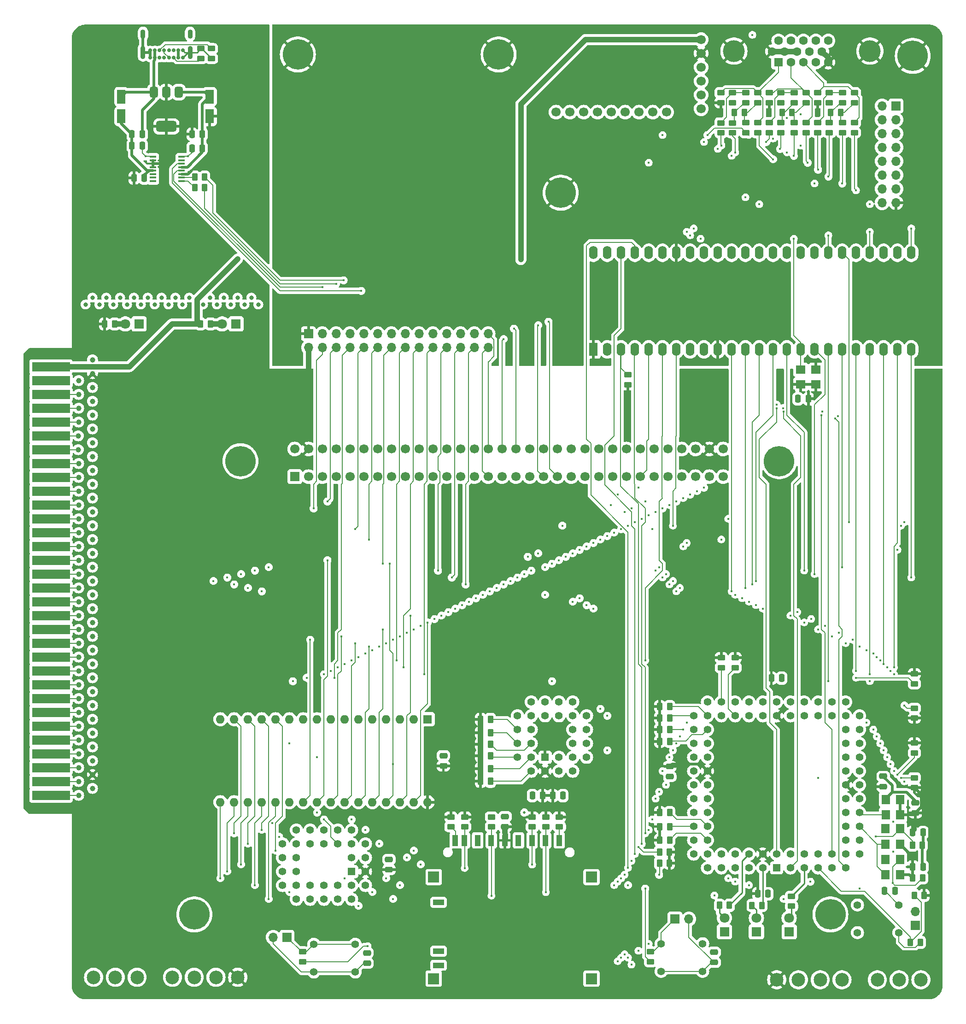
<source format=gbr>
%TF.GenerationSoftware,KiCad,Pcbnew,8.0.0*%
%TF.CreationDate,2024-03-06T22:08:17-05:00*%
%TF.ProjectId,Sentinel 65X - Prototype 4,53656e74-696e-4656-9c20-363558202d20,rev?*%
%TF.SameCoordinates,Original*%
%TF.FileFunction,Copper,L1,Top*%
%TF.FilePolarity,Positive*%
%FSLAX46Y46*%
G04 Gerber Fmt 4.6, Leading zero omitted, Abs format (unit mm)*
G04 Created by KiCad (PCBNEW 8.0.0) date 2024-03-06 22:08:17*
%MOMM*%
%LPD*%
G01*
G04 APERTURE LIST*
G04 Aperture macros list*
%AMRoundRect*
0 Rectangle with rounded corners*
0 $1 Rounding radius*
0 $2 $3 $4 $5 $6 $7 $8 $9 X,Y pos of 4 corners*
0 Add a 4 corners polygon primitive as box body*
4,1,4,$2,$3,$4,$5,$6,$7,$8,$9,$2,$3,0*
0 Add four circle primitives for the rounded corners*
1,1,$1+$1,$2,$3*
1,1,$1+$1,$4,$5*
1,1,$1+$1,$6,$7*
1,1,$1+$1,$8,$9*
0 Add four rect primitives between the rounded corners*
20,1,$1+$1,$2,$3,$4,$5,0*
20,1,$1+$1,$4,$5,$6,$7,0*
20,1,$1+$1,$6,$7,$8,$9,0*
20,1,$1+$1,$8,$9,$2,$3,0*%
G04 Aperture macros list end*
%TA.AperFunction,SMDPad,CuDef*%
%ADD10RoundRect,0.250000X-0.262500X-0.450000X0.262500X-0.450000X0.262500X0.450000X-0.262500X0.450000X0*%
%TD*%
%TA.AperFunction,SMDPad,CuDef*%
%ADD11RoundRect,0.250000X-0.250000X-0.475000X0.250000X-0.475000X0.250000X0.475000X-0.250000X0.475000X0*%
%TD*%
%TA.AperFunction,SMDPad,CuDef*%
%ADD12RoundRect,0.250000X0.262500X0.450000X-0.262500X0.450000X-0.262500X-0.450000X0.262500X-0.450000X0*%
%TD*%
%TA.AperFunction,SMDPad,CuDef*%
%ADD13RoundRect,0.250000X0.475000X-0.250000X0.475000X0.250000X-0.475000X0.250000X-0.475000X-0.250000X0*%
%TD*%
%TA.AperFunction,SMDPad,CuDef*%
%ADD14RoundRect,0.250000X0.250000X0.475000X-0.250000X0.475000X-0.250000X-0.475000X0.250000X-0.475000X0*%
%TD*%
%TA.AperFunction,ComponentPad*%
%ADD15C,2.500000*%
%TD*%
%TA.AperFunction,SMDPad,CuDef*%
%ADD16RoundRect,0.250000X-0.475000X0.250000X-0.475000X-0.250000X0.475000X-0.250000X0.475000X0.250000X0*%
%TD*%
%TA.AperFunction,SMDPad,CuDef*%
%ADD17RoundRect,0.250000X-0.450000X0.262500X-0.450000X-0.262500X0.450000X-0.262500X0.450000X0.262500X0*%
%TD*%
%TA.AperFunction,SMDPad,CuDef*%
%ADD18R,1.100000X2.000000*%
%TD*%
%TA.AperFunction,SMDPad,CuDef*%
%ADD19R,2.000000X1.000000*%
%TD*%
%TA.AperFunction,SMDPad,CuDef*%
%ADD20R,2.000000X2.000000*%
%TD*%
%TA.AperFunction,ComponentPad*%
%ADD21C,5.600000*%
%TD*%
%TA.AperFunction,SMDPad,CuDef*%
%ADD22RoundRect,0.250000X0.450000X-0.262500X0.450000X0.262500X-0.450000X0.262500X-0.450000X-0.262500X0*%
%TD*%
%TA.AperFunction,SMDPad,CuDef*%
%ADD23R,1.540000X1.800000*%
%TD*%
%TA.AperFunction,ComponentPad*%
%ADD24R,1.700000X1.700000*%
%TD*%
%TA.AperFunction,ComponentPad*%
%ADD25O,1.700000X1.700000*%
%TD*%
%TA.AperFunction,ComponentPad*%
%ADD26R,1.422400X1.422400*%
%TD*%
%TA.AperFunction,ComponentPad*%
%ADD27C,1.422400*%
%TD*%
%TA.AperFunction,SMDPad,CuDef*%
%ADD28R,1.200000X0.400000*%
%TD*%
%TA.AperFunction,SMDPad,CuDef*%
%ADD29R,1.800000X1.540000*%
%TD*%
%TA.AperFunction,ComponentPad*%
%ADD30C,1.000000*%
%TD*%
%TA.AperFunction,ConnectorPad*%
%ADD31R,7.000000X1.700000*%
%TD*%
%TA.AperFunction,ComponentPad*%
%ADD32C,1.397000*%
%TD*%
%TA.AperFunction,SMDPad,CuDef*%
%ADD33RoundRect,0.250000X-0.550000X1.050000X-0.550000X-1.050000X0.550000X-1.050000X0.550000X1.050000X0*%
%TD*%
%TA.AperFunction,ComponentPad*%
%ADD34R,1.800000X1.800000*%
%TD*%
%TA.AperFunction,ComponentPad*%
%ADD35C,1.800000*%
%TD*%
%TA.AperFunction,ComponentPad*%
%ADD36C,1.700000*%
%TD*%
%TA.AperFunction,ComponentPad*%
%ADD37C,0.700000*%
%TD*%
%TA.AperFunction,ComponentPad*%
%ADD38O,0.900000X2.400000*%
%TD*%
%TA.AperFunction,ComponentPad*%
%ADD39O,0.900000X1.700000*%
%TD*%
%TA.AperFunction,ComponentPad*%
%ADD40C,4.000000*%
%TD*%
%TA.AperFunction,ComponentPad*%
%ADD41R,1.600000X1.600000*%
%TD*%
%TA.AperFunction,ComponentPad*%
%ADD42C,1.600000*%
%TD*%
%TA.AperFunction,SMDPad,CuDef*%
%ADD43RoundRect,0.250000X0.550000X-1.050000X0.550000X1.050000X-0.550000X1.050000X-0.550000X-1.050000X0*%
%TD*%
%TA.AperFunction,SMDPad,CuDef*%
%ADD44RoundRect,0.375000X-0.375000X0.625000X-0.375000X-0.625000X0.375000X-0.625000X0.375000X0.625000X0*%
%TD*%
%TA.AperFunction,SMDPad,CuDef*%
%ADD45RoundRect,0.500000X-1.400000X0.500000X-1.400000X-0.500000X1.400000X-0.500000X1.400000X0.500000X0*%
%TD*%
%TA.AperFunction,ComponentPad*%
%ADD46O,1.600000X1.600000*%
%TD*%
%TA.AperFunction,ComponentPad*%
%ADD47R,1.600000X2.400000*%
%TD*%
%TA.AperFunction,ComponentPad*%
%ADD48O,1.600000X2.400000*%
%TD*%
%TA.AperFunction,ViaPad*%
%ADD49C,0.500000*%
%TD*%
%TA.AperFunction,ViaPad*%
%ADD50C,0.450000*%
%TD*%
%TA.AperFunction,ViaPad*%
%ADD51C,0.800000*%
%TD*%
%TA.AperFunction,ViaPad*%
%ADD52C,0.600000*%
%TD*%
%TA.AperFunction,ViaPad*%
%ADD53C,0.400000*%
%TD*%
%TA.AperFunction,Conductor*%
%ADD54C,0.500000*%
%TD*%
%TA.AperFunction,Conductor*%
%ADD55C,0.250000*%
%TD*%
%TA.AperFunction,Conductor*%
%ADD56C,1.000000*%
%TD*%
%TA.AperFunction,Conductor*%
%ADD57C,0.150000*%
%TD*%
%TA.AperFunction,Conductor*%
%ADD58C,0.200000*%
%TD*%
G04 APERTURE END LIST*
D10*
%TO.P,R8,1*%
%TO.N,+3.3V*%
X194631576Y-199055000D03*
%TO.P,R8,2*%
%TO.N,/~{NMI}*%
X196456576Y-199055000D03*
%TD*%
D11*
%TO.P,C9,1*%
%TO.N,Net-(J6-Pin_2)*%
X235978393Y-210904423D03*
%TO.P,C9,2*%
%TO.N,GND*%
X237878393Y-210904423D03*
%TD*%
D12*
%TO.P,R64,1*%
%TO.N,/~{WR}*%
X163529204Y-188430358D03*
%TO.P,R64,2*%
%TO.N,+3.3V*%
X161704204Y-188430358D03*
%TD*%
D13*
%TO.P,C10,1*%
%TO.N,Net-(J7-Pin_2)*%
X140824506Y-224159779D03*
%TO.P,C10,2*%
%TO.N,GND*%
X140824506Y-222259779D03*
%TD*%
D14*
%TO.P,C22,1*%
%TO.N,/D-*%
X99531718Y-73982794D03*
%TO.P,C22,2*%
%TO.N,GND*%
X97631718Y-73982794D03*
%TD*%
D12*
%TO.P,R18,1*%
%TO.N,/~{CS}5*%
X196456576Y-177024534D03*
%TO.P,R18,2*%
%TO.N,+3.3V*%
X194631576Y-177024534D03*
%TD*%
D15*
%TO.P,J11,1,Pin_1*%
%TO.N,+3.3V*%
X117072102Y-226745000D03*
%TO.P,J11,2,Pin_2*%
%TO.N,/SNES_CLK*%
X113072102Y-226745000D03*
%TO.P,J11,3,Pin_3*%
%TO.N,/SNES_LATCH*%
X109072102Y-226745000D03*
%TO.P,J11,4,Pin_4*%
%TO.N,/SNES_DATA0*%
X105072102Y-226745000D03*
%TO.P,J11,5,Pin_5*%
%TO.N,/I2C_SCL*%
X98572102Y-226745000D03*
%TO.P,J11,6,Pin_6*%
%TO.N,/I2C_SDA*%
X94572102Y-226745000D03*
%TO.P,J11,7,Pin_7*%
%TO.N,GND*%
X90572102Y-226745000D03*
%TD*%
D12*
%TO.P,R45,1*%
%TO.N,/BL1*%
X207432523Y-213531890D03*
%TO.P,R45,2*%
%TO.N,Net-(D3-A)*%
X205607523Y-213531890D03*
%TD*%
D16*
%TO.P,C4,1*%
%TO.N,+3.3V*%
X196488441Y-187992700D03*
%TO.P,C4,2*%
%TO.N,GND*%
X196488441Y-189892700D03*
%TD*%
D10*
%TO.P,R54,1*%
%TO.N,/I2C_SDA*%
X194583487Y-203764013D03*
%TO.P,R54,2*%
%TO.N,+3.3V*%
X196408487Y-203764013D03*
%TD*%
D17*
%TO.P,R29,1*%
%TO.N,/GREEN*%
X221503631Y-69741395D03*
%TO.P,R29,2*%
%TO.N,/G3*%
X221503631Y-71566395D03*
%TD*%
%TO.P,R27,1*%
%TO.N,Net-(R23-Pad1)*%
X216913631Y-69741395D03*
%TO.P,R27,2*%
%TO.N,/G1*%
X216913631Y-71566395D03*
%TD*%
%TO.P,R55,1*%
%TO.N,Net-(J7-Pin_1)*%
X129013552Y-222077117D03*
%TO.P,R55,2*%
%TO.N,/~{NMI}*%
X129013552Y-223902117D03*
%TD*%
D10*
%TO.P,R70,1*%
%TO.N,Net-(U8-~{RTS})*%
X109166881Y-79735000D03*
%TO.P,R70,2*%
%TO.N,/CTS*%
X110991881Y-79735000D03*
%TD*%
D18*
%TO.P,J9,1,CD/DAT3*%
%TO.N,/~{SD_SS}*%
X173664126Y-201596139D03*
%TO.P,J9,2,CMD*%
%TO.N,/FPGA_MOSI*%
X171164126Y-201596139D03*
%TO.P,J9,3,VSS*%
%TO.N,GND*%
X168664126Y-201596139D03*
%TO.P,J9,4,VDD*%
%TO.N,+3.3V*%
X166164126Y-201596139D03*
%TO.P,J9,5,CLK*%
%TO.N,/FPGA_SCK*%
X163664126Y-201596139D03*
%TO.P,J9,6,VSS*%
%TO.N,GND*%
X161164126Y-201596139D03*
%TO.P,J9,7,DAT0*%
%TO.N,/FPGA_MISO*%
X158739126Y-201596139D03*
%TO.P,J9,8,DAT1*%
%TO.N,Net-(J9-DAT1)*%
X157039126Y-201596139D03*
%TO.P,J9,9,DAT2*%
%TO.N,Net-(J9-DAT2)*%
X176164126Y-201596139D03*
D19*
%TO.P,J9,CP*%
%TO.N,N/C*%
X153989126Y-212996139D03*
D20*
%TO.P,J9,SH*%
X153089126Y-208346139D03*
X153089126Y-226996139D03*
X182089126Y-208346139D03*
X182089126Y-226996139D03*
D19*
%TO.P,J9,SW*%
X153989126Y-224546139D03*
%TO.P,J9,WP*%
X153989126Y-221946139D03*
%TD*%
D17*
%TO.P,R25,1*%
%TO.N,/GREEN*%
X221503631Y-64248099D03*
%TO.P,R25,2*%
%TO.N,Net-(R24-Pad1)*%
X221503631Y-66073099D03*
%TD*%
D12*
%TO.P,R24,1*%
%TO.N,Net-(R24-Pad1)*%
X218944951Y-67891325D03*
%TO.P,R24,2*%
%TO.N,Net-(R23-Pad1)*%
X217119951Y-67891325D03*
%TD*%
D21*
%TO.P,H6,1,1*%
%TO.N,GND*%
X128117172Y-57207679D03*
%TD*%
D22*
%TO.P,R44,1*%
%TO.N,/FPGA_MISO*%
X158773968Y-199111232D03*
%TO.P,R44,2*%
%TO.N,+3.3V*%
X158773968Y-197286232D03*
%TD*%
D11*
%TO.P,C6,1*%
%TO.N,+3.3V*%
X174941609Y-193356109D03*
%TO.P,C6,2*%
%TO.N,GND*%
X176841609Y-193356109D03*
%TD*%
D23*
%TO.P,X2,1,EN*%
%TO.N,/FCLK_FAST*%
X238815000Y-199475000D03*
%TO.P,X2,2,GND*%
%TO.N,GND*%
X236135000Y-199475000D03*
%TO.P,X2,3,OUT*%
%TO.N,/FCLK*%
X236135000Y-202275000D03*
%TO.P,X2,4,V+*%
%TO.N,+3.3V*%
X238815000Y-202275000D03*
%TD*%
D17*
%TO.P,R68,1*%
%TO.N,Net-(J10-CC2)*%
X112255000Y-56132500D03*
%TO.P,R68,2*%
%TO.N,GND*%
X112255000Y-57957500D03*
%TD*%
D12*
%TO.P,R63,1*%
%TO.N,/~{RD}*%
X163529204Y-190745357D03*
%TO.P,R63,2*%
%TO.N,+3.3V*%
X161704204Y-190745357D03*
%TD*%
D24*
%TO.P,J6,1,Pin_1*%
%TO.N,Net-(J6-Pin_1)*%
X241623621Y-217254071D03*
D25*
%TO.P,J6,2,Pin_2*%
%TO.N,Net-(J6-Pin_2)*%
X241623621Y-214714071D03*
%TD*%
D17*
%TO.P,R39,1*%
%TO.N,Net-(J5-Pin_1)*%
X192939589Y-222073568D03*
%TO.P,R39,2*%
%TO.N,/~{RES}*%
X192939589Y-223898568D03*
%TD*%
D13*
%TO.P,C1,1*%
%TO.N,+3.3V*%
X235698459Y-191723662D03*
%TO.P,C1,2*%
%TO.N,GND*%
X235698459Y-189823662D03*
%TD*%
D26*
%TO.P,U6,1,VCC*%
%TO.N,+3.3V*%
X173565852Y-186327679D03*
D27*
%TO.P,U6,2,CLK/IN*%
%TO.N,/PHI2*%
X176105852Y-188867679D03*
%TO.P,U6,3,IN*%
%TO.N,/R{slash}~{W}*%
X176105852Y-186327679D03*
%TO.P,U6,4,IN*%
%TO.N,unconnected-(U6-IN-Pad4)*%
X178645852Y-188867679D03*
%TO.P,U6,5,IN/PD*%
%TO.N,unconnected-(U6-IN{slash}PD-Pad5)*%
X181185852Y-186327679D03*
%TO.P,U6,6,IN*%
%TO.N,/~{CS}4*%
X178645852Y-186327679D03*
%TO.P,U6,7,IN*%
%TO.N,/~{CS}5*%
X181185852Y-183787679D03*
%TO.P,U6,8,GND*%
%TO.N,GND*%
X178645852Y-183787679D03*
%TO.P,U6,9,IN*%
%TO.N,/~{CS}6*%
X181185852Y-181247679D03*
%TO.P,U6,10,IN*%
%TO.N,/A19*%
X178645852Y-181247679D03*
%TO.P,U6,11,IN*%
%TO.N,/A20*%
X181185852Y-178707679D03*
%TO.P,U6,12,IN*%
%TO.N,/A21*%
X178645852Y-176167679D03*
%TO.P,U6,13,IN*%
%TO.N,/A22*%
X178645852Y-178707679D03*
%TO.P,U6,14,GND*%
%TO.N,GND*%
X176105852Y-176167679D03*
%TO.P,U6,15,GND*%
X176105852Y-178707679D03*
%TO.P,U6,16,IN*%
%TO.N,/A23*%
X173565852Y-176167679D03*
%TO.P,U6,17,I/O*%
%TO.N,unconnected-(U6-I{slash}O-Pad17)*%
X173565852Y-178707679D03*
%TO.P,U6,18,I/O*%
%TO.N,unconnected-(U6-I{slash}O-Pad18)*%
X171025852Y-176167679D03*
%TO.P,U6,19,I/O*%
%TO.N,unconnected-(U6-I{slash}O-Pad19)*%
X168485852Y-178707679D03*
%TO.P,U6,20,I/O*%
%TO.N,unconnected-(U6-I{slash}O-Pad20)*%
X171025852Y-178707679D03*
%TO.P,U6,21,I/O*%
%TO.N,/~{RAM}1*%
X168485852Y-181247679D03*
%TO.P,U6,22,GND*%
%TO.N,GND*%
X171025852Y-181247679D03*
%TO.P,U6,23,I/O*%
%TO.N,/~{RAM}0*%
X168485852Y-183787679D03*
%TO.P,U6,24,I/O*%
%TO.N,/~{ROM}1*%
X171025852Y-183787679D03*
%TO.P,U6,25,I/O*%
%TO.N,/~{ROM}0*%
X168485852Y-186327679D03*
%TO.P,U6,26,I/O*%
%TO.N,/~{RD}*%
X171025852Y-188867679D03*
%TO.P,U6,27,I/O*%
%TO.N,/~{WR}*%
X171025852Y-186327679D03*
%TO.P,U6,28,VCC*%
%TO.N,+3.3V*%
X173565852Y-188867679D03*
%TD*%
D22*
%TO.P,R50,1*%
%TO.N,/FPGA_SCK*%
X163698968Y-199116232D03*
%TO.P,R50,2*%
%TO.N,GND*%
X163698968Y-197291232D03*
%TD*%
D10*
%TO.P,R66,1*%
%TO.N,/FCLK_FAST*%
X241064106Y-202506512D03*
%TO.P,R66,2*%
%TO.N,GND*%
X242889106Y-202506512D03*
%TD*%
D28*
%TO.P,U8,1,TXD*%
%TO.N,Net-(U8-TXD)*%
X106725000Y-80447500D03*
%TO.P,U8,2,~{RTS}*%
%TO.N,Net-(U8-~{RTS})*%
X106725000Y-79812500D03*
%TO.P,U8,3,VCCIO*%
%TO.N,+3.3V*%
X106725000Y-79177500D03*
%TO.P,U8,4,RXD*%
%TO.N,/TXD*%
X106725000Y-78542500D03*
%TO.P,U8,5,GND*%
%TO.N,GND*%
X106725000Y-77907500D03*
%TO.P,U8,6,~{CTS}*%
%TO.N,/RTS*%
X106725000Y-77272500D03*
%TO.P,U8,7,CBUS2*%
%TO.N,unconnected-(U8-CBUS2-Pad7)*%
X106725000Y-76637500D03*
%TO.P,U8,8,USBDP*%
%TO.N,/D+*%
X106725000Y-76002500D03*
%TO.P,U8,9,USBDM*%
%TO.N,/D-*%
X101525000Y-76002500D03*
%TO.P,U8,10,3V3OUT*%
%TO.N,+3.3V*%
X101525000Y-76637500D03*
%TO.P,U8,11,~{RESET}*%
X101525000Y-77272500D03*
%TO.P,U8,12,VCC*%
X101525000Y-77907500D03*
%TO.P,U8,13,GND*%
%TO.N,GND*%
X101525000Y-78542500D03*
%TO.P,U8,14,CBUS1*%
%TO.N,unconnected-(U8-CBUS1-Pad14)*%
X101525000Y-79177500D03*
%TO.P,U8,15,CBUS0*%
%TO.N,unconnected-(U8-CBUS0-Pad15)*%
X101525000Y-79812500D03*
%TO.P,U8,16,CBUS3*%
%TO.N,unconnected-(U8-CBUS3-Pad16)*%
X101525000Y-80447500D03*
%TD*%
D11*
%TO.P,C3,1*%
%TO.N,+3.3V*%
X215155372Y-171788184D03*
%TO.P,C3,2*%
%TO.N,GND*%
X217055372Y-171788184D03*
%TD*%
D22*
%TO.P,R23,1*%
%TO.N,Net-(R23-Pad1)*%
X219373631Y-66073099D03*
%TO.P,R23,2*%
%TO.N,Net-(R22-Pad2)*%
X219373631Y-64248099D03*
%TD*%
D12*
%TO.P,R49,1*%
%TO.N,/BL2*%
X213420721Y-213544466D03*
%TO.P,R49,2*%
%TO.N,Net-(D4-A)*%
X211595721Y-213544466D03*
%TD*%
D17*
%TO.P,R51,1*%
%TO.N,/BL3*%
X218862250Y-211869677D03*
%TO.P,R51,2*%
%TO.N,Net-(D5-A)*%
X218862250Y-213694677D03*
%TD*%
D29*
%TO.P,X3,1,EN*%
%TO.N,+3.3V*%
X223355852Y-117803392D03*
%TO.P,X3,2,GND*%
%TO.N,GND*%
X223355852Y-115123392D03*
%TO.P,X3,3,OUT*%
%TO.N,/SYSCLK*%
X220555852Y-115123392D03*
%TO.P,X3,4,V+*%
%TO.N,+3.3V*%
X220555852Y-117803392D03*
%TD*%
D10*
%TO.P,R56,1*%
%TO.N,/I2C_SCL*%
X194583487Y-205783262D03*
%TO.P,R56,2*%
%TO.N,+3.3V*%
X196408487Y-205783262D03*
%TD*%
D30*
%TO.P,J3,a1,Pin_a1*%
%TO.N,GND*%
X90380852Y-192042679D03*
%TO.P,J3,a2,Pin_a2*%
%TO.N,+3.3V*%
X90380852Y-189502679D03*
%TO.P,J3,a3,Pin_a3*%
%TO.N,/A1*%
X90380852Y-186962679D03*
%TO.P,J3,a4,Pin_a4*%
%TO.N,/A3*%
X90380852Y-184422679D03*
%TO.P,J3,a5,Pin_a5*%
%TO.N,/A5*%
X90380852Y-181882679D03*
%TO.P,J3,a6,Pin_a6*%
%TO.N,/A7*%
X90380852Y-179342679D03*
%TO.P,J3,a7,Pin_a7*%
%TO.N,/A9*%
X90380852Y-176802679D03*
%TO.P,J3,a8,Pin_a8*%
%TO.N,/A11*%
X90380852Y-174262679D03*
%TO.P,J3,a9,Pin_a9*%
%TO.N,/A13*%
X90380852Y-171722679D03*
%TO.P,J3,a10,Pin_a10*%
%TO.N,/A15*%
X90380852Y-169182679D03*
%TO.P,J3,a11,Pin_a11*%
%TO.N,/A17*%
X90380852Y-166642679D03*
%TO.P,J3,a12,Pin_a12*%
%TO.N,/A19*%
X90380852Y-164102679D03*
%TO.P,J3,a13,Pin_a13*%
%TO.N,/A21*%
X90380852Y-161562679D03*
%TO.P,J3,a14,Pin_a14*%
%TO.N,/A23*%
X90380852Y-159022679D03*
%TO.P,J3,a15,Pin_a15*%
%TO.N,/D1*%
X90380852Y-156482679D03*
%TO.P,J3,a16,Pin_a16*%
%TO.N,/D3*%
X90380852Y-153942679D03*
%TO.P,J3,a17,Pin_a17*%
%TO.N,/D5*%
X90380852Y-151402679D03*
%TO.P,J3,a18,Pin_a18*%
%TO.N,GND*%
X90380852Y-148862679D03*
%TO.P,J3,a19,Pin_a19*%
%TO.N,/~{WR}*%
X90380852Y-146322679D03*
%TO.P,J3,a20,Pin_a20*%
%TO.N,/~{RAM}1*%
X90380852Y-143782679D03*
%TO.P,J3,a21,Pin_a21*%
%TO.N,/BE*%
X90380852Y-141242679D03*
%TO.P,J3,a22,Pin_a22*%
%TO.N,/~{CS}7*%
X90380852Y-138702679D03*
%TO.P,J3,a23,Pin_a23*%
%TO.N,/RUN*%
X90380852Y-136162679D03*
%TO.P,J3,a24,Pin_a24*%
%TO.N,/~{IRQ}*%
X90380852Y-133622679D03*
%TO.P,J3,a25,Pin_a25*%
%TO.N,/~{VIRQ}*%
X90380852Y-131082679D03*
%TO.P,J3,a26,Pin_a26*%
%TO.N,/~{NMI}*%
X90380852Y-128542679D03*
%TO.P,J3,a27,Pin_a27*%
%TO.N,/I2C_SCL*%
X90380852Y-126002679D03*
%TO.P,J3,a28,Pin_a28*%
%TO.N,/I2C_SDA*%
X90380852Y-123462679D03*
%TO.P,J3,a29,Pin_a29*%
%TO.N,/SNES_LATCH*%
X90380852Y-120922679D03*
%TO.P,J3,a30,Pin_a30*%
%TO.N,/SNES_CLK*%
X90380852Y-118382679D03*
%TO.P,J3,a31,Pin_a31*%
%TO.N,+3.3V*%
X90380852Y-115842679D03*
%TO.P,J3,a32,Pin_a32*%
%TO.N,GND*%
X90380852Y-113302679D03*
D31*
%TO.P,J3,b1,Pin_b1*%
%TO.N,/PHI2*%
X82760852Y-193312679D03*
D30*
X87840852Y-193312679D03*
D31*
%TO.P,J3,b2,Pin_b2*%
%TO.N,/~{RES}*%
X82760852Y-190772679D03*
D30*
X87840852Y-190772679D03*
D31*
%TO.P,J3,b3,Pin_b3*%
%TO.N,/A0*%
X82760852Y-188232679D03*
D30*
X87840852Y-188232679D03*
D31*
%TO.P,J3,b4,Pin_b4*%
%TO.N,/A2*%
X82760852Y-185692679D03*
D30*
X87840852Y-185692679D03*
D31*
%TO.P,J3,b5,Pin_b5*%
%TO.N,/A4*%
X82760852Y-183152679D03*
D30*
X87840852Y-183152679D03*
D31*
%TO.P,J3,b6,Pin_b6*%
%TO.N,/A6*%
X82760852Y-180612679D03*
D30*
X87840852Y-180612679D03*
D31*
%TO.P,J3,b7,Pin_b7*%
%TO.N,/A8*%
X82760852Y-178072679D03*
D30*
X87840852Y-178072679D03*
D31*
%TO.P,J3,b8,Pin_b8*%
%TO.N,/A10*%
X82760852Y-175532679D03*
D30*
X87840852Y-175532679D03*
D31*
%TO.P,J3,b9,Pin_b9*%
%TO.N,/A12*%
X82760852Y-172992679D03*
D30*
X87840852Y-172992679D03*
D31*
%TO.P,J3,b10,Pin_b10*%
%TO.N,/A14*%
X82760852Y-170452679D03*
D30*
X87840852Y-170452679D03*
D31*
%TO.P,J3,b11,Pin_b11*%
%TO.N,/A16*%
X82760852Y-167912679D03*
D30*
X87840852Y-167912679D03*
D31*
%TO.P,J3,b12,Pin_b12*%
%TO.N,/A18*%
X82760852Y-165372679D03*
D30*
X87840852Y-165372679D03*
D31*
%TO.P,J3,b13,Pin_b13*%
%TO.N,/A20*%
X82760852Y-162832679D03*
D30*
X87840852Y-162832679D03*
D31*
%TO.P,J3,b14,Pin_b14*%
%TO.N,/A22*%
X82760852Y-160292679D03*
D30*
X87840852Y-160292679D03*
D31*
%TO.P,J3,b15,Pin_b15*%
%TO.N,/D0*%
X82760852Y-157752679D03*
D30*
X87840852Y-157752679D03*
D31*
%TO.P,J3,b16,Pin_b16*%
%TO.N,/D2*%
X82760852Y-155212679D03*
D30*
X87840852Y-155212679D03*
D31*
%TO.P,J3,b17,Pin_b17*%
%TO.N,/D4*%
X82760852Y-152672679D03*
D30*
X87840852Y-152672679D03*
D31*
%TO.P,J3,b18,Pin_b18*%
%TO.N,/D6*%
X82760852Y-150132679D03*
D30*
X87840852Y-150132679D03*
D31*
%TO.P,J3,b19,Pin_b19*%
%TO.N,/D7*%
X82760852Y-147592679D03*
D30*
X87840852Y-147592679D03*
D31*
%TO.P,J3,b20,Pin_b20*%
%TO.N,/~{RD}*%
X82760852Y-145052679D03*
D30*
X87840852Y-145052679D03*
D31*
%TO.P,J3,b21,Pin_b21*%
%TO.N,/~{ROM}1*%
X82760852Y-142512679D03*
D30*
X87840852Y-142512679D03*
D31*
%TO.P,J3,b22,Pin_b22*%
%TO.N,/~{CS}6*%
X82760852Y-139972679D03*
D30*
X87840852Y-139972679D03*
D31*
%TO.P,J3,b23,Pin_b23*%
%TO.N,/~{I{slash}O}1*%
X82760852Y-137432679D03*
D30*
X87840852Y-137432679D03*
D31*
%TO.P,J3,b24,Pin_b24*%
%TO.N,/BA*%
X82760852Y-134892679D03*
D30*
X87840852Y-134892679D03*
D31*
%TO.P,J3,b25,Pin_b25*%
%TO.N,/R{slash}~{W}*%
X82760852Y-132352679D03*
D30*
X87840852Y-132352679D03*
D31*
%TO.P,J3,b26,Pin_b26*%
%TO.N,/~{I{slash}O}0*%
X82760852Y-129812679D03*
D30*
X87760852Y-129812679D03*
D31*
%TO.P,J3,b27,Pin_b27*%
%TO.N,/SNES_DATA0*%
X82760852Y-127272679D03*
D30*
X87760852Y-127272679D03*
D31*
%TO.P,J3,b28,Pin_b28*%
%TO.N,/SNES_DATA1*%
X82760852Y-124732679D03*
D30*
X87840852Y-124732679D03*
D31*
%TO.P,J3,b29,Pin_b29*%
%TO.N,/SNES_DATA2*%
X82760852Y-122192679D03*
D30*
X87840852Y-122192679D03*
D31*
%TO.P,J3,b30,Pin_b30*%
%TO.N,/SNES_DATA3*%
X82760852Y-119652679D03*
D30*
X87840852Y-119652679D03*
D31*
%TO.P,J3,b31,Pin_b31*%
%TO.N,unconnected-(J3-Pin_b31-Padb31)_0*%
X82760852Y-117112679D03*
D30*
%TO.N,unconnected-(J3-Pin_b31-Padb31)*%
X87840852Y-117112679D03*
D31*
%TO.P,J3,b32,Pin_b32*%
%TO.N,+5V*%
X82760852Y-114572679D03*
D30*
X87840852Y-114572679D03*
%TD*%
D22*
%TO.P,R22,1*%
%TO.N,GND*%
X216913631Y-66073099D03*
%TO.P,R22,2*%
%TO.N,Net-(R22-Pad2)*%
X216913631Y-64248099D03*
%TD*%
D12*
%TO.P,R53,1*%
%TO.N,/CDONE*%
X196456576Y-201525414D03*
%TO.P,R53,2*%
%TO.N,+3.3V*%
X194631576Y-201525414D03*
%TD*%
D32*
%TO.P,SW3,1,1*%
%TO.N,Net-(J7-Pin_1)*%
X131054121Y-220677140D03*
X138674121Y-220677140D03*
%TO.P,SW3,2,2*%
%TO.N,Net-(J7-Pin_2)*%
X131054121Y-225757140D03*
X138674121Y-225757140D03*
%TD*%
D22*
%TO.P,R67,1*%
%TO.N,Net-(J10-CC1)*%
X110305000Y-57957500D03*
%TO.P,R67,2*%
%TO.N,GND*%
X110305000Y-56132500D03*
%TD*%
D17*
%TO.P,R12,1*%
%TO.N,/RED*%
X212613631Y-69741395D03*
%TO.P,R12,2*%
%TO.N,/R3*%
X212613631Y-71566395D03*
%TD*%
D10*
%TO.P,R7,1*%
%TO.N,+3.3V*%
X194631576Y-196487679D03*
%TO.P,R7,2*%
%TO.N,/~{IRQ}*%
X196456576Y-196487679D03*
%TD*%
D17*
%TO.P,R2,1*%
%TO.N,+3.3V*%
X241443531Y-170999327D03*
%TO.P,R2,2*%
%TO.N,/~{RES}*%
X241443531Y-172824327D03*
%TD*%
D33*
%TO.P,C16,1*%
%TO.N,+5V*%
X95675000Y-64975000D03*
%TO.P,C16,2*%
%TO.N,GND*%
X95675000Y-68575000D03*
%TD*%
D22*
%TO.P,R46,1*%
%TO.N,/FPGA_MOSI*%
X171198968Y-199111231D03*
%TO.P,R46,2*%
%TO.N,+3.3V*%
X171198968Y-197286231D03*
%TD*%
D10*
%TO.P,R41,1*%
%TO.N,+3.3V*%
X92607539Y-106717150D03*
%TO.P,R41,2*%
%TO.N,Net-(D2-A)*%
X94432539Y-106717150D03*
%TD*%
D17*
%TO.P,R13,1*%
%TO.N,/R{slash}~{W}*%
X241443531Y-190084327D03*
%TO.P,R13,2*%
%TO.N,+3.3V*%
X241443531Y-191909327D03*
%TD*%
%TO.P,R37,1*%
%TO.N,Net-(R33-Pad1)*%
X228263631Y-69741395D03*
%TO.P,R37,2*%
%TO.N,/B2*%
X228263631Y-71566395D03*
%TD*%
D24*
%TO.P,J5,1,Pin_1*%
%TO.N,Net-(J5-Pin_1)*%
X197439065Y-216036659D03*
D25*
%TO.P,J5,2,Pin_2*%
%TO.N,Net-(J5-Pin_2)*%
X199979065Y-216036659D03*
%TD*%
D24*
%TO.P,J7,1,Pin_1*%
%TO.N,Net-(J7-Pin_1)*%
X126127294Y-219395671D03*
D25*
%TO.P,J7,2,Pin_2*%
%TO.N,Net-(J7-Pin_2)*%
X123587294Y-219395671D03*
%TD*%
D14*
%TO.P,C13,1*%
%TO.N,+3.3V*%
X221934842Y-120469294D03*
%TO.P,C13,2*%
%TO.N,GND*%
X220034842Y-120469294D03*
%TD*%
D34*
%TO.P,D4,1,K*%
%TO.N,GND*%
X212398173Y-218383531D03*
D35*
%TO.P,D4,2,A*%
%TO.N,Net-(D4-A)*%
X212398173Y-215843531D03*
%TD*%
D17*
%TO.P,R36,1*%
%TO.N,Net-(R32-Pad1)*%
X225803631Y-69741395D03*
%TO.P,R36,2*%
%TO.N,/B1*%
X225803631Y-71566395D03*
%TD*%
D10*
%TO.P,R69,1*%
%TO.N,Net-(U8-TXD)*%
X109166881Y-81677786D03*
%TO.P,R69,2*%
%TO.N,/RXD*%
X110991881Y-81677786D03*
%TD*%
D13*
%TO.P,C14,1*%
%TO.N,+3.3V*%
X154873173Y-187917679D03*
%TO.P,C14,2*%
%TO.N,GND*%
X154873173Y-186017679D03*
%TD*%
D11*
%TO.P,C23,1*%
%TO.N,+3.3V*%
X98007693Y-79898647D03*
%TO.P,C23,2*%
%TO.N,GND*%
X99907693Y-79898647D03*
%TD*%
%TO.P,C20,1*%
%TO.N,+3.3V*%
X241112542Y-200154640D03*
%TO.P,C20,2*%
%TO.N,GND*%
X243012542Y-200154640D03*
%TD*%
D34*
%TO.P,D5,1,K*%
%TO.N,GND*%
X218418173Y-218383532D03*
D35*
%TO.P,D5,2,A*%
%TO.N,Net-(D5-A)*%
X218418173Y-215843532D03*
%TD*%
D17*
%TO.P,R35,1*%
%TO.N,Net-(R31-Pad2)*%
X223673631Y-69741395D03*
%TO.P,R35,2*%
%TO.N,/B0*%
X223673631Y-71566395D03*
%TD*%
D12*
%TO.P,R65,1*%
%TO.N,/FCLK_SLOW*%
X242968965Y-208490187D03*
%TO.P,R65,2*%
%TO.N,+3.3V*%
X241143965Y-208490187D03*
%TD*%
D10*
%TO.P,R40,1*%
%TO.N,+5V*%
X110237244Y-106715358D03*
%TO.P,R40,2*%
%TO.N,Net-(D1-A)*%
X112062244Y-106715358D03*
%TD*%
D17*
%TO.P,R34,1*%
%TO.N,/BLUE*%
X230393631Y-64248099D03*
%TO.P,R34,2*%
%TO.N,Net-(R33-Pad1)*%
X230393631Y-66073099D03*
%TD*%
D32*
%TO.P,SW1,1,1*%
%TO.N,Net-(J5-Pin_1)*%
X194904065Y-220575449D03*
X202524065Y-220575449D03*
%TO.P,SW1,2,2*%
%TO.N,Net-(J5-Pin_2)*%
X194904065Y-225655449D03*
X202524065Y-225655449D03*
%TD*%
D12*
%TO.P,R47,1*%
%TO.N,Net-(J6-Pin_1)*%
X242543546Y-220314007D03*
%TO.P,R47,2*%
%TO.N,/~{BOOT_SEL}*%
X240718546Y-220314007D03*
%TD*%
%TO.P,R19,1*%
%TO.N,/~{CS}6*%
X196456576Y-181235622D03*
%TO.P,R19,2*%
%TO.N,+3.3V*%
X194631576Y-181235622D03*
%TD*%
%TO.P,R59,1*%
%TO.N,/~{RAM}1*%
X163529204Y-179342679D03*
%TO.P,R59,2*%
%TO.N,+3.3V*%
X161704204Y-179342679D03*
%TD*%
D36*
%TO.P,U5,1,SCK*%
%TO.N,/SYSCLK*%
X202250000Y-67170000D03*
%TO.P,U5,2,BCK*%
%TO.N,/BCK*%
X202250000Y-64630000D03*
%TO.P,U5,3,DIN*%
%TO.N,/ADATA*%
X202250000Y-62090000D03*
%TO.P,U5,4,LRCK*%
%TO.N,/LRCK*%
X202250000Y-59550000D03*
%TO.P,U5,5,GND*%
%TO.N,GND*%
X202250000Y-57010000D03*
%TO.P,U5,6,+5V*%
%TO.N,+5V*%
X202250000Y-54470000D03*
%TO.P,U5,7,LOUT*%
%TO.N,unconnected-(U5-LOUT-Pad7)*%
X175580000Y-67805000D03*
%TO.P,U5,8,AGND*%
%TO.N,unconnected-(U5-AGND-Pad8)*%
X178120000Y-67805000D03*
%TO.P,U5,9,ROUT*%
%TO.N,unconnected-(U5-ROUT-Pad9)*%
X180660000Y-67805000D03*
%TO.P,U5,10,AGND*%
%TO.N,unconnected-(U5-AGND-Pad10)*%
X183200000Y-67805000D03*
%TO.P,U5,11,A3V3*%
%TO.N,unconnected-(U5-A3V3-Pad11)*%
X185740000Y-67805000D03*
%TO.P,U5,12,FMT*%
%TO.N,unconnected-(U5-FMT-Pad12)*%
X188280000Y-67805000D03*
%TO.P,U5,13,XSMT*%
%TO.N,unconnected-(U5-XSMT-Pad13)*%
X190820000Y-67805000D03*
%TO.P,U5,14,DEMP*%
%TO.N,unconnected-(U5-DEMP-Pad14)*%
X193360000Y-67805000D03*
%TO.P,U5,15,FLT*%
%TO.N,unconnected-(U5-FLT-Pad15)*%
X195900000Y-67805000D03*
%TD*%
D26*
%TO.P,U2,1,VSS*%
%TO.N,GND*%
X216110852Y-206647679D03*
D27*
%TO.P,U2,2,P56*%
%TO.N,/RTS*%
X216110852Y-204107679D03*
%TO.P,U2,3,P57*%
%TO.N,/CTS*%
X218650852Y-206647679D03*
%TO.P,U2,4,P60*%
%TO.N,/~{SD_SS}*%
X218650852Y-204107679D03*
%TO.P,U2,5,P61*%
%TO.N,/BL3*%
X221190852Y-206647679D03*
%TO.P,U2,6,P62*%
%TO.N,/FCLK_SLOW*%
X221190852Y-204107679D03*
%TO.P,U2,7,P63*%
%TO.N,/~{BOOT_SEL}*%
X223730852Y-206647679D03*
%TO.P,U2,8,P64*%
%TO.N,/~{VIRQ}*%
X223730852Y-204107679D03*
%TO.P,U2,9,P65*%
%TO.N,/FCLK_FAST*%
X226270852Y-206647679D03*
%TO.P,U2,10,P66*%
%TO.N,/RXD*%
X226270852Y-204107679D03*
%TO.P,U2,11,P67*%
%TO.N,/TXD*%
X228810852Y-206647679D03*
%TO.P,U2,12,~{RES}*%
%TO.N,/~{RES}*%
X231350852Y-204107679D03*
%TO.P,U2,13,~{WE}*%
%TO.N,/R{slash}~{W}*%
X228810852Y-204107679D03*
%TO.P,U2,14,RUN*%
%TO.N,unconnected-(U2A-RUN-Pad14)*%
X231350852Y-201567679D03*
%TO.P,U2,15,~{FCLKO}*%
%TO.N,unconnected-(U2A-~{FCLKO}-Pad15)*%
X228810852Y-201567679D03*
%TO.P,U2,16,FCLK*%
%TO.N,/FCLK*%
X231350852Y-199027679D03*
%TO.P,U2,17,BE*%
%TO.N,/BE*%
X228810852Y-199027679D03*
%TO.P,U2,18,CLK*%
%TO.N,/CLK*%
X231350852Y-196487679D03*
%TO.P,U2,19,~{CLKO}*%
%TO.N,unconnected-(U2A-~{CLKO}-Pad19)*%
X228810852Y-196487679D03*
%TO.P,U2,20,PHI2*%
%TO.N,/PHI2*%
X231350852Y-193947679D03*
%TO.P,U2,21,BA*%
%TO.N,unconnected-(U2A-BA-Pad21)*%
X228810852Y-193947679D03*
%TO.P,U2,22,VSS*%
%TO.N,GND*%
X231350852Y-191407679D03*
%TO.P,U2,23,VDD*%
%TO.N,+3.3V*%
X228810852Y-191407679D03*
%TO.P,U2,24,A0*%
%TO.N,/A0*%
X231350852Y-188867679D03*
%TO.P,U2,25,A1*%
%TO.N,/A1*%
X228810852Y-188867679D03*
%TO.P,U2,26,A2*%
%TO.N,/A2*%
X231350852Y-186327679D03*
%TO.P,U2,27,A3*%
%TO.N,/A3*%
X228810852Y-186327679D03*
%TO.P,U2,28,A4*%
%TO.N,/A4*%
X231350852Y-183787679D03*
%TO.P,U2,29,A5*%
%TO.N,/A5*%
X228810852Y-183787679D03*
%TO.P,U2,30,A6*%
%TO.N,/A6*%
X231350852Y-181247679D03*
%TO.P,U2,31,A7*%
%TO.N,/A7*%
X228810852Y-181247679D03*
%TO.P,U2,32,A8*%
%TO.N,/A8*%
X231350852Y-178707679D03*
%TO.P,U2,33,A9*%
%TO.N,/A9*%
X228810852Y-176167679D03*
%TO.P,U2,34,A10*%
%TO.N,/A10*%
X228810852Y-178707679D03*
%TO.P,U2,35,A11*%
%TO.N,/A11*%
X226270852Y-176167679D03*
%TO.P,U2,36,A12*%
%TO.N,/A12*%
X226270852Y-178707679D03*
%TO.P,U2,37,A13*%
%TO.N,/A13*%
X223730852Y-176167679D03*
%TO.P,U2,38,A14*%
%TO.N,/A14*%
X223730852Y-178707679D03*
%TO.P,U2,39,A15*%
%TO.N,/A15*%
X221190852Y-176167679D03*
%TO.P,U2,40,A16*%
%TO.N,/A16*%
X221190852Y-178707679D03*
%TO.P,U2,41,A17*%
%TO.N,/A17*%
X218650852Y-176167679D03*
%TO.P,U2,42,A18*%
%TO.N,/A18*%
X218650852Y-178707679D03*
%TO.P,U2,43,VSS*%
%TO.N,GND*%
X216110852Y-176167679D03*
%TO.P,U2,44,VDD*%
%TO.N,+3.3V*%
X216110852Y-178707679D03*
%TO.P,U2,45,A19*%
%TO.N,/A19*%
X213570852Y-176167679D03*
%TO.P,U2,46,A20*%
%TO.N,/A20*%
X213570852Y-178707679D03*
%TO.P,U2,47,A21*%
%TO.N,/A21*%
X211030852Y-176167679D03*
%TO.P,U2,48,A22*%
%TO.N,/A22*%
X211030852Y-178707679D03*
%TO.P,U2,49,A23*%
%TO.N,/A23*%
X208490852Y-176167679D03*
%TO.P,U2,50,~{CS0}*%
%TO.N,/~{I{slash}O}0*%
X208490852Y-178707679D03*
%TO.P,U2,51,~{CS1}*%
%TO.N,/~{I{slash}O}1*%
X205950852Y-176167679D03*
%TO.P,U2,52,P72*%
%TO.N,/FPGA_SCK*%
X205950852Y-178707679D03*
%TO.P,U2,53,P73*%
%TO.N,/~{FPGA_SS}*%
X203410852Y-176167679D03*
%TO.P,U2,54,~{CS4}*%
%TO.N,/~{CS}4*%
X200870852Y-178707679D03*
%TO.P,U2,55,~{CS5}*%
%TO.N,/~{CS}5*%
X203410852Y-178707679D03*
%TO.P,U2,56,~{CS6}*%
%TO.N,/~{CS}6*%
X200870852Y-181247679D03*
%TO.P,U2,57,~{CS7}*%
%TO.N,/~{CS}7*%
X203410852Y-181247679D03*
%TO.P,U2,58,D0*%
%TO.N,/D0*%
X200870852Y-183787679D03*
%TO.P,U2,59,D1*%
%TO.N,/D1*%
X203410852Y-183787679D03*
%TO.P,U2,60,D2*%
%TO.N,/D2*%
X200870852Y-186327679D03*
%TO.P,U2,61,D3*%
%TO.N,/D3*%
X203410852Y-186327679D03*
%TO.P,U2,62,D4*%
%TO.N,/D4*%
X200870852Y-188867679D03*
%TO.P,U2,63,VDD*%
%TO.N,+3.3V*%
X203410852Y-188867679D03*
%TO.P,U2,64,VSS*%
%TO.N,GND*%
X200870852Y-191407679D03*
%TO.P,U2,65,D5*%
%TO.N,/D5*%
X203410852Y-191407679D03*
%TO.P,U2,66,D6*%
%TO.N,/D6*%
X200870852Y-193947679D03*
%TO.P,U2,67,D7*%
%TO.N,/D7*%
X203410852Y-193947679D03*
%TO.P,U2,68,TG0*%
%TO.N,unconnected-(U2A-TG0-Pad68)*%
X200870852Y-196487679D03*
%TO.P,U2,69,TG1*%
%TO.N,unconnected-(U2A-TG1-Pad69)*%
X203410852Y-196487679D03*
%TO.P,U2,70,~{NMI}*%
%TO.N,/~{NMI}*%
X200870852Y-199027679D03*
%TO.P,U2,71,~{IRQ}*%
%TO.N,/~{IRQ}*%
X203410852Y-199027679D03*
%TO.P,U2,72,P42*%
%TO.N,/~{FPGA_RESET}*%
X200870852Y-201567679D03*
%TO.P,U2,73,P43*%
%TO.N,/CDONE*%
X203410852Y-201567679D03*
%TO.P,U2,74,P44*%
%TO.N,/FPGA_MOSI*%
X200870852Y-204107679D03*
%TO.P,U2,75,P45*%
%TO.N,/FPGA_MISO*%
X203410852Y-206647679D03*
%TO.P,U2,76,P46*%
%TO.N,/I2C_SDA*%
X203410852Y-204107679D03*
%TO.P,U2,77,P47*%
%TO.N,/I2C_SCL*%
X205950852Y-206647679D03*
%TO.P,U2,78,P50*%
%TO.N,/SNES_CLK*%
X205950852Y-204107679D03*
%TO.P,U2,79,P51*%
%TO.N,/SNES_LATCH*%
X208490852Y-206647679D03*
%TO.P,U2,80,P52*%
%TO.N,/SNES_DATA0*%
X208490852Y-204107679D03*
%TO.P,U2,81,P53*%
%TO.N,/SNES_DATA1*%
X211030852Y-206647679D03*
%TO.P,U2,82,P54*%
%TO.N,/BL1*%
X211030852Y-204107679D03*
%TO.P,U2,83,P55*%
%TO.N,/BL2*%
X213570852Y-206647679D03*
%TO.P,U2,84,VDD*%
%TO.N,+3.3V*%
X213570852Y-204107679D03*
%TD*%
D17*
%TO.P,R20,1*%
%TO.N,/GREEN*%
X214783631Y-64248099D03*
%TO.P,R20,2*%
%TO.N,GND*%
X214783631Y-66073099D03*
%TD*%
D12*
%TO.P,R62,1*%
%TO.N,/~{ROM}0*%
X163529204Y-186075358D03*
%TO.P,R62,2*%
%TO.N,+3.3V*%
X161704204Y-186075358D03*
%TD*%
D36*
%TO.P,J2,a1,Pin_a1*%
%TO.N,GND*%
X127545871Y-129700000D03*
%TO.P,J2,a2,Pin_a2*%
%TO.N,+3.3V*%
X130085871Y-129700000D03*
%TO.P,J2,a3,Pin_a3*%
%TO.N,/A1*%
X132625871Y-129700000D03*
%TO.P,J2,a4,Pin_a4*%
%TO.N,/A3*%
X135165871Y-129700000D03*
%TO.P,J2,a5,Pin_a5*%
%TO.N,/A5*%
X137705871Y-129700000D03*
%TO.P,J2,a6,Pin_a6*%
%TO.N,/A7*%
X140245871Y-129700000D03*
%TO.P,J2,a7,Pin_a7*%
%TO.N,/A9*%
X142785871Y-129700000D03*
%TO.P,J2,a8,Pin_a8*%
%TO.N,/A11*%
X145325871Y-129700000D03*
%TO.P,J2,a9,Pin_a9*%
%TO.N,/A13*%
X147865871Y-129700000D03*
%TO.P,J2,a10,Pin_a10*%
%TO.N,/A15*%
X150405871Y-129700000D03*
%TO.P,J2,a11,Pin_a11*%
%TO.N,/A17*%
X152945871Y-129700000D03*
%TO.P,J2,a12,Pin_a12*%
%TO.N,/A19*%
X155485871Y-129700000D03*
%TO.P,J2,a13,Pin_a13*%
%TO.N,/A21*%
X158025871Y-129700000D03*
%TO.P,J2,a14,Pin_a14*%
%TO.N,/A23*%
X160565871Y-129700000D03*
%TO.P,J2,a15,Pin_a15*%
%TO.N,/D1*%
X163105871Y-129700000D03*
%TO.P,J2,a16,Pin_a16*%
%TO.N,/D3*%
X165645871Y-129700000D03*
%TO.P,J2,a17,Pin_a17*%
%TO.N,/D5*%
X168185871Y-129700000D03*
%TO.P,J2,a18,Pin_a18*%
%TO.N,GND*%
X170725871Y-129700000D03*
%TO.P,J2,a19,Pin_a19*%
%TO.N,/~{WR}*%
X173265871Y-129700000D03*
%TO.P,J2,a20,Pin_a20*%
%TO.N,/~{RAM}1*%
X175805871Y-129700000D03*
%TO.P,J2,a21,Pin_a21*%
%TO.N,/BE*%
X178345871Y-129700000D03*
%TO.P,J2,a22,Pin_a22*%
%TO.N,/~{CS}7*%
X180885871Y-129700000D03*
%TO.P,J2,a23,Pin_a23*%
%TO.N,/RUN*%
X183425871Y-129700000D03*
%TO.P,J2,a24,Pin_a24*%
%TO.N,/~{IRQ}*%
X185965871Y-129700000D03*
%TO.P,J2,a25,Pin_a25*%
%TO.N,/~{VIRQ}*%
X188505871Y-129700000D03*
%TO.P,J2,a26,Pin_a26*%
%TO.N,/~{NMI}*%
X191045871Y-129700000D03*
%TO.P,J2,a27,Pin_a27*%
%TO.N,/I2C_SCL*%
X193585871Y-129700000D03*
%TO.P,J2,a28,Pin_a28*%
%TO.N,/I2C_SDA*%
X196125871Y-129700000D03*
%TO.P,J2,a29,Pin_a29*%
%TO.N,/SNES_LATCH*%
X198665871Y-129700000D03*
%TO.P,J2,a30,Pin_a30*%
%TO.N,/SNES_CLK*%
X201205871Y-129700000D03*
%TO.P,J2,a31,Pin_a31*%
%TO.N,+3.3V*%
X203745871Y-129700000D03*
%TO.P,J2,a32,Pin_a32*%
%TO.N,GND*%
X206285871Y-129700000D03*
D24*
%TO.P,J2,b1,Pin_b1*%
%TO.N,/PHI2*%
X127545871Y-134780000D03*
D36*
%TO.P,J2,b2,Pin_b2*%
%TO.N,/~{RES}*%
X130085871Y-134780000D03*
%TO.P,J2,b3,Pin_b3*%
%TO.N,/A0*%
X132625871Y-134780000D03*
%TO.P,J2,b4,Pin_b4*%
%TO.N,/A2*%
X135165871Y-134780000D03*
%TO.P,J2,b5,Pin_b5*%
%TO.N,/A4*%
X137705871Y-134780000D03*
%TO.P,J2,b6,Pin_b6*%
%TO.N,/A6*%
X140245871Y-134780000D03*
%TO.P,J2,b7,Pin_b7*%
%TO.N,/A8*%
X142785871Y-134780000D03*
%TO.P,J2,b8,Pin_b8*%
%TO.N,/A10*%
X145325871Y-134780000D03*
%TO.P,J2,b9,Pin_b9*%
%TO.N,/A12*%
X147865871Y-134780000D03*
%TO.P,J2,b10,Pin_b10*%
%TO.N,/A14*%
X150405871Y-134780000D03*
%TO.P,J2,b11,Pin_b11*%
%TO.N,/A16*%
X152945871Y-134780000D03*
%TO.P,J2,b12,Pin_b12*%
%TO.N,/A18*%
X155485871Y-134780000D03*
%TO.P,J2,b13,Pin_b13*%
%TO.N,/A20*%
X158025871Y-134780000D03*
%TO.P,J2,b14,Pin_b14*%
%TO.N,/A22*%
X160565871Y-134780000D03*
%TO.P,J2,b15,Pin_b15*%
%TO.N,/D0*%
X163105871Y-134780000D03*
%TO.P,J2,b16,Pin_b16*%
%TO.N,/D2*%
X165645871Y-134780000D03*
%TO.P,J2,b17,Pin_b17*%
%TO.N,/D4*%
X168185871Y-134780000D03*
%TO.P,J2,b18,Pin_b18*%
%TO.N,/D6*%
X170725871Y-134780000D03*
%TO.P,J2,b19,Pin_b19*%
%TO.N,/D7*%
X173265871Y-134780000D03*
%TO.P,J2,b20,Pin_b20*%
%TO.N,/~{RD}*%
X175805871Y-134780000D03*
%TO.P,J2,b21,Pin_b21*%
%TO.N,/~{ROM}1*%
X178345871Y-134780000D03*
%TO.P,J2,b22,Pin_b22*%
%TO.N,/~{CS}6*%
X180885871Y-134780000D03*
%TO.P,J2,b23,Pin_b23*%
%TO.N,/~{I{slash}O}1*%
X183425871Y-134780000D03*
%TO.P,J2,b24,Pin_b24*%
%TO.N,/BA*%
X185965871Y-134780000D03*
%TO.P,J2,b25,Pin_b25*%
%TO.N,/R{slash}~{W}*%
X188505871Y-134780000D03*
%TO.P,J2,b26,Pin_b26*%
%TO.N,/~{I{slash}O}0*%
X191045871Y-134780000D03*
%TO.P,J2,b27,Pin_b27*%
%TO.N,/SNES_DATA0*%
X193585871Y-134780000D03*
%TO.P,J2,b28,Pin_b28*%
%TO.N,/SNES_DATA1*%
X196125871Y-134780000D03*
%TO.P,J2,b29,Pin_b29*%
%TO.N,/SNES_DATA2*%
X198665871Y-134780000D03*
%TO.P,J2,b30,Pin_b30*%
%TO.N,/SNES_DATA3*%
X201205871Y-134780000D03*
%TO.P,J2,b31,Pin_b31*%
%TO.N,unconnected-(J2-Pin_b31-Padb31)*%
X203745871Y-134780000D03*
%TO.P,J2,b32,Pin_b32*%
%TO.N,+5V*%
X206285871Y-134780000D03*
%TD*%
D17*
%TO.P,R26,1*%
%TO.N,Net-(R22-Pad2)*%
X214783631Y-69741395D03*
%TO.P,R26,2*%
%TO.N,/G0*%
X214783631Y-71566395D03*
%TD*%
D22*
%TO.P,R43,1*%
%TO.N,Net-(J9-DAT2)*%
X176198968Y-199111232D03*
%TO.P,R43,2*%
%TO.N,+3.3V*%
X176198968Y-197286232D03*
%TD*%
D17*
%TO.P,R28,1*%
%TO.N,Net-(R24-Pad1)*%
X219373631Y-69741395D03*
%TO.P,R28,2*%
%TO.N,/G2*%
X219373631Y-71566395D03*
%TD*%
D21*
%TO.P,H1,1,1*%
%TO.N,GND*%
X176430000Y-82606339D03*
%TD*%
D17*
%TO.P,R14,1*%
%TO.N,+3.3V*%
X241443531Y-183699327D03*
%TO.P,R14,2*%
%TO.N,/BE*%
X241443531Y-185524327D03*
%TD*%
%TO.P,R58,1*%
%TO.N,/~{VIRQ}*%
X241443531Y-177314327D03*
%TO.P,R58,2*%
%TO.N,+3.3V*%
X241443531Y-179139327D03*
%TD*%
%TO.P,R10,1*%
%TO.N,Net-(R10-Pad1)*%
X208023631Y-69776395D03*
%TO.P,R10,2*%
%TO.N,/R1*%
X208023631Y-71601395D03*
%TD*%
D37*
%TO.P,J10,A1,GND*%
%TO.N,GND*%
X106960922Y-57802658D03*
%TO.P,J10,A4,VBUS*%
%TO.N,+5V*%
X106110922Y-57802658D03*
%TO.P,J10,A5,CC1*%
%TO.N,Net-(J10-CC1)*%
X105260922Y-57802658D03*
%TO.P,J10,A6,D+*%
%TO.N,/D+*%
X104410922Y-57802658D03*
%TO.P,J10,A7,D-*%
%TO.N,/D-*%
X103560922Y-57802658D03*
%TO.P,J10,A8*%
%TO.N,N/C*%
X102710922Y-57802658D03*
%TO.P,J10,A9,VBUS*%
%TO.N,+5V*%
X101860922Y-57802658D03*
%TO.P,J10,A12,GND*%
%TO.N,GND*%
X101010922Y-57802658D03*
%TO.P,J10,B1,GND*%
X101010922Y-56452658D03*
%TO.P,J10,B4,VBUS*%
%TO.N,+5V*%
X101860922Y-56452658D03*
%TO.P,J10,B5,CC2*%
%TO.N,Net-(J10-CC2)*%
X102710922Y-56452658D03*
%TO.P,J10,B6,D+*%
%TO.N,/D+*%
X103560922Y-56452658D03*
%TO.P,J10,B7,D-*%
%TO.N,/D-*%
X104410922Y-56452658D03*
%TO.P,J10,B8*%
%TO.N,N/C*%
X105260922Y-56452658D03*
%TO.P,J10,B9,VBUS*%
%TO.N,+5V*%
X106110922Y-56452658D03*
%TO.P,J10,B12,GND*%
%TO.N,GND*%
X106960922Y-56452658D03*
D38*
%TO.P,J10,S1,SHIELD*%
X108310922Y-56822658D03*
D39*
X108310922Y-53442658D03*
D38*
X99660922Y-56822658D03*
D39*
X99660922Y-53442658D03*
%TD*%
D24*
%TO.P,J4,1,Pin_1*%
%TO.N,/R0*%
X238045000Y-66657679D03*
D25*
%TO.P,J4,2,Pin_2*%
%TO.N,+3.3V*%
X235505000Y-66657679D03*
%TO.P,J4,3,Pin_3*%
%TO.N,/R2*%
X238045000Y-69197679D03*
%TO.P,J4,4,Pin_4*%
%TO.N,/R1*%
X235505000Y-69197679D03*
%TO.P,J4,5,Pin_5*%
%TO.N,/G0*%
X238045000Y-71737679D03*
%TO.P,J4,6,Pin_6*%
%TO.N,/R3*%
X235505000Y-71737679D03*
%TO.P,J4,7,Pin_7*%
%TO.N,/G2*%
X238045000Y-74277679D03*
%TO.P,J4,8,Pin_8*%
%TO.N,/G1*%
X235505000Y-74277679D03*
%TO.P,J4,9,Pin_9*%
%TO.N,/B0*%
X238045000Y-76817679D03*
%TO.P,J4,10,Pin_10*%
%TO.N,/G3*%
X235505000Y-76817679D03*
%TO.P,J4,11,Pin_11*%
%TO.N,/B2*%
X238045000Y-79357679D03*
%TO.P,J4,12,Pin_12*%
%TO.N,/B1*%
X235505000Y-79357679D03*
%TO.P,J4,13,Pin_13*%
%TO.N,/HSYNC*%
X238045000Y-81897679D03*
%TO.P,J4,14,Pin_14*%
%TO.N,/B3*%
X235505000Y-81897679D03*
%TO.P,J4,15,Pin_15*%
%TO.N,GND*%
X238045000Y-84437679D03*
%TO.P,J4,16,Pin_16*%
%TO.N,/VSYNC*%
X235505000Y-84437679D03*
%TD*%
D22*
%TO.P,R15,1*%
%TO.N,/~{I{slash}O}0*%
X208490852Y-169871031D03*
%TO.P,R15,2*%
%TO.N,+3.3V*%
X208490852Y-168046031D03*
%TD*%
D11*
%TO.P,C21,1*%
%TO.N,/D+*%
X108675000Y-74455000D03*
%TO.P,C21,2*%
%TO.N,GND*%
X110575000Y-74455000D03*
%TD*%
%TO.P,C2,1*%
%TO.N,+3.3V*%
X212651881Y-211393462D03*
%TO.P,C2,2*%
%TO.N,GND*%
X214551881Y-211393462D03*
%TD*%
D17*
%TO.P,R30,1*%
%TO.N,/BLUE*%
X223673631Y-64248099D03*
%TO.P,R30,2*%
%TO.N,GND*%
X223673631Y-66073099D03*
%TD*%
%TO.P,R9,1*%
%TO.N,Net-(R3-Pad2)*%
X205893631Y-69776395D03*
%TO.P,R9,2*%
%TO.N,/R0*%
X205893631Y-71601395D03*
%TD*%
D12*
%TO.P,R60,1*%
%TO.N,/~{RAM}0*%
X163529204Y-181815358D03*
%TO.P,R60,2*%
%TO.N,+3.3V*%
X161704204Y-181815358D03*
%TD*%
D21*
%TO.P,H9,1,1*%
%TO.N,GND*%
X165023820Y-57207679D03*
%TD*%
D40*
%TO.P,J1,0*%
%TO.N,GND*%
X233260510Y-56596332D03*
X208260510Y-56596332D03*
D41*
%TO.P,J1,1*%
%TO.N,/RED*%
X216445510Y-58646332D03*
D42*
%TO.P,J1,2*%
%TO.N,/GREEN*%
X218735510Y-58646332D03*
%TO.P,J1,3*%
%TO.N,/BLUE*%
X221025510Y-58646332D03*
%TO.P,J1,4*%
%TO.N,unconnected-(J1-Pad4)*%
X223315510Y-58646332D03*
%TO.P,J1,5*%
%TO.N,GND*%
X225605510Y-58646332D03*
%TO.P,J1,6*%
X215300510Y-56666332D03*
%TO.P,J1,7*%
X217590510Y-56666332D03*
%TO.P,J1,8*%
X219880510Y-56666332D03*
%TO.P,J1,9*%
%TO.N,unconnected-(J1-Pad9)*%
X222170510Y-56666332D03*
%TO.P,J1,10*%
%TO.N,GND*%
X224460510Y-56666332D03*
%TO.P,J1,11*%
%TO.N,unconnected-(J1-Pad11)*%
X216445510Y-54686332D03*
%TO.P,J1,12*%
%TO.N,unconnected-(J1-Pad12)*%
X218735510Y-54686332D03*
%TO.P,J1,13*%
%TO.N,/HSYNC*%
X221025510Y-54686332D03*
%TO.P,J1,14*%
%TO.N,/VSYNC*%
X223315510Y-54686332D03*
%TO.P,J1,15*%
%TO.N,unconnected-(J1-Pad15)*%
X225605510Y-54686332D03*
%TD*%
D21*
%TO.P,H8,1,1*%
%TO.N,GND*%
X216570852Y-131922500D03*
%TD*%
D12*
%TO.P,R33,1*%
%TO.N,Net-(R33-Pad1)*%
X227889199Y-67891325D03*
%TO.P,R33,2*%
%TO.N,Net-(R32-Pad1)*%
X226064199Y-67891325D03*
%TD*%
D14*
%TO.P,C18,1*%
%TO.N,+5V*%
X99525000Y-71855000D03*
%TO.P,C18,2*%
%TO.N,GND*%
X97625000Y-71855000D03*
%TD*%
D12*
%TO.P,R17,1*%
%TO.N,/~{CS}4*%
X196456576Y-179140858D03*
%TO.P,R17,2*%
%TO.N,+3.3V*%
X194631576Y-179140858D03*
%TD*%
D23*
%TO.P,X1,1,EN*%
%TO.N,+3.3V*%
X238858459Y-194075358D03*
%TO.P,X1,2,GND*%
%TO.N,GND*%
X236178459Y-194075358D03*
%TO.P,X1,3,OUT*%
%TO.N,/CLK*%
X236178459Y-196875358D03*
%TO.P,X1,4,V+*%
%TO.N,+3.3V*%
X238858459Y-196875358D03*
%TD*%
D17*
%TO.P,R6,1*%
%TO.N,/RED*%
X212653631Y-64248099D03*
%TO.P,R6,2*%
%TO.N,Net-(R11-Pad1)*%
X212653631Y-66073099D03*
%TD*%
D34*
%TO.P,D2,1,K*%
%TO.N,GND*%
X98941704Y-106715358D03*
D35*
%TO.P,D2,2,A*%
%TO.N,Net-(D2-A)*%
X96401704Y-106715358D03*
%TD*%
D22*
%TO.P,R31,1*%
%TO.N,GND*%
X225803631Y-66073099D03*
%TO.P,R31,2*%
%TO.N,Net-(R31-Pad2)*%
X225803631Y-64248099D03*
%TD*%
D24*
%TO.P,J8,1,Pin_1*%
%TO.N,GND*%
X130070496Y-108505000D03*
D25*
%TO.P,J8,2,Pin_2*%
%TO.N,+3.3V*%
X130070496Y-111045000D03*
%TO.P,J8,3,Pin_3*%
%TO.N,/TXD*%
X132610496Y-108505000D03*
%TO.P,J8,4,Pin_4*%
%TO.N,/I2C_SCL*%
X132610496Y-111045000D03*
%TO.P,J8,5,Pin_5*%
%TO.N,/RXD*%
X135150496Y-108505000D03*
%TO.P,J8,6,Pin_6*%
%TO.N,/I2C_SDA*%
X135150496Y-111045000D03*
%TO.P,J8,7,Pin_7*%
%TO.N,/CTS*%
X137690496Y-108505000D03*
%TO.P,J8,8,Pin_8*%
%TO.N,/~{RES}*%
X137690496Y-111045000D03*
%TO.P,J8,9,Pin_9*%
%TO.N,/RTS*%
X140230496Y-108505000D03*
%TO.P,J8,10,Pin_10*%
%TO.N,/~{IRQ}*%
X140230496Y-111045000D03*
%TO.P,J8,11,Pin_11*%
%TO.N,/PHI2*%
X142770496Y-108505000D03*
%TO.P,J8,12,Pin_12*%
%TO.N,/~{I{slash}O}1*%
X142770496Y-111045000D03*
%TO.P,J8,13,Pin_13*%
%TO.N,/~{RD}*%
X145310496Y-108505000D03*
%TO.P,J8,14,Pin_14*%
%TO.N,/~{WR}*%
X145310496Y-111045000D03*
%TO.P,J8,15,Pin_15*%
%TO.N,/A5*%
X147850496Y-108505000D03*
%TO.P,J8,16,Pin_16*%
%TO.N,/A4*%
X147850496Y-111045000D03*
%TO.P,J8,17,Pin_17*%
%TO.N,/A3*%
X150390496Y-108505000D03*
%TO.P,J8,18,Pin_18*%
%TO.N,/A2*%
X150390496Y-111045000D03*
%TO.P,J8,19,Pin_19*%
%TO.N,/A1*%
X152930496Y-108505000D03*
%TO.P,J8,20,Pin_20*%
%TO.N,/A0*%
X152930496Y-111045000D03*
%TO.P,J8,21,Pin_21*%
%TO.N,/D7*%
X155470496Y-108505000D03*
%TO.P,J8,22,Pin_22*%
%TO.N,/D6*%
X155470496Y-111045000D03*
%TO.P,J8,23,Pin_23*%
%TO.N,/D5*%
X158010496Y-108505000D03*
%TO.P,J8,24,Pin_24*%
%TO.N,/D4*%
X158010496Y-111045000D03*
%TO.P,J8,25,Pin_25*%
%TO.N,/D3*%
X160550496Y-108505000D03*
%TO.P,J8,26,Pin_26*%
%TO.N,/D2*%
X160550496Y-111045000D03*
%TO.P,J8,27,Pin_27*%
%TO.N,/D1*%
X163090496Y-108505000D03*
%TO.P,J8,28,Pin_28*%
%TO.N,/D0*%
X163090496Y-111045000D03*
%TD*%
D12*
%TO.P,R5,1*%
%TO.N,Net-(R11-Pad1)*%
X210166131Y-67897426D03*
%TO.P,R5,2*%
%TO.N,Net-(R10-Pad1)*%
X208341131Y-67897426D03*
%TD*%
D34*
%TO.P,D1,1,K*%
%TO.N,GND*%
X116761448Y-106715358D03*
D35*
%TO.P,D1,2,A*%
%TO.N,Net-(D1-A)*%
X114221448Y-106715358D03*
%TD*%
D22*
%TO.P,R16,1*%
%TO.N,/~{I{slash}O}1*%
X205950852Y-169871031D03*
%TO.P,R16,2*%
%TO.N,+3.3V*%
X205950852Y-168046031D03*
%TD*%
%TO.P,R3,1*%
%TO.N,GND*%
X208023631Y-66073099D03*
%TO.P,R3,2*%
%TO.N,Net-(R3-Pad2)*%
X208023631Y-64248099D03*
%TD*%
D12*
%TO.P,R61,1*%
%TO.N,/~{ROM}1*%
X163529204Y-183945358D03*
%TO.P,R61,2*%
%TO.N,+3.3V*%
X161704204Y-183945358D03*
%TD*%
D23*
%TO.P,X4,1,EN*%
%TO.N,/FCLK_SLOW*%
X238815000Y-205075000D03*
%TO.P,X4,2,GND*%
%TO.N,GND*%
X236135000Y-205075000D03*
%TO.P,X4,3,OUT*%
%TO.N,/FCLK*%
X236135000Y-207875000D03*
%TO.P,X4,4,V+*%
%TO.N,+3.3V*%
X238815000Y-207875000D03*
%TD*%
D17*
%TO.P,R1,1*%
%TO.N,/RED*%
X205893631Y-64248099D03*
%TO.P,R1,2*%
%TO.N,GND*%
X205893631Y-66073099D03*
%TD*%
D21*
%TO.P,H4,1,1*%
%TO.N,GND*%
X117570852Y-131922500D03*
%TD*%
D43*
%TO.P,C17,1*%
%TO.N,+3.3V*%
X111925000Y-68575000D03*
%TO.P,C17,2*%
%TO.N,GND*%
X111925000Y-64975000D03*
%TD*%
D22*
%TO.P,R42,1*%
%TO.N,Net-(J9-DAT1)*%
X156240039Y-199111232D03*
%TO.P,R42,2*%
%TO.N,+3.3V*%
X156240039Y-197286232D03*
%TD*%
D11*
%TO.P,C19,1*%
%TO.N,+3.3V*%
X108675000Y-71855000D03*
%TO.P,C19,2*%
%TO.N,GND*%
X110575000Y-71855000D03*
%TD*%
D10*
%TO.P,R57,1*%
%TO.N,/~{BOOT_SEL}*%
X241415177Y-211697105D03*
%TO.P,R57,2*%
%TO.N,+3.3V*%
X243240177Y-211697105D03*
%TD*%
D34*
%TO.P,D3,1,K*%
%TO.N,GND*%
X206518173Y-218383531D03*
D35*
%TO.P,D3,2,A*%
%TO.N,Net-(D3-A)*%
X206518173Y-215843531D03*
%TD*%
D44*
%TO.P,U7,1,GND*%
%TO.N,GND*%
X106253531Y-64136827D03*
%TO.P,U7,2,VO*%
%TO.N,+3.3V*%
X103953531Y-64136827D03*
D45*
X103953531Y-70436827D03*
D44*
%TO.P,U7,3,VI*%
%TO.N,+5V*%
X101653531Y-64136827D03*
%TD*%
D22*
%TO.P,R4,1*%
%TO.N,Net-(R10-Pad1)*%
X210483631Y-66073099D03*
%TO.P,R4,2*%
%TO.N,Net-(R3-Pad2)*%
X210483631Y-64248099D03*
%TD*%
D13*
%TO.P,C12,1*%
%TO.N,+3.3V*%
X144878173Y-207003531D03*
%TO.P,C12,2*%
%TO.N,GND*%
X144878173Y-205103531D03*
%TD*%
D14*
%TO.P,C15,1*%
%TO.N,+3.3V*%
X173113313Y-193356109D03*
%TO.P,C15,2*%
%TO.N,GND*%
X171213313Y-193356109D03*
%TD*%
D12*
%TO.P,R21,1*%
%TO.N,/~{CS}7*%
X196456576Y-183423255D03*
%TO.P,R21,2*%
%TO.N,+3.3V*%
X194631576Y-183423255D03*
%TD*%
D13*
%TO.P,C5,1*%
%TO.N,+3.3V*%
X241608173Y-196553531D03*
%TO.P,C5,2*%
%TO.N,GND*%
X241608173Y-194653531D03*
%TD*%
D11*
%TO.P,C11,1*%
%TO.N,+3.3V*%
X241136345Y-206457402D03*
%TO.P,C11,2*%
%TO.N,GND*%
X243036345Y-206457402D03*
%TD*%
D17*
%TO.P,R11,1*%
%TO.N,Net-(R11-Pad1)*%
X210483631Y-69741395D03*
%TO.P,R11,2*%
%TO.N,/R2*%
X210483631Y-71566395D03*
%TD*%
D41*
%TO.P,U3,1,A18*%
%TO.N,/A18*%
X151975852Y-179342679D03*
D46*
%TO.P,U3,2,A16*%
%TO.N,/A16*%
X149435852Y-179342679D03*
%TO.P,U3,3,A14*%
%TO.N,/A14*%
X146895852Y-179342679D03*
%TO.P,U3,4,A12*%
%TO.N,/A12*%
X144355852Y-179342679D03*
%TO.P,U3,5,A7*%
%TO.N,/A7*%
X141815852Y-179342679D03*
%TO.P,U3,6,A6*%
%TO.N,/A6*%
X139275852Y-179342679D03*
%TO.P,U3,7,A5*%
%TO.N,/A5*%
X136735852Y-179342679D03*
%TO.P,U3,8,A4*%
%TO.N,/A4*%
X134195852Y-179342679D03*
%TO.P,U3,9,A3*%
%TO.N,/A3*%
X131655852Y-179342679D03*
%TO.P,U3,10,A2*%
%TO.N,/A2*%
X129115852Y-179342679D03*
%TO.P,U3,11,A1*%
%TO.N,/A1*%
X126575852Y-179342679D03*
%TO.P,U3,12,A0*%
%TO.N,/A0*%
X124035852Y-179342679D03*
%TO.P,U3,13,DQ0*%
%TO.N,/D0*%
X121495852Y-179342679D03*
%TO.P,U3,14,DQ1*%
%TO.N,/D1*%
X118955852Y-179342679D03*
%TO.P,U3,15,DQ2*%
%TO.N,/D2*%
X116415852Y-179342679D03*
%TO.P,U3,16,VSS*%
%TO.N,GND*%
X113875852Y-179342679D03*
%TO.P,U3,17,DQ3*%
%TO.N,/D3*%
X113875852Y-194582679D03*
%TO.P,U3,18,DQ4*%
%TO.N,/D4*%
X116415852Y-194582679D03*
%TO.P,U3,19,DQ5*%
%TO.N,/D5*%
X118955852Y-194582679D03*
%TO.P,U3,20,DQ6*%
%TO.N,/D6*%
X121495852Y-194582679D03*
%TO.P,U3,21,DQ7*%
%TO.N,/D7*%
X124035852Y-194582679D03*
%TO.P,U3,22,CE#*%
%TO.N,/~{RAM}0*%
X126575852Y-194582679D03*
%TO.P,U3,23,A10*%
%TO.N,/A10*%
X129115852Y-194582679D03*
%TO.P,U3,24,OE#*%
%TO.N,/~{RD}*%
X131655852Y-194582679D03*
%TO.P,U3,25,A11*%
%TO.N,/A11*%
X134195852Y-194582679D03*
%TO.P,U3,26,A9*%
%TO.N,/A9*%
X136735852Y-194582679D03*
%TO.P,U3,27,A8*%
%TO.N,/A8*%
X139275852Y-194582679D03*
%TO.P,U3,28,A13*%
%TO.N,/A13*%
X141815852Y-194582679D03*
%TO.P,U3,29,WE#*%
%TO.N,/~{WR}*%
X144355852Y-194582679D03*
%TO.P,U3,30,A17*%
%TO.N,/A17*%
X146895852Y-194582679D03*
%TO.P,U3,31,A15*%
%TO.N,/A15*%
X149435852Y-194582679D03*
%TO.P,U3,32,VCC*%
%TO.N,+3.3V*%
X151975852Y-194582679D03*
%TD*%
D22*
%TO.P,R48,1*%
%TO.N,/~{SD_SS}*%
X173698968Y-199111232D03*
%TO.P,R48,2*%
%TO.N,+3.3V*%
X173698968Y-197286232D03*
%TD*%
D26*
%TO.P,U4,1,A18*%
%TO.N,/A18*%
X138005852Y-207327171D03*
D27*
%TO.P,U4,2,A16*%
%TO.N,/A16*%
X140545852Y-204787171D03*
%TO.P,U4,3,A15*%
%TO.N,/A15*%
X138005852Y-204787171D03*
%TO.P,U4,4,A12*%
%TO.N,/A12*%
X140545852Y-202247171D03*
%TO.P,U4,5,A7*%
%TO.N,/A7*%
X138005852Y-199707171D03*
%TO.P,U4,6,A6*%
%TO.N,/A6*%
X138005852Y-202247171D03*
%TO.P,U4,7,A5*%
%TO.N,/A5*%
X135465852Y-199707171D03*
%TO.P,U4,8,A4*%
%TO.N,/A4*%
X135465852Y-202247171D03*
%TO.P,U4,9,A3*%
%TO.N,/A3*%
X132925852Y-199707171D03*
%TO.P,U4,10,A2*%
%TO.N,/A2*%
X132925852Y-202247171D03*
%TO.P,U4,11,A1*%
%TO.N,/A1*%
X130385852Y-199707171D03*
%TO.P,U4,12,A0*%
%TO.N,/A0*%
X130385852Y-202247171D03*
%TO.P,U4,13,D0*%
%TO.N,/D0*%
X127845852Y-199707171D03*
%TO.P,U4,14,D1*%
%TO.N,/D1*%
X125305852Y-202247171D03*
%TO.P,U4,15,D2*%
%TO.N,/D2*%
X127845852Y-202247171D03*
%TO.P,U4,16,GND*%
%TO.N,GND*%
X125305852Y-204787171D03*
%TO.P,U4,17,D3*%
%TO.N,/D3*%
X127845852Y-204787171D03*
%TO.P,U4,18,D4*%
%TO.N,/D4*%
X125305852Y-207327171D03*
%TO.P,U4,19,D5*%
%TO.N,/D5*%
X127845852Y-207327171D03*
%TO.P,U4,20,D6*%
%TO.N,/D6*%
X125305852Y-209867171D03*
%TO.P,U4,21,D7*%
%TO.N,/D7*%
X127845852Y-212407171D03*
%TO.P,U4,22,~{CE}*%
%TO.N,/~{ROM}0*%
X127845852Y-209867171D03*
%TO.P,U4,23,A10*%
%TO.N,/A10*%
X130385852Y-212407171D03*
%TO.P,U4,24,~{OE}*%
%TO.N,/~{RD}*%
X130385852Y-209867171D03*
%TO.P,U4,25,A11*%
%TO.N,/A11*%
X132925852Y-212407171D03*
%TO.P,U4,26,A9*%
%TO.N,/A9*%
X132925852Y-209867171D03*
%TO.P,U4,27,A8*%
%TO.N,/A8*%
X135465852Y-212407171D03*
%TO.P,U4,28,A13*%
%TO.N,/A13*%
X135465852Y-209867171D03*
%TO.P,U4,29,A14*%
%TO.N,/A14*%
X138005852Y-212407171D03*
%TO.P,U4,30,A17*%
%TO.N,/A17*%
X140545852Y-209867171D03*
%TO.P,U4,31,~{WE}*%
%TO.N,/~{WR}*%
X138005852Y-209867171D03*
%TO.P,U4,32,VCC*%
%TO.N,+3.3V*%
X140545852Y-207327171D03*
%TD*%
D13*
%TO.P,C7,1*%
%TO.N,Net-(J5-Pin_2)*%
X204631962Y-224029740D03*
%TO.P,C7,2*%
%TO.N,GND*%
X204631962Y-222129740D03*
%TD*%
%TO.P,C8,1*%
%TO.N,+3.3V*%
X166198968Y-199128732D03*
%TO.P,C8,2*%
%TO.N,GND*%
X166198968Y-197228732D03*
%TD*%
D21*
%TO.P,H5,1,1*%
%TO.N,GND*%
X225998352Y-215207679D03*
%TD*%
%TO.P,H7,1,1*%
%TO.N,GND*%
X241133252Y-57482679D03*
%TD*%
D32*
%TO.P,SW2,1,1*%
%TO.N,Net-(J6-Pin_1)*%
X238602763Y-218541613D03*
X230982763Y-218541613D03*
%TO.P,SW2,2,2*%
%TO.N,Net-(J6-Pin_2)*%
X238602763Y-213461613D03*
X230982763Y-213461613D03*
%TD*%
D17*
%TO.P,R52,1*%
%TO.N,/~{FPGA_RESET}*%
X188768058Y-116064108D03*
%TO.P,R52,2*%
%TO.N,+3.3V*%
X188768058Y-117889108D03*
%TD*%
%TO.P,R38,1*%
%TO.N,/BLUE*%
X230393631Y-69741395D03*
%TO.P,R38,2*%
%TO.N,/B3*%
X230393631Y-71566395D03*
%TD*%
D22*
%TO.P,R32,1*%
%TO.N,Net-(R32-Pad1)*%
X228263631Y-66073099D03*
%TO.P,R32,2*%
%TO.N,Net-(R31-Pad2)*%
X228263631Y-64248099D03*
%TD*%
D15*
%TO.P,J12,1,Pin_1*%
%TO.N,+3.3V*%
X216132102Y-227210000D03*
%TO.P,J12,2,Pin_2*%
%TO.N,/SNES_CLK*%
X220132102Y-227210000D03*
%TO.P,J12,3,Pin_3*%
%TO.N,/SNES_LATCH*%
X224132102Y-227210000D03*
%TO.P,J12,4,Pin_4*%
%TO.N,/SNES_DATA1*%
X228132102Y-227210000D03*
%TO.P,J12,5,Pin_5*%
%TO.N,/I2C_SCL*%
X234632102Y-227210000D03*
%TO.P,J12,6,Pin_6*%
%TO.N,/I2C_SDA*%
X238632102Y-227210000D03*
%TO.P,J12,7,Pin_7*%
%TO.N,GND*%
X242632102Y-227210000D03*
%TD*%
D47*
%TO.P,U1,1,GND*%
%TO.N,GND*%
X182455852Y-111397679D03*
D48*
%TO.P,U1,2,VIO*%
%TO.N,unconnected-(U1-VIO-Pad2)*%
X184995852Y-111397679D03*
%TO.P,U1,3,~{CRESET}*%
%TO.N,/~{FPGA_RESET}*%
X187535852Y-111397679D03*
%TO.P,U1,4,CDONE*%
%TO.N,/CDONE*%
X190075852Y-111397679D03*
%TO.P,U1,5,~{CE}*%
%TO.N,/~{I{slash}O}0*%
X192615852Y-111397679D03*
%TO.P,U1,6,A4*%
%TO.N,/A4*%
X195155852Y-111397679D03*
%TO.P,U1,7,R/~{W}*%
%TO.N,/R{slash}~{W}*%
X197695852Y-111397679D03*
%TO.P,U1,8,+5V*%
%TO.N,+5V*%
X200235852Y-111397679D03*
%TO.P,U1,9,+3.3V*%
%TO.N,unconnected-(U1-+3.3V-Pad9)*%
X202775852Y-111397679D03*
%TO.P,U1,10,GND*%
%TO.N,GND*%
X205315852Y-111397679D03*
%TO.P,U1,11,D0*%
%TO.N,/D0*%
X207855852Y-111397679D03*
%TO.P,U1,12,D1*%
%TO.N,/D1*%
X210395852Y-111397679D03*
%TO.P,U1,13,D2*%
%TO.N,/D2*%
X212935852Y-111397679D03*
%TO.P,U1,14,D3*%
%TO.N,/D3*%
X215475852Y-111397679D03*
%TO.P,U1,15,D6*%
%TO.N,/D6*%
X218015852Y-111397679D03*
%TO.P,U1,16,SYSCLK*%
%TO.N,/SYSCLK*%
X220555852Y-111397679D03*
%TO.P,U1,17,D5*%
%TO.N,/D5*%
X223095852Y-111397679D03*
%TO.P,U1,18,PHI2*%
%TO.N,/PHI2*%
X225635852Y-111397679D03*
%TO.P,U1,19,D7*%
%TO.N,/D7*%
X228175852Y-111397679D03*
%TO.P,U1,20,A1*%
%TO.N,/A1*%
X230715852Y-111397679D03*
%TO.P,U1,21,A0*%
%TO.N,/A0*%
X233255852Y-111397679D03*
%TO.P,U1,22,A3*%
%TO.N,/A3*%
X235795852Y-111397679D03*
%TO.P,U1,23,A2*%
%TO.N,/A2*%
X238335852Y-111397679D03*
%TO.P,U1,24,D4*%
%TO.N,/D4*%
X240875852Y-111397679D03*
%TO.P,U1,25,BCK*%
%TO.N,/BCK*%
X240875852Y-93637679D03*
%TO.P,U1,26,B0*%
%TO.N,/B0*%
X238335852Y-93637679D03*
%TO.P,U1,27,B1*%
%TO.N,/B1*%
X235795852Y-93637679D03*
%TO.P,U1,28,LRCK*%
%TO.N,/LRCK*%
X233255852Y-93637679D03*
%TO.P,U1,29,B3*%
%TO.N,/B3*%
X230715852Y-93637679D03*
%TO.P,U1,30,~{VIRQ}*%
%TO.N,/~{VIRQ}*%
X228175852Y-93637679D03*
%TO.P,U1,31,ADATA*%
%TO.N,/ADATA*%
X225635852Y-93637679D03*
%TO.P,U1,32,B2*%
%TO.N,/B2*%
X223095852Y-93637679D03*
%TO.P,U1,33,R0*%
%TO.N,/R0*%
X220555852Y-93637679D03*
%TO.P,U1,34,R1*%
%TO.N,/R1*%
X218015852Y-93637679D03*
%TO.P,U1,35,R3*%
%TO.N,/R3*%
X215475852Y-93637679D03*
%TO.P,U1,36,VSYNC*%
%TO.N,/VSYNC*%
X212935852Y-93637679D03*
%TO.P,U1,37,HSYNC*%
%TO.N,/HSYNC*%
X210395852Y-93637679D03*
%TO.P,U1,38,G2*%
%TO.N,/G2*%
X207855852Y-93637679D03*
%TO.P,U1,39,G1*%
%TO.N,/G1*%
X205315852Y-93637679D03*
%TO.P,U1,40,G0*%
%TO.N,/G0*%
X202775852Y-93637679D03*
%TO.P,U1,41,CLK_12M_EXT*%
%TO.N,unconnected-(U1-CLK_12M_EXT-Pad41)*%
X200235852Y-93637679D03*
%TO.P,U1,42,GND*%
%TO.N,GND*%
X197695852Y-93637679D03*
%TO.P,U1,43,R2*%
%TO.N,/R2*%
X195155852Y-93637679D03*
%TO.P,U1,44,G3*%
%TO.N,/G3*%
X192615852Y-93637679D03*
%TO.P,U1,45,FLASH_MISO*%
%TO.N,/FPGA_MISO*%
X190075852Y-93637679D03*
%TO.P,U1,46,FLASH_MOSI*%
%TO.N,/FPGA_MOSI*%
X187535852Y-93637679D03*
%TO.P,U1,47,FT_SCK*%
%TO.N,/FPGA_SCK*%
X184995852Y-93637679D03*
%TO.P,U1,48,~{FT_SS}*%
%TO.N,/~{FPGA_SS}*%
X182455852Y-93637679D03*
%TD*%
D21*
%TO.P,H3,1,1*%
%TO.N,GND*%
X109093352Y-215207679D03*
%TD*%
D49*
%TO.N,GND*%
X220021037Y-120498324D03*
X168698968Y-201597880D03*
X225781613Y-66088117D03*
X166214849Y-197243669D03*
D50*
X217294506Y-122192794D03*
D51*
X96730852Y-103142679D03*
X106890852Y-103142679D03*
X100540852Y-101872679D03*
X114510852Y-101872679D03*
X90380852Y-101872679D03*
X94190852Y-103142679D03*
D50*
X236178459Y-194075358D03*
X237878393Y-210904423D03*
D51*
X95460852Y-101872679D03*
X105620852Y-101872679D03*
X92920852Y-101872679D03*
D49*
X144918997Y-205109738D03*
D51*
X101810852Y-103142679D03*
X89110852Y-103142679D03*
X104350852Y-103142679D03*
D49*
X214569704Y-211429029D03*
D50*
X242889106Y-202506512D03*
D49*
X204633323Y-222129429D03*
X154881273Y-186017214D03*
X163735599Y-197271101D03*
X161198968Y-201597880D03*
D50*
X236135000Y-205075000D03*
D49*
X176854364Y-193378350D03*
D51*
X120860852Y-103142679D03*
D49*
X208012252Y-66068586D03*
D51*
X118320852Y-103142679D03*
X119590852Y-101872679D03*
X115780852Y-103142679D03*
X117050852Y-101872679D03*
X98000852Y-101872679D03*
D49*
X140826009Y-222282140D03*
D50*
X216114949Y-121552172D03*
D49*
X171202506Y-193362317D03*
D51*
X110700852Y-103142679D03*
X91650852Y-103142679D03*
D49*
X196500206Y-189907275D03*
X235725499Y-189831350D03*
X223374043Y-115108678D03*
D51*
X113240852Y-103142679D03*
X108160852Y-101872679D03*
D50*
X224534545Y-122843584D03*
X227350200Y-123658864D03*
D49*
X217060905Y-171813005D03*
D51*
X103080852Y-101872679D03*
X106253531Y-64136827D03*
X111970852Y-101872679D03*
D49*
X223688761Y-66088117D03*
X205903487Y-66082645D03*
X216939357Y-66082645D03*
D50*
X236135000Y-199475000D03*
D51*
X95675000Y-68575000D03*
D49*
X214760300Y-66082645D03*
D51*
X99270852Y-103142679D03*
D49*
%TO.N,+3.3V*%
X173696121Y-197282945D03*
X161716808Y-190757147D03*
X161710269Y-179336396D03*
D50*
X196415680Y-203777236D03*
D49*
X220555034Y-117815919D03*
D50*
X196443707Y-205813859D03*
D49*
X196500206Y-188006215D03*
D52*
X219285852Y-119017679D03*
D49*
X92606683Y-106735446D03*
D50*
X108580852Y-78542679D03*
X103380852Y-77242679D03*
X241136345Y-206457402D03*
D49*
X194640884Y-199038063D03*
X215148499Y-171803346D03*
X194629285Y-196509453D03*
D51*
X129115852Y-116477679D03*
D49*
X156214872Y-197271101D03*
X223398880Y-117815919D03*
D51*
X111925000Y-68575000D03*
D49*
X241454213Y-171003650D03*
X171208952Y-197271101D03*
D51*
X103953531Y-64136827D03*
D49*
X194606087Y-201543475D03*
X212649193Y-211417389D03*
X176230665Y-197318476D03*
X241476529Y-183705030D03*
X221958329Y-120510743D03*
X241441733Y-191946343D03*
D52*
X216745852Y-119017679D03*
D49*
X166214849Y-201594896D03*
X188783152Y-117890882D03*
D51*
X103953531Y-70436827D03*
D49*
X158773104Y-197282945D03*
D53*
%TO.N,/A1*%
X237065852Y-187597679D03*
X230715852Y-170452679D03*
X237065852Y-170452679D03*
D50*
X134195852Y-170452679D03*
X123400852Y-198392679D03*
%TO.N,/A3*%
X136735852Y-169182679D03*
D53*
X235795852Y-185057679D03*
X235795852Y-169182679D03*
%TO.N,/A5*%
X234525852Y-182517679D03*
X234525852Y-167912679D03*
D50*
X139275852Y-167912679D03*
%TO.N,/A7*%
X141815852Y-166642679D03*
X140545852Y-199662679D03*
D53*
X232620852Y-179977679D03*
X232620852Y-166642679D03*
D50*
%TO.N,/A9*%
X136735852Y-208552679D03*
D53*
X228810852Y-165372679D03*
D50*
X138640852Y-165372679D03*
X144355852Y-165372679D03*
%TO.N,/A11*%
X136100852Y-164102679D03*
D53*
X226270852Y-164102679D03*
D50*
X146895852Y-164102679D03*
%TO.N,/A13*%
X141815852Y-211092679D03*
D53*
X223730852Y-162832679D03*
D50*
X143720852Y-162832679D03*
X149435852Y-162832679D03*
%TO.N,/A15*%
X151975852Y-161562679D03*
D53*
X221190852Y-161562679D03*
D50*
X149435852Y-203472679D03*
%TO.N,/A17*%
X154515852Y-160292679D03*
D53*
X218650852Y-160292679D03*
D50*
X146895852Y-209822679D03*
X148800852Y-160292679D03*
D53*
%TO.N,/A19*%
X213570852Y-159022679D03*
D50*
X182455852Y-159022679D03*
X157055852Y-159022679D03*
%TO.N,/A21*%
X178645852Y-157752679D03*
X159595852Y-157752679D03*
D53*
X211030852Y-157752679D03*
D50*
%TO.N,/A23*%
X173565852Y-156482679D03*
D53*
X208490852Y-156482679D03*
D50*
X162135852Y-156482679D03*
D53*
%TO.N,/D1*%
X198330852Y-182517679D03*
X210395852Y-155212679D03*
D50*
X164675852Y-155212679D03*
X118955852Y-202202679D03*
D53*
X198330852Y-155212679D03*
D50*
X118955852Y-155212679D03*
%TO.N,/D3*%
X112605852Y-153942679D03*
X165945852Y-109492679D03*
D53*
X197060852Y-185057679D03*
D50*
X113875852Y-208552679D03*
D53*
X197060852Y-153942679D03*
D50*
X167215852Y-153942679D03*
D53*
X212300852Y-153942679D03*
%TO.N,/D5*%
X223095852Y-152672679D03*
D50*
X167850852Y-107587679D03*
X117685852Y-152672679D03*
D53*
X195790852Y-152672679D03*
X195790852Y-191407679D03*
D50*
X117685852Y-206012679D03*
X169755852Y-152672679D03*
%TO.N,/~{WR}*%
X144355852Y-208552679D03*
X143720852Y-150767679D03*
X144990852Y-150767679D03*
X174835852Y-150767679D03*
X145625852Y-187597679D03*
D53*
%TO.N,/BE*%
X238335852Y-189502679D03*
D50*
X179915852Y-148227679D03*
X237509347Y-198128346D03*
D53*
X238335852Y-148227679D03*
D50*
%TO.N,/RUN*%
X184995852Y-145687679D03*
%TO.N,/~{IRQ}*%
X138640852Y-144417679D03*
X187535852Y-144417679D03*
D53*
X193250852Y-144417679D03*
X193250852Y-197757679D03*
%TO.N,/~{VIRQ}*%
X239605852Y-190772679D03*
X229445852Y-143147679D03*
D50*
X190075852Y-143147679D03*
D53*
X223730852Y-190137679D03*
D50*
X239605852Y-176802679D03*
D53*
X239605852Y-143147679D03*
%TO.N,/~{NMI}*%
X192615852Y-199662679D03*
X140955622Y-221025397D03*
X192615852Y-220617679D03*
D50*
X192615852Y-141877679D03*
%TO.N,/I2C_SCL*%
X195155852Y-140607679D03*
X131020852Y-140607679D03*
D53*
X189440852Y-140607679D03*
D50*
X194520852Y-207917679D03*
D53*
X188170852Y-222522679D03*
X188170852Y-207917679D03*
D50*
%TO.N,/I2C_SDA*%
X197695852Y-139337679D03*
X133560852Y-139337679D03*
D53*
X190710852Y-221887679D03*
X191980852Y-139337679D03*
X190710852Y-202837679D03*
%TO.N,/SNES_LATCH*%
X186900852Y-138067679D03*
X186900852Y-209187679D03*
D50*
X200235852Y-138067679D03*
D53*
X208490852Y-209187679D03*
X186900852Y-223792679D03*
%TO.N,/SNES_CLK*%
X190710852Y-136797679D03*
X189440852Y-205377679D03*
D50*
X202775852Y-136797679D03*
D53*
X189440852Y-224427679D03*
D50*
%TO.N,/PHI2*%
X127210852Y-172357679D03*
D53*
X225635852Y-172357679D03*
D50*
X174835852Y-172357679D03*
D53*
X233255852Y-172357679D03*
D50*
%TO.N,/~{RES}*%
X134830852Y-171722679D03*
D53*
X230715852Y-171722679D03*
D50*
X129750852Y-171722679D03*
X231350852Y-210457679D03*
X191980852Y-210457679D03*
D53*
%TO.N,/A0*%
X237700852Y-188867679D03*
X237700852Y-171087679D03*
D50*
X124035852Y-203472679D03*
D53*
X233255852Y-171087679D03*
D50*
X151340852Y-171087679D03*
X132925852Y-171087679D03*
%TO.N,/A2*%
X124670852Y-200932679D03*
D53*
X237700852Y-169817679D03*
D50*
X135465852Y-169817679D03*
X147530852Y-169817679D03*
D53*
X236430852Y-186327679D03*
X236430852Y-169817679D03*
D50*
%TO.N,/A4*%
X132925852Y-197757679D03*
X146260852Y-168547679D03*
D53*
X235160852Y-183787679D03*
X191980852Y-168547679D03*
X235160852Y-168547679D03*
D50*
X138005852Y-168547679D03*
%TO.N,/A6*%
X140545852Y-167277679D03*
D53*
X233890852Y-167277679D03*
X233890852Y-181247679D03*
D50*
X138005852Y-197757679D03*
%TO.N,/A8*%
X139275852Y-213632679D03*
X143085852Y-166007679D03*
D53*
X231350852Y-166007679D03*
D50*
X141180852Y-166007679D03*
D53*
%TO.N,/A10*%
X230080852Y-164737679D03*
D50*
X145625852Y-164737679D03*
X130385852Y-164737679D03*
X126575852Y-211092679D03*
D53*
%TO.N,/A12*%
X227540852Y-163467679D03*
D50*
X148165852Y-163467679D03*
X143085852Y-202202679D03*
D53*
%TO.N,/A14*%
X225000852Y-162197679D03*
D50*
X145625852Y-212362679D03*
X150705852Y-162197679D03*
D53*
%TO.N,/A16*%
X222460852Y-160927679D03*
D50*
X153245852Y-160927679D03*
X148165852Y-204742679D03*
%TO.N,/A18*%
X150705852Y-206012679D03*
X155785852Y-159657679D03*
D53*
X219920852Y-159657679D03*
%TO.N,/A20*%
X212300852Y-158387679D03*
D50*
X158325852Y-158387679D03*
X181185852Y-158387679D03*
%TO.N,/A22*%
X160865852Y-157117679D03*
D53*
X209760852Y-157117679D03*
D50*
X179915852Y-157117679D03*
D53*
%TO.N,/D0*%
X197695852Y-155847679D03*
X207855852Y-155847679D03*
D50*
X163405852Y-155847679D03*
X121495852Y-155847679D03*
D53*
X197695852Y-183787679D03*
D50*
X121495852Y-199662679D03*
%TO.N,/D2*%
X165945852Y-154577679D03*
X116415852Y-200297679D03*
X116415852Y-154577679D03*
X158960852Y-154577679D03*
D53*
X196425852Y-154577679D03*
X211665852Y-154577679D03*
X196425852Y-186327679D03*
D50*
%TO.N,/D4*%
X115145852Y-207282679D03*
D53*
X195155852Y-153307679D03*
X195155852Y-188867679D03*
X240875852Y-153307679D03*
D50*
X168485852Y-153307679D03*
X115145852Y-153307679D03*
X156420852Y-153307679D03*
%TO.N,/D6*%
X171025852Y-152037679D03*
X120225852Y-209822679D03*
D53*
X193885852Y-193947679D03*
D50*
X153880852Y-152037679D03*
D53*
X193885852Y-152037679D03*
D50*
X120225852Y-152037679D03*
D53*
X221190852Y-152037679D03*
%TO.N,/D7*%
X228175852Y-151402679D03*
D50*
X122765852Y-151402679D03*
X172295852Y-106952679D03*
D53*
X194520852Y-192677679D03*
D50*
X173565852Y-151402679D03*
X122765852Y-212362679D03*
D53*
X194520852Y-151402679D03*
D50*
%TO.N,/~{RD}*%
X131655852Y-196487679D03*
X174200852Y-106317679D03*
D49*
X169755852Y-196487679D03*
D50*
X133560852Y-150132679D03*
X176105852Y-150132679D03*
D53*
%TO.N,/~{CS}6*%
X198965852Y-147592679D03*
X198965852Y-181247679D03*
D50*
X181185852Y-147592679D03*
D53*
%TO.N,/~{I{slash}O}1*%
X205950852Y-146322679D03*
D50*
X141180852Y-146322679D03*
X183725852Y-146322679D03*
%TO.N,/BA*%
X186265852Y-145052679D03*
D53*
%TO.N,/R{slash}~{W}*%
X197060852Y-143782679D03*
D50*
X176740852Y-143782679D03*
X188805852Y-143782679D03*
X237527591Y-203671171D03*
D53*
X238970852Y-190137679D03*
X238970852Y-143782679D03*
D50*
%TO.N,/~{I{slash}O}0*%
X191345852Y-142512679D03*
D53*
X207220852Y-142512679D03*
D50*
%TO.N,/SNES_DATA0*%
X193885852Y-141242679D03*
D53*
X187535852Y-223157679D03*
X207220852Y-208552679D03*
X188170852Y-141242679D03*
X187535852Y-208552679D03*
%TO.N,/SNES_DATA1*%
X188805852Y-223157679D03*
X211030852Y-209822679D03*
X186265852Y-209822679D03*
D50*
X188805852Y-209822679D03*
X196425852Y-139972679D03*
D53*
X185630852Y-139972679D03*
D50*
%TO.N,/SNES_DATA2*%
X198965852Y-138702679D03*
%TO.N,/SNES_DATA3*%
X201505852Y-137432679D03*
D53*
%TO.N,/FPGA_MISO*%
X158773968Y-206677880D03*
X188805852Y-206647679D03*
D50*
%TO.N,/RTS*%
X139780852Y-100642679D03*
X216110852Y-122192679D03*
%TO.N,/CTS*%
X136530852Y-98692679D03*
X217380852Y-122827679D03*
%TO.N,/RXD*%
X224365852Y-123462679D03*
X135150496Y-99342679D03*
%TO.N,/TXD*%
X132630852Y-99992679D03*
X226905852Y-124097679D03*
D53*
%TO.N,/FPGA_SCK*%
X204680852Y-211727679D03*
X163698968Y-211757880D03*
D50*
%TO.N,/~{CS}4*%
X184995852Y-178707679D03*
X184995852Y-185057679D03*
%TO.N,/~{CS}5*%
X183725852Y-177437679D03*
D53*
%TO.N,/~{CS}7*%
X199600852Y-146957679D03*
D50*
X182455852Y-146957679D03*
D53*
X199600852Y-179977679D03*
%TO.N,/~{FPGA_RESET}*%
X191345852Y-202202679D03*
%TO.N,/CDONE*%
X191980852Y-200297679D03*
%TO.N,/FPGA_MOSI*%
X190075852Y-204107679D03*
X171198968Y-206042880D03*
%TO.N,/~{SD_SS}*%
X173698968Y-211122880D03*
X217380852Y-212362679D03*
D50*
%TO.N,/~{ROM}0*%
X131655852Y-186327679D03*
%TO.N,/~{RAM}0*%
X126575852Y-183787679D03*
%TO.N,/~{RAM}1*%
X170390852Y-149497679D03*
X177375852Y-149497679D03*
%TO.N,/~{ROM}1*%
X178645852Y-148862679D03*
X172295852Y-148862679D03*
D51*
%TO.N,+5V*%
X101653531Y-64136827D03*
X117030852Y-94792679D03*
X169120852Y-94887679D03*
D53*
%TO.N,/SYSCLK*%
X219285852Y-91077679D03*
X202140852Y-91077679D03*
D50*
%TO.N,/R0*%
X205950852Y-73932679D03*
X220555852Y-73932679D03*
D53*
X220555852Y-68217679D03*
D50*
%TO.N,/R2*%
X203410852Y-72027679D03*
D53*
X195155852Y-72027679D03*
%TO.N,/R1*%
X218015852Y-68852679D03*
D50*
X218015852Y-75202679D03*
X208490852Y-75202679D03*
%TO.N,/G0*%
X214205852Y-73297679D03*
D53*
X202775852Y-73297679D03*
%TO.N,/R3*%
X215475852Y-72662679D03*
D50*
X215475852Y-76472679D03*
D53*
%TO.N,/G2*%
X207855852Y-75837679D03*
D50*
X219285852Y-75837679D03*
D53*
%TO.N,/G1*%
X205315852Y-74567679D03*
D50*
X216745852Y-74567679D03*
%TO.N,/B0*%
X223730852Y-78377679D03*
D53*
%TO.N,/G3*%
X192615852Y-77107679D03*
D50*
X221825852Y-77107679D03*
%TO.N,/B2*%
X228175852Y-80917679D03*
D53*
X223095852Y-80917679D03*
D50*
%TO.N,/B1*%
X225635852Y-79647679D03*
D53*
%TO.N,/HSYNC*%
X210395852Y-83457679D03*
X211665852Y-53612679D03*
%TO.N,/B3*%
X230715852Y-82187679D03*
%TO.N,/VSYNC*%
X233255852Y-84727679D03*
X212935852Y-84727679D03*
%TO.N,/BCK*%
X200870852Y-89172679D03*
X240875852Y-89172679D03*
%TO.N,/ADATA*%
X200235852Y-90442679D03*
X225635852Y-90442679D03*
%TO.N,/LRCK*%
X199600852Y-89807679D03*
X233255852Y-89807679D03*
D50*
%TO.N,/FCLK_SLOW*%
X222330852Y-209192679D03*
X237435442Y-209440537D03*
%TO.N,/FCLK_FAST*%
X234356283Y-200836595D03*
%TO.N,/D+*%
X107930852Y-75942679D03*
%TO.N,/D-*%
X100130852Y-75942679D03*
%TD*%
D54*
%TO.N,GND*%
X107847500Y-77907500D02*
X106725000Y-77907500D01*
X236178459Y-194075358D02*
X236178459Y-193945358D01*
D55*
X107940922Y-56822658D02*
X106960922Y-57802658D01*
D56*
X144918997Y-205109738D02*
X144884380Y-205103531D01*
D54*
X242889106Y-206310163D02*
X243036345Y-206457402D01*
X95675000Y-68575000D02*
X95675000Y-69905000D01*
D56*
X144884380Y-205103531D02*
X144780381Y-205103531D01*
X144871966Y-205103531D02*
X144918997Y-205109738D01*
D54*
X237348459Y-192775358D02*
X240028459Y-192775358D01*
X97625000Y-73976076D02*
X97631718Y-73982794D01*
X95675000Y-69905000D02*
X97625000Y-71855000D01*
D55*
X108310922Y-56822658D02*
X107940922Y-56822658D01*
D54*
X99660922Y-56822658D02*
X100640922Y-56822658D01*
X101525000Y-78542500D02*
X100780852Y-78542500D01*
X110575000Y-75180000D02*
X107847500Y-77907500D01*
X110575000Y-74455000D02*
X110575000Y-75180000D01*
X111086827Y-64136827D02*
X111925000Y-64975000D01*
D55*
X108310922Y-56822658D02*
X107330922Y-56822658D01*
D54*
X110575000Y-66325000D02*
X110575000Y-71855000D01*
X220034842Y-120173689D02*
X220034842Y-120469294D01*
D56*
X144878173Y-205103531D02*
X144871966Y-205103531D01*
D55*
X108310922Y-56822658D02*
X109614842Y-56822658D01*
D54*
X237348459Y-191454310D02*
X237348459Y-192775358D01*
D56*
X217590510Y-56666332D02*
X219880510Y-56666332D01*
D54*
X243012542Y-202383076D02*
X243012542Y-200154640D01*
X240028459Y-192775358D02*
X241608173Y-194355072D01*
X111925000Y-64975000D02*
X110575000Y-66325000D01*
D56*
X154881273Y-186017214D02*
X154873638Y-186017679D01*
D54*
X99660922Y-56822658D02*
X99660922Y-53442658D01*
D56*
X225605510Y-58646332D02*
X225605510Y-57811332D01*
X215300510Y-56666332D02*
X217590510Y-56666332D01*
D54*
X101010922Y-57802658D02*
X101010922Y-56452658D01*
X97625000Y-71855000D02*
X97625000Y-73976076D01*
X99907693Y-79415659D02*
X99907693Y-79898647D01*
X100425000Y-78542500D02*
X101525000Y-78542500D01*
X242889106Y-202506512D02*
X243012542Y-202383076D01*
X242889106Y-202506512D02*
X242889106Y-206310163D01*
X235725499Y-189831350D02*
X237348459Y-191454310D01*
D56*
X225605510Y-57811332D02*
X224460510Y-56666332D01*
D54*
X241608173Y-194355072D02*
X241608173Y-194653531D01*
D55*
X107330922Y-56822658D02*
X106960922Y-56452658D01*
D54*
X220034841Y-120512128D02*
X220034841Y-120808690D01*
X97631718Y-73982794D02*
X97631718Y-75749218D01*
D55*
X109614842Y-56822658D02*
X110305000Y-56132500D01*
D56*
X154873173Y-186017679D02*
X154872708Y-186017679D01*
D54*
X110575000Y-71855000D02*
X110575000Y-74455000D01*
X220034841Y-120469294D02*
X220034841Y-120484520D01*
X220021037Y-120498324D02*
X220034841Y-120512128D01*
X236178459Y-193945358D02*
X237348459Y-192775358D01*
D56*
X154872708Y-186017679D02*
X154881273Y-186017214D01*
D54*
X220034841Y-120484520D02*
X220021037Y-120498324D01*
X97631718Y-75749218D02*
X100425000Y-78542500D01*
X100780852Y-78542500D02*
X99907693Y-79415659D01*
X100640922Y-56822658D02*
X101010922Y-56452658D01*
D55*
X110305000Y-56132500D02*
X110430000Y-56132500D01*
X110430000Y-56132500D02*
X112255000Y-57957500D01*
D54*
X106253531Y-64136827D02*
X111086827Y-64136827D01*
%TO.N,+3.3V*%
X202140852Y-187597679D02*
X196883462Y-187597679D01*
X242733173Y-195428531D02*
X241608173Y-196553531D01*
X212675808Y-211417389D02*
X212459652Y-211201233D01*
X215148499Y-171803346D02*
X215140210Y-171803346D01*
X241286346Y-196875358D02*
X241608173Y-196553531D01*
X215140210Y-171803346D02*
X214999652Y-171943904D01*
D56*
X161716808Y-190757147D02*
X161704204Y-190745357D01*
D54*
X242733173Y-193198969D02*
X242733173Y-195428531D01*
D56*
X130070496Y-115523035D02*
X130070496Y-111045000D01*
D54*
X212649193Y-211417389D02*
X212675808Y-211417389D01*
X196500206Y-188006215D02*
X196474926Y-188006215D01*
X212651881Y-211393462D02*
X212649193Y-211390774D01*
D56*
X129115852Y-116477679D02*
X130070496Y-115523035D01*
D54*
X238815000Y-207875000D02*
X240528778Y-207875000D01*
X101525000Y-77272500D02*
X103351031Y-77272500D01*
X241608173Y-196553531D02*
X241608173Y-199659009D01*
X203410852Y-188867679D02*
X202140852Y-187597679D01*
X241136345Y-204596345D02*
X238815000Y-202275000D01*
X241136345Y-208482567D02*
X241143965Y-208490187D01*
X106725000Y-79177500D02*
X107946031Y-79177500D01*
X241136345Y-206457402D02*
X241136345Y-208482567D01*
D56*
X161704204Y-179342679D02*
X161710269Y-179336396D01*
D54*
X238858459Y-194075358D02*
X238858459Y-196875358D01*
X238858459Y-196875358D02*
X241286346Y-196875358D01*
D56*
X161710269Y-179336396D02*
X161716808Y-190757147D01*
D54*
X101525000Y-76637500D02*
X101525000Y-77892500D01*
D56*
X166214849Y-201594896D02*
X166198968Y-199128732D01*
D54*
X196488441Y-187992700D02*
X196500206Y-187980935D01*
X215148499Y-171795057D02*
X215148499Y-171803346D01*
X107946031Y-79177500D02*
X108580852Y-78542679D01*
X103351031Y-77272500D02*
X103380852Y-77242679D01*
X241136345Y-206457402D02*
X241136345Y-204596345D01*
X241608173Y-199659009D02*
X241112542Y-200154640D01*
X196883462Y-187597679D02*
X196488441Y-187992700D01*
X212649193Y-211390774D02*
X212649193Y-211417389D01*
D56*
X166198968Y-201580201D02*
X166214849Y-201594896D01*
D54*
X241443531Y-191909327D02*
X242733173Y-193198969D01*
X215155372Y-171788184D02*
X215148499Y-171795057D01*
X240528778Y-207875000D02*
X241143965Y-208490187D01*
X196500206Y-187980935D02*
X196500206Y-188006215D01*
X196474926Y-188006215D02*
X196724662Y-187756479D01*
D57*
%TO.N,/A1*%
X230715852Y-111397679D02*
X230715852Y-170452679D01*
%TO.N,/A3*%
X235795852Y-111397679D02*
X235795852Y-169182679D01*
%TO.N,/A9*%
X136735852Y-194582679D02*
X138005852Y-193312679D01*
X138005852Y-193312679D02*
X138005852Y-169518555D01*
X138005852Y-169518555D02*
X138640852Y-168883555D01*
X138640852Y-168883555D02*
X138640852Y-165372679D01*
%TO.N,/A11*%
X136100852Y-170452679D02*
X136100852Y-164102679D01*
X135465852Y-171087679D02*
X136100852Y-170452679D01*
X134195852Y-194582679D02*
X135465852Y-193312679D01*
X135465852Y-193312679D02*
X135465852Y-171087679D01*
%TO.N,/A13*%
X143720852Y-177437679D02*
X143720852Y-162832679D01*
X143085852Y-178072679D02*
X143720852Y-177437679D01*
X141815852Y-194582679D02*
X143085852Y-193312679D01*
X143085852Y-193312679D02*
X143085852Y-178072679D01*
%TO.N,/A15*%
X151975852Y-176487679D02*
X151975852Y-161562679D01*
X150705852Y-177757679D02*
X151975852Y-176487679D01*
X149435852Y-194582679D02*
X150705852Y-193312679D01*
X150705852Y-193312679D02*
X150705852Y-177757679D01*
%TO.N,/A17*%
X148165852Y-178707679D02*
X148800852Y-178072679D01*
X148800852Y-178072679D02*
X148800852Y-160292679D01*
X146895852Y-194582679D02*
X148165852Y-193312679D01*
X148165852Y-193312679D02*
X148165852Y-178707679D01*
%TO.N,/D1*%
X163109602Y-113598929D02*
X163109602Y-129700000D01*
X120225852Y-197122679D02*
X118955852Y-198392679D01*
X120225852Y-180612679D02*
X120225852Y-197122679D01*
X210395852Y-111397679D02*
X210395852Y-155212679D01*
X164165496Y-112662235D02*
X163109602Y-113718129D01*
X164165496Y-109580000D02*
X164165496Y-112543035D01*
X118955852Y-198392679D02*
X118955852Y-202202679D01*
X118955852Y-179342679D02*
X120225852Y-180612679D01*
X163090496Y-108505000D02*
X164165496Y-109580000D01*
%TO.N,/D3*%
X165945852Y-109492679D02*
X165649602Y-109788929D01*
X215475852Y-123462679D02*
X212300852Y-126637679D01*
X165649602Y-109788929D02*
X165649602Y-129700000D01*
X212300852Y-126637679D02*
X212300852Y-153942679D01*
X113875852Y-194582679D02*
X113875852Y-208552679D01*
X215475852Y-111397679D02*
X215475852Y-123462679D01*
%TO.N,/D5*%
X118955852Y-197122679D02*
X117685852Y-198392679D01*
X223095852Y-111397679D02*
X225000852Y-113302679D01*
X223095852Y-121557679D02*
X223095852Y-152672679D01*
X225000852Y-119652679D02*
X223095852Y-121557679D01*
X168189602Y-107926429D02*
X168189602Y-129700000D01*
X167850852Y-107587679D02*
X168189602Y-107926429D01*
X117685852Y-198392679D02*
X117685852Y-206012679D01*
X118955852Y-194582679D02*
X118955852Y-197122679D01*
X225000852Y-113302679D02*
X225000852Y-119652679D01*
%TO.N,/~{WR}*%
X145625852Y-193312679D02*
X145625852Y-167277679D01*
X145310496Y-111045000D02*
X143864602Y-112490894D01*
X144990852Y-166642679D02*
X144990852Y-150767679D01*
X143864602Y-129812679D02*
X143864602Y-136018929D01*
X145625852Y-167277679D02*
X144990852Y-166642679D01*
X143864602Y-112490894D02*
X143864602Y-129812679D01*
X144355852Y-194582679D02*
X145625852Y-193312679D01*
X143720852Y-136162679D02*
X143720852Y-150767679D01*
X163529204Y-188430358D02*
X168923173Y-188430358D01*
X168923173Y-188430358D02*
X171025852Y-186327679D01*
X143864602Y-136018929D02*
X143720852Y-136162679D01*
%TO.N,/BE*%
X241443531Y-186395000D02*
X238335852Y-189502679D01*
X241443531Y-185524327D02*
X241443531Y-186395000D01*
%TO.N,/~{IRQ}*%
X196456576Y-196487679D02*
X197726576Y-197757679D01*
X139174602Y-112100894D02*
X139174602Y-129250989D01*
X197726576Y-197757679D02*
X202140852Y-197757679D01*
X139174602Y-129250989D02*
X139170871Y-129254720D01*
X202140852Y-197757679D02*
X203410852Y-199027679D01*
X139170871Y-143887660D02*
X138640852Y-144417679D01*
X140230496Y-111045000D02*
X139174602Y-112100894D01*
X139170871Y-129254720D02*
X139170871Y-143887660D01*
%TO.N,/~{VIRQ}*%
X241443531Y-177314327D02*
X240117500Y-177314327D01*
X228175852Y-93637679D02*
X229445852Y-94907679D01*
X240117500Y-177314327D02*
X239605852Y-176802679D01*
X229445852Y-94907679D02*
X229445852Y-143147679D01*
%TO.N,/~{NMI}*%
X140955622Y-221025397D02*
X140202513Y-221025397D01*
X137325793Y-223902117D02*
X129013552Y-223902117D01*
X140202513Y-221025397D02*
X137325793Y-223902117D01*
X196456576Y-199055000D02*
X196483897Y-199027679D01*
X196483897Y-199027679D02*
X200870852Y-199027679D01*
%TO.N,/I2C_SCL*%
X131020852Y-136162679D02*
X131020852Y-140607679D01*
X132610496Y-111045000D02*
X132610496Y-112348035D01*
X131554602Y-113403929D02*
X131554602Y-129250989D01*
X194583487Y-207855044D02*
X194520852Y-207917679D01*
X131554602Y-134330989D02*
X131550871Y-134334720D01*
X131550871Y-129254720D02*
X131550871Y-130145280D01*
X131550871Y-130145280D02*
X131554602Y-130149011D01*
X131554602Y-135628929D02*
X131020852Y-136162679D01*
X131550871Y-135225280D02*
X131554602Y-135229011D01*
X131550871Y-134334720D02*
X131550871Y-135225280D01*
X132610496Y-112348035D02*
X131554602Y-113403929D01*
X194583487Y-205783262D02*
X194583487Y-207855044D01*
X131554602Y-135229011D02*
X131554602Y-135628929D01*
X131554602Y-130149011D02*
X131554602Y-134330989D01*
X131554602Y-129250989D02*
X131550871Y-129254720D01*
%TO.N,/I2C_SDA*%
X134094602Y-112100894D02*
X134094602Y-129250989D01*
X134090871Y-129254720D02*
X134090871Y-138807660D01*
X135150496Y-111045000D02*
X134094602Y-112100894D01*
X194583487Y-203764013D02*
X191637186Y-203764013D01*
X191637186Y-203764013D02*
X190710852Y-202837679D01*
X134094602Y-129250989D02*
X134090871Y-129254720D01*
X134090871Y-138807660D02*
X133560852Y-139337679D01*
%TO.N,/PHI2*%
X225635852Y-111397679D02*
X225635852Y-172357679D01*
X87840852Y-193312679D02*
X82760852Y-193312679D01*
%TO.N,/~{RES}*%
X240341883Y-171722679D02*
X241443531Y-172824327D01*
X135465852Y-163467679D02*
X135465852Y-168547679D01*
X136244602Y-112490894D02*
X136244602Y-136018929D01*
X137690496Y-111045000D02*
X136244602Y-112490894D01*
X136100852Y-162832679D02*
X135465852Y-163467679D01*
X192939589Y-223898568D02*
X191980852Y-222939831D01*
X136100852Y-136162679D02*
X136100852Y-162832679D01*
X135465852Y-168547679D02*
X134830852Y-169182679D01*
X191980852Y-211092679D02*
X191980852Y-210457679D01*
X191980852Y-222939831D02*
X191980852Y-211092679D01*
X134830852Y-169182679D02*
X134830852Y-171722679D01*
X230715852Y-171722679D02*
X240341883Y-171722679D01*
X136244602Y-136018929D02*
X136100852Y-136162679D01*
X87840852Y-190772679D02*
X82760852Y-190772679D01*
%TO.N,/A0*%
X151870871Y-134334720D02*
X151870871Y-135225280D01*
X87840852Y-188232679D02*
X82760852Y-188232679D01*
X125305852Y-195852679D02*
X125305852Y-197159431D01*
X125305852Y-197159431D02*
X124035852Y-198429431D01*
X124035852Y-198429431D02*
X124035852Y-203472679D01*
X151874602Y-129250989D02*
X151870871Y-129254720D01*
X151874602Y-134330989D02*
X151870871Y-134334720D01*
X151870871Y-129254720D02*
X151870871Y-130145280D01*
X233255852Y-111397679D02*
X233255852Y-171087679D01*
X125305852Y-180612679D02*
X125305852Y-195852679D01*
X152930496Y-111045000D02*
X151874602Y-112100894D01*
X151870871Y-135225280D02*
X151874602Y-135229011D01*
X151874602Y-135628929D02*
X151340852Y-136162679D01*
X151870871Y-130145280D02*
X151874602Y-130149011D01*
X151340852Y-136162679D02*
X151340852Y-171087679D01*
X124035852Y-179342679D02*
X125305852Y-180612679D01*
X151874602Y-130149011D02*
X151874602Y-134330989D01*
X151874602Y-112100894D02*
X151874602Y-129250989D01*
X151874602Y-135229011D02*
X151874602Y-135628929D01*
%TO.N,/A2*%
X149334602Y-134330989D02*
X149330871Y-134334720D01*
X238335852Y-146957679D02*
X237700852Y-147592679D01*
X237700852Y-147592679D02*
X237700852Y-169817679D01*
X238335852Y-111397679D02*
X238335852Y-146957679D01*
X87840852Y-185692679D02*
X82760852Y-185692679D01*
X147530852Y-160292679D02*
X147530852Y-169817679D01*
X149334602Y-129250989D02*
X149330871Y-129254720D01*
X149334602Y-112100894D02*
X149334602Y-129250989D01*
X149330871Y-130145280D02*
X149334602Y-130149011D01*
X149330871Y-134334720D02*
X149330871Y-135225280D01*
X149330871Y-129254720D02*
X149330871Y-130145280D01*
X149334602Y-130149011D02*
X149334602Y-134330989D01*
X148800852Y-136162679D02*
X148800852Y-159022679D01*
X149334602Y-135229011D02*
X149334602Y-135628929D01*
X148800852Y-159022679D02*
X147530852Y-160292679D01*
X150390496Y-111045000D02*
X149334602Y-112100894D01*
X149330871Y-135225280D02*
X149334602Y-135229011D01*
X149334602Y-135628929D02*
X148800852Y-136162679D01*
%TO.N,/A4*%
X146794602Y-129250989D02*
X146790871Y-129254720D01*
X146790871Y-130145280D02*
X146794602Y-130149011D01*
X146794602Y-112100894D02*
X146794602Y-129250989D01*
X194520852Y-139337679D02*
X194520852Y-150132679D01*
X195155852Y-138702679D02*
X194520852Y-139337679D01*
X195155852Y-127272679D02*
X195054602Y-127373929D01*
X195050871Y-135225280D02*
X195054602Y-135229011D01*
X195050871Y-134334720D02*
X195050871Y-135225280D01*
X146790871Y-134334720D02*
X146790871Y-135225280D01*
X146794602Y-135229011D02*
X146794602Y-135628929D01*
X195054602Y-129250989D02*
X195050871Y-129254720D01*
X146790871Y-129254720D02*
X146790871Y-130145280D01*
X132925852Y-197757679D02*
X134195852Y-199027679D01*
X191980852Y-155212679D02*
X191980852Y-168547679D01*
X195155852Y-152037679D02*
X191980852Y-155212679D01*
X195050871Y-129254720D02*
X195050871Y-130145280D01*
X146260852Y-136162679D02*
X146260852Y-168547679D01*
X195054602Y-130149011D02*
X195054602Y-134330989D01*
X146794602Y-134330989D02*
X146790871Y-134334720D01*
X195054602Y-138601429D02*
X195155852Y-138702679D01*
X146790871Y-135225280D02*
X146794602Y-135229011D01*
X195155852Y-111397679D02*
X195155852Y-127272679D01*
X195155852Y-150767679D02*
X195155852Y-152037679D01*
X195054602Y-127373929D02*
X195054602Y-129250989D01*
X194520852Y-150132679D02*
X195155852Y-150767679D01*
X195054602Y-135229011D02*
X195054602Y-138601429D01*
X195054602Y-134330989D02*
X195050871Y-134334720D01*
X134195852Y-199027679D02*
X134195852Y-200977171D01*
X146794602Y-135628929D02*
X146260852Y-136162679D01*
X147850496Y-111045000D02*
X146794602Y-112100894D01*
X146794602Y-130149011D02*
X146794602Y-134330989D01*
X87840852Y-183152679D02*
X82760852Y-183152679D01*
X195050871Y-130145280D02*
X195054602Y-130149011D01*
X134195852Y-200977171D02*
X135465852Y-202247171D01*
%TO.N,/A6*%
X87840852Y-180612679D02*
X82760852Y-180612679D01*
%TO.N,/A8*%
X141180852Y-166642679D02*
X141180852Y-166007679D01*
X140545852Y-193312679D02*
X140545852Y-178072679D01*
X87840852Y-178072679D02*
X82760852Y-178072679D01*
X141180852Y-177437679D02*
X141180852Y-166642679D01*
X140545852Y-178072679D02*
X141180852Y-177437679D01*
X139275852Y-194582679D02*
X140545852Y-193312679D01*
%TO.N,/A10*%
X129115852Y-194582679D02*
X130385852Y-193312679D01*
X130385852Y-179342679D02*
X130385852Y-164737679D01*
X130385852Y-193312679D02*
X130385852Y-179342679D01*
X87840852Y-175532679D02*
X82760852Y-175532679D01*
%TO.N,/A12*%
X87840852Y-172992679D02*
X82760852Y-172992679D01*
%TO.N,/A14*%
X87840852Y-170452679D02*
X82760852Y-170452679D01*
%TO.N,/A16*%
X87840852Y-167912679D02*
X82760852Y-167912679D01*
%TO.N,/A18*%
X87840852Y-165372679D02*
X82760852Y-165372679D01*
%TO.N,/A20*%
X87840852Y-162832679D02*
X82760852Y-162832679D01*
%TO.N,/A22*%
X87840852Y-160292679D02*
X82760852Y-160292679D01*
%TO.N,/D0*%
X121495852Y-198392679D02*
X121495852Y-199662679D01*
X122765852Y-197122679D02*
X121495852Y-198392679D01*
X162034602Y-133705000D02*
X163109602Y-134780000D01*
X122765852Y-180612679D02*
X122765852Y-194582679D01*
X162030871Y-129254720D02*
X162030871Y-130145280D01*
X207855852Y-111397679D02*
X207855852Y-155847679D01*
X162034602Y-112100894D02*
X162034602Y-129250989D01*
X121495852Y-179342679D02*
X122765852Y-180612679D01*
X162030871Y-130145280D02*
X162034602Y-130149011D01*
X163090496Y-111045000D02*
X162034602Y-112100894D01*
X162034602Y-130149011D02*
X162034602Y-133705000D01*
X122765852Y-194582679D02*
X122765852Y-197122679D01*
X87840852Y-157752679D02*
X82760852Y-157752679D01*
X162034602Y-129250989D02*
X162030871Y-129254720D01*
%TO.N,/D2*%
X212935852Y-123462679D02*
X211665852Y-124732679D01*
X159494602Y-112100894D02*
X159494602Y-129250989D01*
X117685852Y-197122679D02*
X116415852Y-198392679D01*
X158960852Y-136162679D02*
X158960852Y-154577679D01*
X211665852Y-124732679D02*
X211665852Y-154577679D01*
X159490871Y-134334720D02*
X159490871Y-135225280D01*
X160550496Y-111045000D02*
X159494602Y-112100894D01*
X159490871Y-135225280D02*
X159494602Y-135229011D01*
X159494602Y-135229011D02*
X159494602Y-135628929D01*
X159494602Y-129250989D02*
X159490871Y-129254720D01*
X159490871Y-129254720D02*
X159490871Y-130145280D01*
X116415852Y-198392679D02*
X116415852Y-200297679D01*
X117685852Y-194582679D02*
X117685852Y-197122679D01*
X87840852Y-155212679D02*
X82760852Y-155212679D01*
X159494602Y-134330989D02*
X159490871Y-134334720D01*
X212935852Y-111397679D02*
X212935852Y-123462679D01*
X159494602Y-135628929D02*
X158960852Y-136162679D01*
X117685852Y-180612679D02*
X117685852Y-194582679D01*
X159494602Y-130149011D02*
X159494602Y-134330989D01*
X159490871Y-130145280D02*
X159494602Y-130149011D01*
X116415852Y-179342679D02*
X117685852Y-180612679D01*
%TO.N,/D4*%
X156950871Y-129254720D02*
X156950871Y-130145280D01*
X240875852Y-111397679D02*
X240875852Y-153307679D01*
X156950871Y-152777660D02*
X156420852Y-153307679D01*
X115145852Y-198392679D02*
X115145852Y-207282679D01*
X158010496Y-111045000D02*
X156954602Y-112100894D01*
X156950871Y-130145280D02*
X156954602Y-130149011D01*
X156954602Y-129250989D02*
X156950871Y-129254720D01*
X156954602Y-130149011D02*
X156954602Y-134330989D01*
X156954602Y-134330989D02*
X156950871Y-134334720D01*
X156950871Y-134334720D02*
X156950871Y-152777660D01*
X116415852Y-194582679D02*
X116415852Y-197122679D01*
X116415852Y-197122679D02*
X115145852Y-198392679D01*
X156954602Y-112100894D02*
X156954602Y-129250989D01*
X87840852Y-152672679D02*
X82760852Y-152672679D01*
%TO.N,/D6*%
X121495852Y-197122679D02*
X120225852Y-198392679D01*
X154414602Y-130548929D02*
X153880852Y-131082679D01*
X153880852Y-131082679D02*
X153880852Y-133589324D01*
X154414602Y-129250989D02*
X154410871Y-129254720D01*
X154410871Y-130145280D02*
X154414602Y-130149011D01*
X121495852Y-194582679D02*
X121495852Y-197122679D01*
X154414602Y-130149011D02*
X154414602Y-130548929D01*
X154208916Y-133917388D02*
X154208916Y-135834615D01*
X218015852Y-111397679D02*
X218015852Y-123462679D01*
X154208916Y-135834615D02*
X153880852Y-136162679D01*
X154414602Y-112100894D02*
X154414602Y-129250989D01*
X153880852Y-136162679D02*
X153880852Y-152037679D01*
X155470496Y-111045000D02*
X154414602Y-112100894D01*
X218015852Y-123462679D02*
X221190852Y-126637679D01*
X87840852Y-150132679D02*
X82760852Y-150132679D01*
X153880852Y-133589324D02*
X154208916Y-133917388D01*
X221190852Y-126637679D02*
X221190852Y-152037679D01*
X120225852Y-198392679D02*
X120225852Y-209822679D01*
X154410871Y-129254720D02*
X154410871Y-130145280D01*
%TO.N,/D7*%
X124035852Y-194582679D02*
X124035852Y-197122679D01*
X123999100Y-197122679D02*
X122765852Y-198355927D01*
X124035852Y-197122679D02*
X123999100Y-197122679D01*
X172194602Y-130149011D02*
X172194602Y-133705000D01*
X172194602Y-129250989D02*
X172190871Y-129254720D01*
X172194602Y-107053929D02*
X172194602Y-129250989D01*
X172190871Y-129254720D02*
X172190871Y-130145280D01*
X228175852Y-111397679D02*
X228175852Y-151402679D01*
X172190871Y-130145280D02*
X172194602Y-130149011D01*
X172194602Y-133705000D02*
X173269602Y-134780000D01*
X87840852Y-147592679D02*
X82760852Y-147592679D01*
X122765852Y-198355927D02*
X122765852Y-212362679D01*
X172295852Y-106952679D02*
X172194602Y-107053929D01*
%TO.N,/~{RD}*%
X131655852Y-194582679D02*
X132925852Y-193312679D01*
X169148174Y-190745357D02*
X171025852Y-188867679D01*
X132925852Y-193312679D02*
X132925852Y-172058555D01*
X174200852Y-106317679D02*
X174344602Y-106461429D01*
X174344602Y-106461429D02*
X174344602Y-133315000D01*
X163529204Y-190745357D02*
X169148174Y-190745357D01*
X174344602Y-133315000D02*
X175809602Y-134780000D01*
X132925852Y-172058555D02*
X133560852Y-171423555D01*
X133560852Y-171423555D02*
X133560852Y-150132679D01*
X87840852Y-145052679D02*
X82760852Y-145052679D01*
%TO.N,/~{CS}6*%
X196456576Y-181235622D02*
X198953795Y-181235622D01*
X87840852Y-139972679D02*
X82760852Y-139972679D01*
X198953795Y-181235622D02*
X198965852Y-181247679D01*
%TO.N,/~{I{slash}O}1*%
X141714602Y-135628929D02*
X141180852Y-136162679D01*
X141714602Y-112100894D02*
X141714602Y-129250989D01*
X142770496Y-111045000D02*
X141714602Y-112100894D01*
X141180852Y-136162679D02*
X141180852Y-146322679D01*
X141714602Y-135229011D02*
X141714602Y-135628929D01*
X141710871Y-130145280D02*
X141714602Y-130149011D01*
X205950852Y-169871031D02*
X205950852Y-176167679D01*
X141710871Y-129254720D02*
X141710871Y-130145280D01*
X141714602Y-134330989D02*
X141710871Y-134334720D01*
X87840852Y-137432679D02*
X82760852Y-137432679D01*
X141710871Y-135225280D02*
X141714602Y-135229011D01*
X141714602Y-129250989D02*
X141710871Y-129254720D01*
X141710871Y-134334720D02*
X141710871Y-135225280D01*
X141714602Y-130149011D02*
X141714602Y-134330989D01*
%TO.N,/BA*%
X87840852Y-134892679D02*
X82760852Y-134892679D01*
%TO.N,/R{slash}~{W}*%
X197060852Y-137432679D02*
X197060852Y-143782679D01*
X238970852Y-190137679D02*
X241390179Y-190137679D01*
X241390179Y-190137679D02*
X241443531Y-190084327D01*
X197590871Y-134334720D02*
X197590871Y-135225280D01*
X197590871Y-135225280D02*
X197594602Y-135229011D01*
X197590871Y-130145280D02*
X197594602Y-130149011D01*
X197594602Y-136898929D02*
X197060852Y-137432679D01*
X197594602Y-134330989D02*
X197590871Y-134334720D01*
X197695852Y-111397679D02*
X197695852Y-127272679D01*
X197695852Y-127272679D02*
X197594602Y-127373929D01*
X197594602Y-135229011D02*
X197594602Y-136898929D01*
X87840852Y-132352679D02*
X82760852Y-132352679D01*
X197594602Y-130149011D02*
X197594602Y-134330989D01*
X197590871Y-129254720D02*
X197590871Y-130145280D01*
X197594602Y-127373929D02*
X197594602Y-129250989D01*
X197594602Y-129250989D02*
X197590871Y-129254720D01*
%TO.N,/~{I{slash}O}0*%
X192290151Y-128233380D02*
X192290151Y-133539451D01*
X208490852Y-169871031D02*
X207220852Y-171141031D01*
X192290151Y-133539451D02*
X191049602Y-134780000D01*
X192615852Y-127907679D02*
X192290151Y-128233380D01*
X192615852Y-111397679D02*
X192615852Y-127907679D01*
X87760852Y-129812679D02*
X82760852Y-129812679D01*
X207220852Y-177437679D02*
X208490852Y-178707679D01*
X207220852Y-171141031D02*
X207220852Y-177437679D01*
%TO.N,/SNES_DATA0*%
X87760852Y-127272679D02*
X82760852Y-127272679D01*
%TO.N,/SNES_DATA1*%
X87840852Y-124732679D02*
X82760852Y-124732679D01*
%TO.N,/SNES_DATA2*%
X87840852Y-122192679D02*
X82760852Y-122192679D01*
%TO.N,/SNES_DATA3*%
X87840852Y-119652679D02*
X82760852Y-119652679D01*
%TO.N,Net-(J5-Pin_2)*%
X204149774Y-224029740D02*
X202524065Y-225655449D01*
X199979065Y-219376843D02*
X204631962Y-224029740D01*
X204631962Y-224029740D02*
X204149774Y-224029740D01*
X199979065Y-216036659D02*
X199979065Y-219376843D01*
X202524065Y-225655449D02*
X194904065Y-225655449D01*
%TO.N,/FPGA_MISO*%
X181185852Y-127907679D02*
X181185852Y-92347679D01*
X181964602Y-138174677D02*
X181964602Y-128686429D01*
X181964602Y-128686429D02*
X181185852Y-127907679D01*
X158773968Y-206677880D02*
X158773968Y-201580201D01*
X189440852Y-91712679D02*
X190075852Y-92347679D01*
X190075852Y-92347679D02*
X190075852Y-93637679D01*
X188805852Y-206647679D02*
X188805852Y-172992679D01*
X188805852Y-145015927D02*
X181964602Y-138174677D01*
X188805852Y-172992679D02*
X188805852Y-145015927D01*
X181185852Y-92347679D02*
X181820852Y-91712679D01*
X181820852Y-91712679D02*
X189440852Y-91712679D01*
X158773968Y-199111232D02*
X158773968Y-201580201D01*
%TO.N,/RTS*%
X105030852Y-80842679D02*
X105030852Y-78216648D01*
X139780852Y-100642679D02*
X124830852Y-100642679D01*
X214205852Y-173627679D02*
X214840852Y-174262679D01*
X216110852Y-124732679D02*
X212935852Y-127907679D01*
X105030852Y-78216648D02*
X105975000Y-77272500D01*
X216110852Y-122192679D02*
X216110852Y-124732679D01*
X212935852Y-127907679D02*
X212935852Y-134892679D01*
X214840852Y-179977679D02*
X216110852Y-181247679D01*
X214205852Y-136162679D02*
X214205852Y-173627679D01*
X105975000Y-77272500D02*
X106725000Y-77272500D01*
X212935852Y-134892679D02*
X214205852Y-136162679D01*
X216110852Y-181247679D02*
X216110852Y-204107679D01*
X214840852Y-174262679D02*
X214840852Y-179977679D01*
X124830852Y-100642679D02*
X105030852Y-80842679D01*
%TO.N,/CTS*%
X219285852Y-160292679D02*
X219920852Y-160927679D01*
X219920852Y-160927679D02*
X219920852Y-205377679D01*
X112480852Y-86342679D02*
X112480852Y-81223971D01*
X219285852Y-136162679D02*
X219285852Y-160292679D01*
X220555852Y-134892679D02*
X219285852Y-136162679D01*
X220555852Y-127272679D02*
X220555852Y-134892679D01*
X219920852Y-205377679D02*
X218650852Y-206647679D01*
X217380852Y-122827679D02*
X217380852Y-124097679D01*
X136530852Y-98692679D02*
X124830852Y-98692679D01*
X124830852Y-98692679D02*
X112480852Y-86342679D01*
X217380852Y-124097679D02*
X220555852Y-127272679D01*
X112480852Y-81223971D02*
X110991881Y-79735000D01*
D55*
%TO.N,/BL1*%
X211030852Y-204107679D02*
X209760852Y-205377679D01*
X209760852Y-211203561D02*
X207432523Y-213531890D01*
X209760852Y-205377679D02*
X209760852Y-211203561D01*
D57*
%TO.N,/~{BOOT_SEL}*%
X240718546Y-219351369D02*
X232299856Y-210932679D01*
X232299856Y-210932679D02*
X228015852Y-210932679D01*
X241415177Y-211697105D02*
X242698621Y-212980549D01*
X240718546Y-220314007D02*
X240718546Y-219351369D01*
X228015852Y-210932679D02*
X223730852Y-206647679D01*
X242698621Y-218333932D02*
X240718546Y-220314007D01*
X242698621Y-212980549D02*
X242698621Y-218333932D01*
%TO.N,/RXD*%
X225000852Y-163467679D02*
X225000852Y-179977679D01*
X110991881Y-85503708D02*
X110991881Y-81677786D01*
X226270852Y-181247679D02*
X226270852Y-204107679D01*
X224365852Y-162832679D02*
X225000852Y-163467679D01*
X224365852Y-123462679D02*
X224365852Y-162832679D01*
X135150496Y-99342679D02*
X124830852Y-99342679D01*
X124830852Y-99342679D02*
X110991881Y-85503708D01*
X225000852Y-179977679D02*
X226270852Y-181247679D01*
%TO.N,/TXD*%
X105330852Y-80492679D02*
X105330852Y-79192679D01*
X105330852Y-79192679D02*
X105981031Y-78542500D01*
X226905852Y-124097679D02*
X227540852Y-124732679D01*
X228175852Y-162832679D02*
X228175852Y-164102679D01*
X227540852Y-205377679D02*
X228810852Y-206647679D01*
X227540852Y-124732679D02*
X227540852Y-162197679D01*
X124830852Y-99992679D02*
X105330852Y-80492679D01*
X227540852Y-164737679D02*
X227540852Y-205377679D01*
X132630852Y-99992679D02*
X124830852Y-99992679D01*
X227540852Y-162197679D02*
X228175852Y-162832679D01*
X105981031Y-78542500D02*
X106725000Y-78542500D01*
X228175852Y-164102679D02*
X227540852Y-164737679D01*
%TO.N,/FCLK*%
X236135000Y-207875000D02*
X234598173Y-206338173D01*
X234598173Y-206338173D02*
X234598173Y-202275000D01*
X236135000Y-202275000D02*
X234598173Y-202275000D01*
X234598173Y-202275000D02*
X231350852Y-199027679D01*
%TO.N,/CLK*%
X231738531Y-196875358D02*
X231350852Y-196487679D01*
X236178459Y-196875358D02*
X231738531Y-196875358D01*
%TO.N,/FPGA_SCK*%
X163698968Y-211757880D02*
X163698968Y-201580201D01*
X163698968Y-201580201D02*
X163698968Y-199111232D01*
%TO.N,/~{CS}4*%
X196456576Y-179140858D02*
X196889755Y-178707679D01*
X196889755Y-178707679D02*
X200870852Y-178707679D01*
%TO.N,/~{CS}5*%
X196456576Y-177024534D02*
X201727707Y-177024534D01*
X201727707Y-177024534D02*
X203410852Y-178707679D01*
%TO.N,/~{CS}7*%
X196542152Y-183337679D02*
X199415852Y-183337679D01*
X200569652Y-182183879D02*
X202474652Y-182183879D01*
X196456576Y-183423255D02*
X196542152Y-183337679D01*
X199415852Y-183337679D02*
X200569652Y-182183879D01*
X202474652Y-182183879D02*
X203410852Y-181247679D01*
%TO.N,/~{FPGA_RESET}*%
X187434602Y-135229011D02*
X187430871Y-135225280D01*
X187535852Y-111397679D02*
X187535852Y-114831902D01*
X187535852Y-114831902D02*
X188768058Y-116064108D01*
X187434602Y-136485693D02*
X187434602Y-135229011D01*
X190710852Y-139761943D02*
X187434602Y-136485693D01*
X187430871Y-111502660D02*
X187535852Y-111397679D01*
X187430871Y-135225280D02*
X187430871Y-111502660D01*
X190710852Y-169182679D02*
X190710852Y-139761943D01*
X191345852Y-202202679D02*
X191345852Y-169817679D01*
X191345852Y-169817679D02*
X190710852Y-169182679D01*
%TO.N,/CDONE*%
X189970871Y-111502660D02*
X190075852Y-111397679D01*
X197684311Y-200297679D02*
X202140852Y-200297679D01*
X189970871Y-130145280D02*
X189970871Y-111502660D01*
X191980852Y-143147679D02*
X191980852Y-140607679D01*
X191980852Y-200297679D02*
X191980852Y-169817679D01*
X196456576Y-201525414D02*
X197684311Y-200297679D01*
X189974602Y-130149011D02*
X189970871Y-130145280D01*
X191980852Y-169817679D02*
X191345852Y-169182679D01*
X189974602Y-134330989D02*
X189974602Y-130149011D01*
X191345852Y-169182679D02*
X191345852Y-143782679D01*
X189970871Y-135225280D02*
X189970871Y-134334720D01*
X190075852Y-138702679D02*
X190075852Y-136162679D01*
X191345852Y-143782679D02*
X191980852Y-143147679D01*
X190075852Y-136162679D02*
X189974602Y-136061429D01*
X202140852Y-200297679D02*
X203410852Y-201567679D01*
X189974602Y-135229011D02*
X189970871Y-135225280D01*
X189974602Y-136061429D02*
X189974602Y-135229011D01*
X189970871Y-134334720D02*
X189974602Y-134330989D01*
X191980852Y-140607679D02*
X190075852Y-138702679D01*
%TO.N,/FPGA_MOSI*%
X190075852Y-204107679D02*
X190075852Y-172992679D01*
X189440852Y-143782679D02*
X189440852Y-141244076D01*
X189440852Y-141244076D02*
X184504602Y-136307826D01*
X187535852Y-107587679D02*
X187535852Y-93637679D01*
X186265852Y-127272679D02*
X186265852Y-108857679D01*
X190075852Y-144417679D02*
X189440852Y-143782679D01*
X171198968Y-199111231D02*
X171198968Y-201580201D01*
X190075852Y-172992679D02*
X190075852Y-144417679D01*
X184504602Y-136307826D02*
X184504602Y-129033929D01*
X171198968Y-206042880D02*
X171198968Y-201580201D01*
X186265852Y-108857679D02*
X187535852Y-107587679D01*
X184504602Y-129033929D02*
X186265852Y-127272679D01*
%TO.N,/~{SD_SS}*%
X173698968Y-199111232D02*
X173698968Y-201580201D01*
X173698968Y-201580201D02*
X173698968Y-211122880D01*
%TO.N,Net-(J6-Pin_2)*%
X236045573Y-210904423D02*
X235978393Y-210904423D01*
X238535583Y-213461613D02*
X238602763Y-213461613D01*
X238602763Y-213461613D02*
X236045573Y-210904423D01*
%TO.N,/~{ROM}0*%
X163529204Y-186075358D02*
X163781525Y-186327679D01*
X163781525Y-186327679D02*
X168485852Y-186327679D01*
%TO.N,/~{RAM}0*%
X163529204Y-181815358D02*
X166513531Y-181815358D01*
X166513531Y-181815358D02*
X168485852Y-183787679D01*
D56*
%TO.N,Net-(D1-A)*%
X114221448Y-106715358D02*
X112062244Y-106715358D01*
D55*
%TO.N,Net-(D3-A)*%
X205607523Y-214932881D02*
X206518173Y-215843531D01*
X205607523Y-213531890D02*
X205607523Y-214932881D01*
D57*
%TO.N,/~{RAM}1*%
X166580852Y-179342679D02*
X168485852Y-181247679D01*
X163529204Y-179342679D02*
X166580852Y-179342679D01*
%TO.N,/~{ROM}1*%
X163529204Y-183945358D02*
X164641525Y-185057679D01*
X87840852Y-142512679D02*
X82760852Y-142512679D01*
X169755852Y-185057679D02*
X171025852Y-183787679D01*
X164641525Y-185057679D02*
X169755852Y-185057679D01*
D56*
%TO.N,+5V*%
X169120852Y-66312679D02*
X180963531Y-54470000D01*
X105018023Y-106715358D02*
X97160703Y-114572679D01*
D54*
X101653531Y-65320000D02*
X99525000Y-67448531D01*
X96513173Y-64136827D02*
X95675000Y-64975000D01*
X106110922Y-56452658D02*
X106110922Y-57802658D01*
X101653531Y-64136827D02*
X96513173Y-64136827D01*
X101860922Y-58172749D02*
X101653531Y-58380140D01*
X99525000Y-67448531D02*
X99525000Y-71855000D01*
D56*
X169120852Y-94887679D02*
X169120852Y-66312679D01*
D54*
X101860922Y-56452658D02*
X101860922Y-57802658D01*
D56*
X180963531Y-54470000D02*
X202250000Y-54470000D01*
X87840852Y-114572679D02*
X82760852Y-114572679D01*
X97160703Y-114572679D02*
X87840852Y-114572679D01*
D54*
X101653531Y-58380140D02*
X101653531Y-64136827D01*
D56*
X109625852Y-106103966D02*
X109625852Y-102197679D01*
X110237244Y-106715358D02*
X105018023Y-106715358D01*
D54*
X101653531Y-64136827D02*
X101653531Y-65320000D01*
D56*
X110237244Y-106715358D02*
X109625852Y-106103966D01*
D54*
X101860922Y-57802658D02*
X101860922Y-58172749D01*
D56*
X109625852Y-102197679D02*
X117030852Y-94792679D01*
D57*
%TO.N,/SYSCLK*%
X220555852Y-110127679D02*
X219285852Y-108857679D01*
X219285852Y-108857679D02*
X219285852Y-91077679D01*
X220555852Y-115123392D02*
X220555852Y-111397679D01*
X220555852Y-111397679D02*
X220555852Y-110127679D01*
%TO.N,Net-(J7-Pin_2)*%
X128746682Y-225757140D02*
X131054121Y-225757140D01*
X140271482Y-224159779D02*
X138674121Y-225757140D01*
X138674121Y-225757140D02*
X131054121Y-225757140D01*
X123587294Y-219395671D02*
X123587294Y-220597752D01*
X123587294Y-220597752D02*
X128746682Y-225757140D01*
X140824506Y-224159779D02*
X140271482Y-224159779D01*
%TO.N,Net-(J7-Pin_1)*%
X126127294Y-219395671D02*
X128808740Y-222077117D01*
X129013552Y-222077117D02*
X129654144Y-222077117D01*
X131054121Y-220677140D02*
X138674121Y-220677140D01*
X129654144Y-222077117D02*
X131054121Y-220677140D01*
X128808740Y-222077117D02*
X129013552Y-222077117D01*
%TO.N,Net-(J5-Pin_1)*%
X194904065Y-220575449D02*
X194904065Y-218571659D01*
X192939589Y-222073568D02*
X193405946Y-222073568D01*
X194904065Y-218571659D02*
X197439065Y-216036659D01*
X193405946Y-222073568D02*
X194904065Y-220575449D01*
%TO.N,Net-(J6-Pin_1)*%
X239577180Y-221239007D02*
X238602763Y-220264590D01*
X242543546Y-220314007D02*
X241618546Y-221239007D01*
X241618546Y-221239007D02*
X239577180Y-221239007D01*
X238602763Y-220264590D02*
X238602763Y-218541613D01*
%TO.N,Net-(J9-DAT1)*%
X157073968Y-199945161D02*
X157073968Y-201580201D01*
X156240039Y-199111232D02*
X157073968Y-199945161D01*
%TO.N,Net-(J9-DAT2)*%
X176198968Y-199111232D02*
X176198968Y-201580201D01*
%TO.N,Net-(R3-Pad2)*%
X208023631Y-64248099D02*
X210483631Y-64248099D01*
X205893631Y-69776395D02*
X206921439Y-68748587D01*
X206921439Y-68748587D02*
X206921439Y-65350291D01*
X206921439Y-65350291D02*
X208023631Y-64248099D01*
%TO.N,/R0*%
X205893631Y-73875458D02*
X205893631Y-71601395D01*
X205950852Y-73932679D02*
X205893631Y-73875458D01*
%TO.N,/R2*%
X209674915Y-70757679D02*
X204680852Y-70757679D01*
X204680852Y-70757679D02*
X203410852Y-72027679D01*
X210483631Y-71566395D02*
X209674915Y-70757679D01*
X210483631Y-71566395D02*
X211030852Y-72113616D01*
%TO.N,/R1*%
X208023631Y-71601395D02*
X208023631Y-72195458D01*
X208490852Y-72662679D02*
X208490852Y-75202679D01*
X208023631Y-72195458D02*
X208490852Y-72662679D01*
%TO.N,/G0*%
X214783631Y-72719900D02*
X214205852Y-73297679D01*
X214783631Y-71566395D02*
X214783631Y-72719900D01*
%TO.N,/R3*%
X212935852Y-73932679D02*
X215475852Y-76472679D01*
X212935852Y-71888616D02*
X212935852Y-73932679D01*
X212613631Y-71566395D02*
X212935852Y-71888616D01*
%TO.N,/G2*%
X219373631Y-71566395D02*
X219373631Y-75749900D01*
X219373631Y-75749900D02*
X219285852Y-75837679D01*
%TO.N,/G1*%
X216913631Y-74399900D02*
X216745852Y-74567679D01*
X216913631Y-71566395D02*
X216913631Y-74399900D01*
%TO.N,/B0*%
X223673631Y-78320458D02*
X223730852Y-78377679D01*
X223673631Y-71566395D02*
X223673631Y-78320458D01*
%TO.N,/G3*%
X221503631Y-71566395D02*
X221503631Y-76785458D01*
X221503631Y-76785458D02*
X221825852Y-77107679D01*
%TO.N,/B2*%
X228263631Y-80829900D02*
X228175852Y-80917679D01*
X228263631Y-71566395D02*
X228263631Y-80829900D01*
%TO.N,/B1*%
X225803631Y-71566395D02*
X225803631Y-79479900D01*
X225803631Y-79479900D02*
X225635852Y-79647679D01*
%TO.N,/B3*%
X230393631Y-81865458D02*
X230715852Y-82187679D01*
X230393631Y-71566395D02*
X230393631Y-81865458D01*
%TO.N,Net-(R10-Pad1)*%
X210165458Y-66073099D02*
X208341131Y-67897426D01*
X210483631Y-66073099D02*
X210165458Y-66073099D01*
X208341131Y-67897426D02*
X208341131Y-69458895D01*
X208341131Y-69458895D02*
X208023631Y-69776395D01*
%TO.N,Net-(R11-Pad1)*%
X210166131Y-67897426D02*
X210829304Y-67897426D01*
X210829304Y-67897426D02*
X212653631Y-66073099D01*
X210166131Y-69423895D02*
X210483631Y-69741395D01*
X210166131Y-67897426D02*
X210166131Y-69423895D01*
%TO.N,Net-(R22-Pad2)*%
X215800881Y-65360849D02*
X216913631Y-64248099D01*
X216913631Y-64248099D02*
X219373631Y-64248099D01*
X214783631Y-69741395D02*
X215800881Y-68724145D01*
X215800881Y-68724145D02*
X215800881Y-65360849D01*
%TO.N,Net-(R23-Pad1)*%
X216913631Y-69741395D02*
X217119951Y-69535075D01*
X217119951Y-67891325D02*
X217555405Y-67891325D01*
X217555405Y-67891325D02*
X219373631Y-66073099D01*
X217119951Y-69535075D02*
X217119951Y-67891325D01*
%TO.N,Net-(R24-Pad1)*%
X219373631Y-69741395D02*
X219373631Y-68320005D01*
X219685405Y-67891325D02*
X221503631Y-66073099D01*
X218944951Y-67891325D02*
X219685405Y-67891325D01*
X219373631Y-68320005D02*
X218944951Y-67891325D01*
%TO.N,/BCK*%
X240875852Y-93637679D02*
X240875852Y-89172679D01*
%TO.N,/ADATA*%
X225635852Y-93637679D02*
X225635852Y-90442679D01*
%TO.N,/LRCK*%
X233255852Y-93637679D02*
X233255852Y-89807679D01*
%TO.N,Net-(R31-Pad2)*%
X225803631Y-64248099D02*
X224765419Y-65286311D01*
X224765419Y-68649607D02*
X223673631Y-69741395D01*
X225803631Y-64248099D02*
X228263631Y-64248099D01*
X224765419Y-65286311D02*
X224765419Y-68649607D01*
%TO.N,Net-(R32-Pad1)*%
X227882425Y-66073099D02*
X226064199Y-67891325D01*
X228263631Y-66073099D02*
X227882425Y-66073099D01*
X226064199Y-69480827D02*
X225803631Y-69741395D01*
X226064199Y-67891325D02*
X226064199Y-69480827D01*
%TO.N,Net-(R33-Pad1)*%
X228575405Y-67891325D02*
X230393631Y-66073099D01*
X227889199Y-67891325D02*
X227889199Y-69366963D01*
X227889199Y-67891325D02*
X228575405Y-67891325D01*
X227889199Y-69366963D02*
X228263631Y-69741395D01*
%TO.N,/FCLK_SLOW*%
X237435442Y-209440537D02*
X237419821Y-209424916D01*
X237419821Y-206470179D02*
X237435442Y-209440537D01*
X237435442Y-209440537D02*
X237837584Y-209842679D01*
X237837584Y-209842679D02*
X241616473Y-209842679D01*
X241616473Y-209842679D02*
X242968965Y-208490187D01*
X238815000Y-205075000D02*
X237419821Y-206470179D01*
%TO.N,/FCLK_FAST*%
X237425075Y-200864925D02*
X234417790Y-200864925D01*
X238815000Y-199475000D02*
X241064106Y-201724106D01*
X238815000Y-199475000D02*
X237425075Y-200864925D01*
X241064106Y-201724106D02*
X241064106Y-202506512D01*
X234417790Y-200864925D02*
X234356283Y-200836595D01*
X234356283Y-200836595D02*
X234361130Y-200864925D01*
X234361130Y-200864925D02*
X234389460Y-200864925D01*
%TO.N,/BLUE*%
X231318631Y-68816395D02*
X231318631Y-65173099D01*
X231318631Y-65173099D02*
X230393631Y-64248099D01*
X229283211Y-63137679D02*
X224784051Y-63137679D01*
X223673631Y-64248099D02*
X224784051Y-63137679D01*
X224784051Y-62404873D02*
X221025510Y-58646332D01*
X230393631Y-64248099D02*
X229283211Y-63137679D01*
X230393631Y-69741395D02*
X231318631Y-68816395D01*
X224784051Y-63137679D02*
X224784051Y-62404873D01*
%TO.N,/GREEN*%
X221503631Y-64248099D02*
X222611059Y-65355527D01*
X214783631Y-64248099D02*
X215529380Y-64248099D01*
X220766131Y-63510599D02*
X221503631Y-64248099D01*
X216266880Y-63510599D02*
X220766131Y-63510599D01*
X222611059Y-65355527D02*
X222611059Y-68633967D01*
X222611059Y-68633967D02*
X221503631Y-69741395D01*
X221503631Y-64248099D02*
X218735510Y-61479978D01*
X218735510Y-61479978D02*
X218735510Y-58646332D01*
X215529380Y-64248099D02*
X216266880Y-63510599D01*
%TO.N,/RED*%
X205893631Y-64248099D02*
X206661983Y-63479747D01*
X213602055Y-68752971D02*
X213602055Y-65196523D01*
X211885279Y-63479747D02*
X212653631Y-64248099D01*
X206661983Y-63479747D02*
X211885279Y-63479747D01*
X212653631Y-64248099D02*
X216445510Y-60456220D01*
X212613631Y-69741395D02*
X213602055Y-68752971D01*
X213602055Y-65196523D02*
X212653631Y-64248099D01*
X216445510Y-60456220D02*
X216445510Y-58646332D01*
D56*
%TO.N,Net-(D2-A)*%
X96399912Y-106717150D02*
X96401704Y-106715358D01*
X94432539Y-106717150D02*
X96399912Y-106717150D01*
D55*
%TO.N,Net-(D4-A)*%
X212398173Y-214346918D02*
X212398173Y-215843531D01*
X211595721Y-213544466D02*
X212398173Y-214346918D01*
%TO.N,Net-(D5-A)*%
X218862250Y-215399455D02*
X218418173Y-215843532D01*
X218862250Y-213694677D02*
X218862250Y-215399455D01*
%TO.N,/BL2*%
X213570852Y-206647679D02*
X213570852Y-213394335D01*
X213570852Y-213394335D02*
X213420721Y-213544466D01*
%TO.N,/BL3*%
X218862250Y-211869677D02*
X221190852Y-209541075D01*
X221190852Y-209541075D02*
X221190852Y-206647679D01*
D57*
%TO.N,Net-(J10-CC1)*%
X105881942Y-58423678D02*
X109838822Y-58423678D01*
X105260922Y-57802658D02*
X105881942Y-58423678D01*
X109838822Y-58423678D02*
X110305000Y-57957500D01*
%TO.N,Net-(J10-CC2)*%
X103768580Y-55395000D02*
X102710922Y-56452658D01*
X111517500Y-55395000D02*
X103768580Y-55395000D01*
X112255000Y-56132500D02*
X111517500Y-55395000D01*
%TO.N,/D+*%
X103560922Y-56452658D02*
X103560922Y-56952658D01*
X107930852Y-75942679D02*
X106784821Y-75942679D01*
X106784821Y-75942679D02*
X106725000Y-76002500D01*
D58*
X108675000Y-74455000D02*
X108675000Y-75198531D01*
D57*
X103560922Y-56952658D02*
X104410922Y-57802658D01*
D58*
X108675000Y-75198531D02*
X107930852Y-75942679D01*
D57*
%TO.N,/D-*%
X100130852Y-75942679D02*
X101465179Y-75942679D01*
X101465179Y-75942679D02*
X101525000Y-76002500D01*
D58*
X99531718Y-75343545D02*
X100130852Y-75942679D01*
X99531718Y-73982794D02*
X99531718Y-75343545D01*
D57*
%TO.N,Net-(U8-TXD)*%
X106725000Y-80447500D02*
X107936595Y-80447500D01*
X107936595Y-80447500D02*
X109166881Y-81677786D01*
%TO.N,Net-(U8-~{RTS})*%
X106725000Y-79812500D02*
X109089381Y-79812500D01*
X109089381Y-79812500D02*
X109166881Y-79735000D01*
%TD*%
%TA.AperFunction,Conductor*%
%TO.N,+3.3V*%
G36*
X172298517Y-186800729D02*
G01*
X172343851Y-186853895D01*
X172354652Y-186904510D01*
X172354652Y-187086723D01*
X172361053Y-187146251D01*
X172361055Y-187146258D01*
X172411297Y-187280965D01*
X172411301Y-187280972D01*
X172497461Y-187396066D01*
X172497464Y-187396069D01*
X172612558Y-187482229D01*
X172612565Y-187482233D01*
X172747272Y-187532475D01*
X172747279Y-187532477D01*
X172806807Y-187538878D01*
X172806824Y-187538879D01*
X172990201Y-187538879D01*
X173057240Y-187558564D01*
X173102995Y-187611368D01*
X173112939Y-187680526D01*
X173083914Y-187744082D01*
X173042606Y-187775261D01*
X172957940Y-187814741D01*
X172904138Y-187852412D01*
X173519405Y-188467679D01*
X173513191Y-188467679D01*
X173411458Y-188494938D01*
X173320246Y-188547599D01*
X173245772Y-188622073D01*
X173193111Y-188713285D01*
X173165852Y-188815018D01*
X173165852Y-188821232D01*
X172550585Y-188205965D01*
X172512914Y-188259767D01*
X172423349Y-188451840D01*
X172423345Y-188451849D01*
X172415885Y-188479693D01*
X172379520Y-188539354D01*
X172316673Y-188569883D01*
X172247297Y-188561588D01*
X172193420Y-188517103D01*
X172176335Y-188479693D01*
X172168828Y-188451677D01*
X172168827Y-188451675D01*
X172168826Y-188451670D01*
X172079223Y-188259515D01*
X172079221Y-188259512D01*
X172079220Y-188259510D01*
X171957616Y-188085842D01*
X171957611Y-188085836D01*
X171807694Y-187935919D01*
X171807688Y-187935914D01*
X171634020Y-187814310D01*
X171634016Y-187814308D01*
X171550279Y-187775261D01*
X171441861Y-187724705D01*
X171441857Y-187724704D01*
X171441853Y-187724702D01*
X171414801Y-187717454D01*
X171355140Y-187681089D01*
X171324611Y-187618242D01*
X171332906Y-187548867D01*
X171377391Y-187494989D01*
X171414801Y-187477904D01*
X171432782Y-187473085D01*
X171441861Y-187470653D01*
X171634016Y-187381050D01*
X171807693Y-187259440D01*
X171957613Y-187109520D01*
X172079223Y-186935843D01*
X172118270Y-186852105D01*
X172164442Y-186799666D01*
X172231635Y-186780514D01*
X172298517Y-186800729D01*
G37*
%TD.AperFunction*%
%TA.AperFunction,Conductor*%
G36*
X174982255Y-186810797D02*
G01*
X175013434Y-186852106D01*
X175052479Y-186935839D01*
X175052483Y-186935847D01*
X175174087Y-187109515D01*
X175174092Y-187109521D01*
X175324009Y-187259438D01*
X175324015Y-187259443D01*
X175497683Y-187381047D01*
X175497685Y-187381048D01*
X175497688Y-187381050D01*
X175689843Y-187470653D01*
X175704569Y-187474598D01*
X175716903Y-187477904D01*
X175776563Y-187514270D01*
X175807092Y-187577117D01*
X175798797Y-187646492D01*
X175754311Y-187700370D01*
X175716903Y-187717454D01*
X175689848Y-187724703D01*
X175689843Y-187724704D01*
X175689843Y-187724705D01*
X175666176Y-187735741D01*
X175497687Y-187814308D01*
X175497683Y-187814310D01*
X175324015Y-187935914D01*
X175324009Y-187935919D01*
X175174092Y-188085836D01*
X175174087Y-188085842D01*
X175052483Y-188259510D01*
X175052481Y-188259514D01*
X174962879Y-188451668D01*
X174962875Y-188451678D01*
X174955367Y-188479697D01*
X174919001Y-188539356D01*
X174856153Y-188569884D01*
X174786778Y-188561587D01*
X174732901Y-188517100D01*
X174715817Y-188479690D01*
X174708357Y-188451845D01*
X174708354Y-188451840D01*
X174618786Y-188259762D01*
X174581118Y-188205965D01*
X174581117Y-188205964D01*
X173965852Y-188821230D01*
X173965852Y-188815018D01*
X173938593Y-188713285D01*
X173885932Y-188622073D01*
X173811458Y-188547599D01*
X173720246Y-188494938D01*
X173618513Y-188467679D01*
X173612300Y-188467679D01*
X174227565Y-187852413D01*
X174227564Y-187852412D01*
X174173766Y-187814742D01*
X174173764Y-187814741D01*
X174089098Y-187775261D01*
X174036659Y-187729089D01*
X174017507Y-187661895D01*
X174037723Y-187595014D01*
X174090888Y-187549680D01*
X174141503Y-187538879D01*
X174324880Y-187538879D01*
X174324896Y-187538878D01*
X174384424Y-187532477D01*
X174384431Y-187532475D01*
X174519138Y-187482233D01*
X174519145Y-187482229D01*
X174634239Y-187396069D01*
X174634242Y-187396066D01*
X174720402Y-187280972D01*
X174720406Y-187280965D01*
X174770648Y-187146258D01*
X174770650Y-187146251D01*
X174777051Y-187086723D01*
X174777052Y-187086706D01*
X174777052Y-186904510D01*
X174796737Y-186837471D01*
X174849541Y-186791716D01*
X174918699Y-186781772D01*
X174982255Y-186810797D01*
G37*
%TD.AperFunction*%
%TA.AperFunction,Conductor*%
G36*
X177424664Y-179014733D02*
G01*
X177478542Y-179059218D01*
X177495627Y-179096628D01*
X177502875Y-179123680D01*
X177502877Y-179123684D01*
X177502878Y-179123688D01*
X177522147Y-179165010D01*
X177592481Y-179315843D01*
X177592483Y-179315847D01*
X177714087Y-179489515D01*
X177714092Y-179489521D01*
X177864009Y-179639438D01*
X177864015Y-179639443D01*
X178037683Y-179761047D01*
X178037685Y-179761048D01*
X178037688Y-179761050D01*
X178229843Y-179850653D01*
X178244569Y-179854598D01*
X178256903Y-179857904D01*
X178316563Y-179894270D01*
X178347092Y-179957117D01*
X178338797Y-180026492D01*
X178294311Y-180080370D01*
X178256903Y-180097454D01*
X178229848Y-180104703D01*
X178229841Y-180104706D01*
X178037687Y-180194308D01*
X178037683Y-180194310D01*
X177864015Y-180315914D01*
X177864009Y-180315919D01*
X177714092Y-180465836D01*
X177714087Y-180465842D01*
X177592483Y-180639510D01*
X177592481Y-180639514D01*
X177502879Y-180831668D01*
X177502875Y-180831677D01*
X177448004Y-181036460D01*
X177448002Y-181036470D01*
X177429524Y-181247678D01*
X177429524Y-181247679D01*
X177448002Y-181458887D01*
X177448004Y-181458897D01*
X177502875Y-181663680D01*
X177502877Y-181663684D01*
X177502878Y-181663688D01*
X177584356Y-181838419D01*
X177592481Y-181855843D01*
X177592483Y-181855847D01*
X177714087Y-182029515D01*
X177714092Y-182029521D01*
X177864009Y-182179438D01*
X177864015Y-182179443D01*
X178037683Y-182301047D01*
X178037685Y-182301048D01*
X178037688Y-182301050D01*
X178229843Y-182390653D01*
X178244569Y-182394598D01*
X178256903Y-182397904D01*
X178316563Y-182434270D01*
X178347092Y-182497117D01*
X178338797Y-182566492D01*
X178294311Y-182620370D01*
X178256903Y-182637454D01*
X178229848Y-182644703D01*
X178229841Y-182644706D01*
X178037687Y-182734308D01*
X178037683Y-182734310D01*
X177864015Y-182855914D01*
X177864009Y-182855919D01*
X177714092Y-183005836D01*
X177714087Y-183005842D01*
X177592483Y-183179510D01*
X177592481Y-183179514D01*
X177502879Y-183371668D01*
X177502875Y-183371677D01*
X177448004Y-183576460D01*
X177448002Y-183576470D01*
X177429524Y-183787678D01*
X177429524Y-183787679D01*
X177448002Y-183998887D01*
X177448004Y-183998897D01*
X177502875Y-184203680D01*
X177502877Y-184203684D01*
X177502878Y-184203688D01*
X177569188Y-184345891D01*
X177592481Y-184395843D01*
X177592483Y-184395847D01*
X177714087Y-184569515D01*
X177714092Y-184569521D01*
X177864009Y-184719438D01*
X177864015Y-184719443D01*
X178037683Y-184841047D01*
X178037685Y-184841048D01*
X178037688Y-184841050D01*
X178229843Y-184930653D01*
X178244569Y-184934598D01*
X178256903Y-184937904D01*
X178316563Y-184974270D01*
X178347092Y-185037117D01*
X178338797Y-185106492D01*
X178294311Y-185160370D01*
X178256903Y-185177454D01*
X178229848Y-185184703D01*
X178229841Y-185184706D01*
X178037687Y-185274308D01*
X178037683Y-185274310D01*
X177864015Y-185395914D01*
X177864009Y-185395919D01*
X177714092Y-185545836D01*
X177714087Y-185545842D01*
X177592483Y-185719510D01*
X177592481Y-185719514D01*
X177502879Y-185911668D01*
X177502876Y-185911675D01*
X177495627Y-185938730D01*
X177459261Y-185998390D01*
X177396414Y-186028919D01*
X177327039Y-186020624D01*
X177273161Y-185976138D01*
X177256077Y-185938730D01*
X177248827Y-185911675D01*
X177248826Y-185911670D01*
X177159223Y-185719515D01*
X177159221Y-185719512D01*
X177159220Y-185719510D01*
X177037616Y-185545842D01*
X177037611Y-185545836D01*
X176887694Y-185395919D01*
X176887688Y-185395914D01*
X176714020Y-185274310D01*
X176714016Y-185274308D01*
X176680304Y-185258588D01*
X176521861Y-185184705D01*
X176521857Y-185184704D01*
X176521853Y-185184702D01*
X176317070Y-185129831D01*
X176317060Y-185129829D01*
X176105853Y-185111351D01*
X176105851Y-185111351D01*
X175894643Y-185129829D01*
X175894633Y-185129831D01*
X175689850Y-185184702D01*
X175689841Y-185184706D01*
X175497687Y-185274308D01*
X175497683Y-185274310D01*
X175324015Y-185395914D01*
X175324009Y-185395919D01*
X175174092Y-185545836D01*
X175174087Y-185545842D01*
X175052483Y-185719510D01*
X175052481Y-185719514D01*
X175013434Y-185803252D01*
X174967262Y-185855691D01*
X174900068Y-185874843D01*
X174833187Y-185854627D01*
X174787852Y-185801462D01*
X174777052Y-185750847D01*
X174777052Y-185568651D01*
X174777051Y-185568634D01*
X174770650Y-185509106D01*
X174770648Y-185509099D01*
X174720406Y-185374392D01*
X174720402Y-185374385D01*
X174634242Y-185259291D01*
X174634239Y-185259288D01*
X174519145Y-185173128D01*
X174519138Y-185173124D01*
X174384431Y-185122882D01*
X174384424Y-185122880D01*
X174324896Y-185116479D01*
X173815852Y-185116479D01*
X173815852Y-186011993D01*
X173811458Y-186007599D01*
X173720246Y-185954938D01*
X173618513Y-185927679D01*
X173513191Y-185927679D01*
X173411458Y-185954938D01*
X173320246Y-186007599D01*
X173315852Y-186011993D01*
X173315852Y-185116479D01*
X172806807Y-185116479D01*
X172747279Y-185122880D01*
X172747272Y-185122882D01*
X172612565Y-185173124D01*
X172612558Y-185173128D01*
X172497464Y-185259288D01*
X172497461Y-185259291D01*
X172411301Y-185374385D01*
X172411297Y-185374392D01*
X172361055Y-185509099D01*
X172361053Y-185509106D01*
X172354652Y-185568634D01*
X172354652Y-185750847D01*
X172334967Y-185817886D01*
X172282163Y-185863641D01*
X172213005Y-185873585D01*
X172149449Y-185844560D01*
X172118270Y-185803252D01*
X172093833Y-185750847D01*
X172079223Y-185719515D01*
X172079221Y-185719512D01*
X172079220Y-185719510D01*
X171957616Y-185545842D01*
X171957611Y-185545836D01*
X171807694Y-185395919D01*
X171807688Y-185395914D01*
X171634020Y-185274310D01*
X171634016Y-185274308D01*
X171600304Y-185258588D01*
X171441861Y-185184705D01*
X171441857Y-185184704D01*
X171441853Y-185184702D01*
X171414801Y-185177454D01*
X171355140Y-185141089D01*
X171324611Y-185078242D01*
X171332906Y-185008867D01*
X171377391Y-184954989D01*
X171414801Y-184937904D01*
X171432782Y-184933085D01*
X171441861Y-184930653D01*
X171634016Y-184841050D01*
X171807693Y-184719440D01*
X171957613Y-184569520D01*
X172079223Y-184395843D01*
X172168826Y-184203688D01*
X172223701Y-183998892D01*
X172242180Y-183787679D01*
X172223701Y-183576466D01*
X172168826Y-183371670D01*
X172079223Y-183179515D01*
X172079221Y-183179512D01*
X172079220Y-183179510D01*
X171957616Y-183005842D01*
X171957611Y-183005836D01*
X171807694Y-182855919D01*
X171807688Y-182855914D01*
X171634020Y-182734310D01*
X171634016Y-182734308D01*
X171632712Y-182733700D01*
X171441861Y-182644705D01*
X171441857Y-182644704D01*
X171441853Y-182644702D01*
X171414801Y-182637454D01*
X171355140Y-182601089D01*
X171324611Y-182538242D01*
X171332906Y-182468867D01*
X171377391Y-182414989D01*
X171414801Y-182397904D01*
X171438379Y-182391586D01*
X171441861Y-182390653D01*
X171634016Y-182301050D01*
X171807693Y-182179440D01*
X171957613Y-182029520D01*
X172079223Y-181855843D01*
X172168826Y-181663688D01*
X172223701Y-181458892D01*
X172242180Y-181247679D01*
X172223701Y-181036466D01*
X172168826Y-180831670D01*
X172079223Y-180639515D01*
X172079221Y-180639512D01*
X172079220Y-180639510D01*
X171957616Y-180465842D01*
X171957611Y-180465836D01*
X171807694Y-180315919D01*
X171807688Y-180315914D01*
X171634020Y-180194310D01*
X171634016Y-180194308D01*
X171564478Y-180161882D01*
X171441861Y-180104705D01*
X171441857Y-180104704D01*
X171441853Y-180104702D01*
X171414801Y-180097454D01*
X171355140Y-180061089D01*
X171324611Y-179998242D01*
X171332906Y-179928867D01*
X171377391Y-179874989D01*
X171414801Y-179857904D01*
X171432782Y-179853085D01*
X171441861Y-179850653D01*
X171634016Y-179761050D01*
X171807693Y-179639440D01*
X171957613Y-179489520D01*
X172079223Y-179315843D01*
X172168826Y-179123688D01*
X172176077Y-179096628D01*
X172212442Y-179036967D01*
X172275289Y-179006438D01*
X172344664Y-179014733D01*
X172398542Y-179059218D01*
X172415627Y-179096628D01*
X172422875Y-179123680D01*
X172422877Y-179123684D01*
X172422878Y-179123688D01*
X172442147Y-179165010D01*
X172512481Y-179315843D01*
X172512483Y-179315847D01*
X172634087Y-179489515D01*
X172634092Y-179489521D01*
X172784009Y-179639438D01*
X172784015Y-179639443D01*
X172957683Y-179761047D01*
X172957685Y-179761048D01*
X172957688Y-179761050D01*
X173149843Y-179850653D01*
X173354639Y-179905528D01*
X173499239Y-179918179D01*
X173565851Y-179924007D01*
X173565852Y-179924007D01*
X173565853Y-179924007D01*
X173632465Y-179918179D01*
X173777065Y-179905528D01*
X173981861Y-179850653D01*
X174174016Y-179761050D01*
X174347693Y-179639440D01*
X174497613Y-179489520D01*
X174619223Y-179315843D01*
X174708826Y-179123688D01*
X174716077Y-179096628D01*
X174752442Y-179036967D01*
X174815289Y-179006438D01*
X174884664Y-179014733D01*
X174938542Y-179059218D01*
X174955627Y-179096628D01*
X174962875Y-179123680D01*
X174962877Y-179123684D01*
X174962878Y-179123688D01*
X174982147Y-179165010D01*
X175052481Y-179315843D01*
X175052483Y-179315847D01*
X175174087Y-179489515D01*
X175174092Y-179489521D01*
X175324009Y-179639438D01*
X175324015Y-179639443D01*
X175497683Y-179761047D01*
X175497685Y-179761048D01*
X175497688Y-179761050D01*
X175689843Y-179850653D01*
X175894639Y-179905528D01*
X176039239Y-179918179D01*
X176105851Y-179924007D01*
X176105852Y-179924007D01*
X176105853Y-179924007D01*
X176172465Y-179918179D01*
X176317065Y-179905528D01*
X176521861Y-179850653D01*
X176714016Y-179761050D01*
X176887693Y-179639440D01*
X177037613Y-179489520D01*
X177159223Y-179315843D01*
X177248826Y-179123688D01*
X177256077Y-179096628D01*
X177292442Y-179036967D01*
X177355289Y-179006438D01*
X177424664Y-179014733D01*
G37*
%TD.AperFunction*%
%TA.AperFunction,Conductor*%
G36*
X122823891Y-51727364D02*
G01*
X122869646Y-51780168D01*
X122880852Y-51831679D01*
X122880852Y-95629437D01*
X122861167Y-95696476D01*
X122808363Y-95742231D01*
X122739205Y-95752175D01*
X122675649Y-95723150D01*
X122669171Y-95717118D01*
X113092671Y-86140618D01*
X113059186Y-86079295D01*
X113056352Y-86052937D01*
X113056352Y-81148207D01*
X113056352Y-81148205D01*
X113017133Y-81001836D01*
X112941367Y-80870606D01*
X112834217Y-80763456D01*
X112041199Y-79970438D01*
X112007714Y-79909115D01*
X112004880Y-79882757D01*
X112004880Y-79234998D01*
X112004879Y-79234981D01*
X111994380Y-79132203D01*
X111994379Y-79132200D01*
X111959581Y-79027188D01*
X111939195Y-78965666D01*
X111847093Y-78816344D01*
X111723037Y-78692288D01*
X111581069Y-78604722D01*
X111573717Y-78600187D01*
X111573712Y-78600185D01*
X111572243Y-78599698D01*
X111407178Y-78545001D01*
X111407176Y-78545000D01*
X111304391Y-78534500D01*
X110679379Y-78534500D01*
X110679361Y-78534501D01*
X110576584Y-78545000D01*
X110576581Y-78545001D01*
X110410049Y-78600185D01*
X110410044Y-78600187D01*
X110260723Y-78692289D01*
X110167062Y-78785951D01*
X110105739Y-78819436D01*
X110036047Y-78814452D01*
X109991700Y-78785951D01*
X109898038Y-78692289D01*
X109898037Y-78692288D01*
X109756069Y-78604722D01*
X109748717Y-78600187D01*
X109748712Y-78600185D01*
X109747243Y-78599698D01*
X109582178Y-78545001D01*
X109582176Y-78545000D01*
X109479391Y-78534500D01*
X108854379Y-78534500D01*
X108854361Y-78534501D01*
X108751584Y-78545000D01*
X108751581Y-78545001D01*
X108585049Y-78600185D01*
X108585040Y-78600190D01*
X108525370Y-78636994D01*
X108457977Y-78655434D01*
X108403317Y-78638278D01*
X108410227Y-78680904D01*
X108382345Y-78744969D01*
X108374875Y-78753138D01*
X108311668Y-78816345D01*
X108219568Y-78965663D01*
X108219566Y-78965668D01*
X108196437Y-79035468D01*
X108172479Y-79107770D01*
X108164382Y-79132204D01*
X108162964Y-79138827D01*
X108159974Y-79138186D01*
X108138483Y-79190516D01*
X108081210Y-79230536D01*
X108041698Y-79237000D01*
X107827744Y-79237000D01*
X107760705Y-79217315D01*
X107714950Y-79164511D01*
X107705006Y-79095353D01*
X107728477Y-79038689D01*
X107737088Y-79027187D01*
X107793021Y-78985318D01*
X107822500Y-78979999D01*
X107825000Y-78977500D01*
X107825000Y-78929672D01*
X107824999Y-78929657D01*
X107819187Y-78875603D01*
X107819187Y-78849090D01*
X107819439Y-78846744D01*
X107825500Y-78790373D01*
X107825500Y-78778843D01*
X107845185Y-78711804D01*
X107897989Y-78666049D01*
X107925309Y-78657226D01*
X107934318Y-78655434D01*
X108066413Y-78629158D01*
X108202995Y-78572584D01*
X108218300Y-78562356D01*
X108284973Y-78541477D01*
X108343634Y-78557566D01*
X108337884Y-78511537D01*
X108368081Y-78448530D01*
X108372574Y-78443793D01*
X111157951Y-75658416D01*
X111202045Y-75592422D01*
X111240050Y-75555775D01*
X111293656Y-75522712D01*
X111417712Y-75398656D01*
X111509814Y-75249334D01*
X111564999Y-75082797D01*
X111575500Y-74980009D01*
X111575499Y-73929992D01*
X111564999Y-73827203D01*
X111509814Y-73660666D01*
X111417712Y-73511344D01*
X111361819Y-73455451D01*
X111328334Y-73394128D01*
X111325500Y-73367770D01*
X111325500Y-72942230D01*
X111345185Y-72875191D01*
X111361819Y-72854549D01*
X111388511Y-72827857D01*
X111417712Y-72798656D01*
X111509814Y-72649334D01*
X111564999Y-72482797D01*
X111575500Y-72380009D01*
X111575499Y-71329992D01*
X111564999Y-71227203D01*
X111509814Y-71060666D01*
X111417712Y-70911344D01*
X111361819Y-70855451D01*
X111328334Y-70794128D01*
X111325500Y-70767770D01*
X111325500Y-70498999D01*
X111345185Y-70431960D01*
X111397989Y-70386205D01*
X111449500Y-70374999D01*
X111675000Y-70374999D01*
X111675000Y-68825000D01*
X112175000Y-68825000D01*
X112175000Y-70374999D01*
X112524972Y-70374999D01*
X112524986Y-70374998D01*
X112627697Y-70364505D01*
X112794119Y-70309358D01*
X112794124Y-70309356D01*
X112943345Y-70217315D01*
X113067315Y-70093345D01*
X113159356Y-69944124D01*
X113159358Y-69944119D01*
X113214505Y-69777697D01*
X113214506Y-69777690D01*
X113224999Y-69674986D01*
X113225000Y-69674973D01*
X113225000Y-68825000D01*
X112175000Y-68825000D01*
X111675000Y-68825000D01*
X111675000Y-68449000D01*
X111694685Y-68381961D01*
X111747489Y-68336206D01*
X111799000Y-68325000D01*
X113224999Y-68325000D01*
X113224999Y-67475028D01*
X113224998Y-67475013D01*
X113214505Y-67372302D01*
X113159358Y-67205880D01*
X113159356Y-67205875D01*
X113067315Y-67056654D01*
X112943344Y-66932683D01*
X112943340Y-66932680D01*
X112859280Y-66880831D01*
X112812555Y-66828883D01*
X112801334Y-66759921D01*
X112829177Y-66695839D01*
X112859278Y-66669756D01*
X112943656Y-66617712D01*
X113067712Y-66493656D01*
X113159814Y-66344334D01*
X113214999Y-66177797D01*
X113225500Y-66075009D01*
X113225499Y-63874992D01*
X113214999Y-63772203D01*
X113159814Y-63605666D01*
X113067712Y-63456344D01*
X112943656Y-63332288D01*
X112794334Y-63240186D01*
X112627797Y-63185001D01*
X112627795Y-63185000D01*
X112525010Y-63174500D01*
X111324998Y-63174500D01*
X111324981Y-63174501D01*
X111222203Y-63185000D01*
X111222200Y-63185001D01*
X111055668Y-63240185D01*
X111055663Y-63240187D01*
X110906342Y-63332289D01*
X110888624Y-63350008D01*
X110827301Y-63383493D01*
X110800943Y-63386327D01*
X107596426Y-63386327D01*
X107529387Y-63366642D01*
X107483632Y-63313838D01*
X107476093Y-63292259D01*
X107455172Y-63208134D01*
X107376787Y-63050084D01*
X107370563Y-63037534D01*
X107370561Y-63037531D01*
X107251253Y-62889105D01*
X107251252Y-62889104D01*
X107102826Y-62769796D01*
X107102823Y-62769794D01*
X106932228Y-62685187D01*
X106747423Y-62639227D01*
X106726037Y-62637777D01*
X106704654Y-62636327D01*
X106704651Y-62636327D01*
X105802408Y-62636327D01*
X105802405Y-62636328D01*
X105759644Y-62639226D01*
X105759643Y-62639226D01*
X105574834Y-62685187D01*
X105404238Y-62769794D01*
X105404235Y-62769796D01*
X105255811Y-62889103D01*
X105255809Y-62889105D01*
X105247615Y-62899299D01*
X105199857Y-62958712D01*
X105142513Y-62998630D01*
X105072691Y-63001210D01*
X105012558Y-62965631D01*
X105006562Y-62958711D01*
X104950895Y-62889457D01*
X104802556Y-62770219D01*
X104802553Y-62770217D01*
X104632054Y-62685658D01*
X104447355Y-62639724D01*
X104404628Y-62636827D01*
X104203531Y-62636827D01*
X104203531Y-65636827D01*
X104404628Y-65636827D01*
X104447355Y-65633929D01*
X104632054Y-65587995D01*
X104802553Y-65503436D01*
X104802556Y-65503434D01*
X104950897Y-65384194D01*
X104950898Y-65384193D01*
X105006564Y-65314942D01*
X105063907Y-65275023D01*
X105133729Y-65272443D01*
X105193862Y-65308021D01*
X105199836Y-65314916D01*
X105255809Y-65384549D01*
X105255811Y-65384551D01*
X105404235Y-65503857D01*
X105404238Y-65503859D01*
X105574833Y-65588466D01*
X105574834Y-65588466D01*
X105574838Y-65588468D01*
X105759642Y-65634427D01*
X105802408Y-65637327D01*
X106704653Y-65637326D01*
X106747420Y-65634427D01*
X106932224Y-65588468D01*
X107102827Y-65503857D01*
X107251253Y-65384549D01*
X107370561Y-65236123D01*
X107455172Y-65065520D01*
X107476092Y-64981399D01*
X107511373Y-64921094D01*
X107573659Y-64889435D01*
X107596426Y-64887327D01*
X110500500Y-64887327D01*
X110567539Y-64907012D01*
X110613294Y-64959816D01*
X110624500Y-65011327D01*
X110624500Y-65162769D01*
X110604815Y-65229808D01*
X110588181Y-65250450D01*
X109992048Y-65846583D01*
X109969254Y-65880697D01*
X109946612Y-65914586D01*
X109909914Y-65969507D01*
X109909913Y-65969509D01*
X109853343Y-66106082D01*
X109853340Y-66106092D01*
X109824500Y-66251079D01*
X109824500Y-70767770D01*
X109804815Y-70834809D01*
X109788181Y-70855451D01*
X109732288Y-70911343D01*
X109732283Y-70911349D01*
X109730241Y-70914661D01*
X109728247Y-70916453D01*
X109727807Y-70917011D01*
X109727711Y-70916935D01*
X109678291Y-70961383D01*
X109609328Y-70972602D01*
X109545247Y-70944755D01*
X109519168Y-70914656D01*
X109517319Y-70911659D01*
X109517316Y-70911655D01*
X109393345Y-70787684D01*
X109244124Y-70695643D01*
X109244119Y-70695641D01*
X109077697Y-70640494D01*
X109077690Y-70640493D01*
X108974986Y-70630000D01*
X108925000Y-70630000D01*
X108925000Y-71981000D01*
X108905315Y-72048039D01*
X108852511Y-72093794D01*
X108801000Y-72105000D01*
X107675001Y-72105000D01*
X107675001Y-72379986D01*
X107685494Y-72482697D01*
X107740641Y-72649119D01*
X107740643Y-72649124D01*
X107832684Y-72798345D01*
X107956654Y-72922315D01*
X108105875Y-73014356D01*
X108105882Y-73014359D01*
X108174300Y-73037030D01*
X108231745Y-73076802D01*
X108258569Y-73141317D01*
X108246254Y-73210093D01*
X108198712Y-73261294D01*
X108174302Y-73272441D01*
X108105674Y-73295182D01*
X108105663Y-73295187D01*
X107956342Y-73387289D01*
X107832289Y-73511342D01*
X107740187Y-73660663D01*
X107740186Y-73660666D01*
X107685001Y-73827203D01*
X107685001Y-73827204D01*
X107685000Y-73827204D01*
X107674500Y-73929983D01*
X107674500Y-74980001D01*
X107674501Y-74980019D01*
X107685000Y-75082796D01*
X107685002Y-75082803D01*
X107699279Y-75125888D01*
X107701680Y-75195716D01*
X107665949Y-75255758D01*
X107622534Y-75281930D01*
X107614079Y-75284888D01*
X107614071Y-75284892D01*
X107574833Y-75309547D01*
X107507596Y-75328546D01*
X107465531Y-75320734D01*
X107432485Y-75308409D01*
X107432483Y-75308408D01*
X107372883Y-75302001D01*
X107372881Y-75302000D01*
X107372873Y-75302000D01*
X107372864Y-75302000D01*
X106077129Y-75302000D01*
X106077123Y-75302001D01*
X106017516Y-75308408D01*
X105882671Y-75358702D01*
X105882664Y-75358706D01*
X105767455Y-75444952D01*
X105767452Y-75444955D01*
X105681206Y-75560164D01*
X105681202Y-75560171D01*
X105630910Y-75695013D01*
X105630909Y-75695017D01*
X105624500Y-75754627D01*
X105624500Y-75754634D01*
X105624500Y-75754635D01*
X105624500Y-76250370D01*
X105624501Y-76250376D01*
X105630561Y-76306749D01*
X105630561Y-76333253D01*
X105624500Y-76389627D01*
X105624500Y-76389632D01*
X105624500Y-76757758D01*
X105604815Y-76824797D01*
X105588181Y-76845439D01*
X104570339Y-77863280D01*
X104570337Y-77863283D01*
X104494571Y-77994511D01*
X104455352Y-78140882D01*
X104455352Y-80918444D01*
X104494571Y-81064815D01*
X104509860Y-81091295D01*
X104570337Y-81196044D01*
X104570339Y-81196046D01*
X116963582Y-93589289D01*
X116997067Y-93650612D01*
X116992083Y-93720304D01*
X116950211Y-93776237D01*
X116900093Y-93798587D01*
X116739021Y-93830626D01*
X116739015Y-93830628D01*
X116556939Y-93906046D01*
X116556930Y-93906051D01*
X116393070Y-94015539D01*
X116393066Y-94015542D01*
X109068583Y-101340026D01*
X109007260Y-101373511D01*
X108937568Y-101368527D01*
X108888752Y-101335318D01*
X108857373Y-101300468D01*
X108766723Y-101199791D01*
X108766719Y-101199788D01*
X108613586Y-101088530D01*
X108613581Y-101088527D01*
X108440659Y-101011536D01*
X108440654Y-101011534D01*
X108294853Y-100980544D01*
X108255498Y-100972179D01*
X108066206Y-100972179D01*
X108033749Y-100979077D01*
X107881049Y-101011534D01*
X107881044Y-101011536D01*
X107708122Y-101088527D01*
X107708117Y-101088530D01*
X107554981Y-101199790D01*
X107428318Y-101340464D01*
X107333673Y-101504394D01*
X107333670Y-101504401D01*
X107275179Y-101684419D01*
X107275178Y-101684423D01*
X107255392Y-101872679D01*
X107275178Y-102060935D01*
X107275179Y-102060938D01*
X107293558Y-102117503D01*
X107295553Y-102187344D01*
X107259473Y-102247177D01*
X107196772Y-102278005D01*
X107149847Y-102277112D01*
X107123714Y-102271557D01*
X106985498Y-102242179D01*
X106796206Y-102242179D01*
X106682000Y-102266453D01*
X106631856Y-102277112D01*
X106562189Y-102271795D01*
X106506456Y-102229657D01*
X106482351Y-102164077D01*
X106488146Y-102117501D01*
X106506526Y-102060935D01*
X106526312Y-101872679D01*
X106506526Y-101684423D01*
X106448031Y-101504395D01*
X106353385Y-101340463D01*
X106226723Y-101199791D01*
X106226719Y-101199788D01*
X106073586Y-101088530D01*
X106073581Y-101088527D01*
X105900659Y-101011536D01*
X105900654Y-101011534D01*
X105754853Y-100980544D01*
X105715498Y-100972179D01*
X105526206Y-100972179D01*
X105493749Y-100979077D01*
X105341049Y-101011534D01*
X105341044Y-101011536D01*
X105168122Y-101088527D01*
X105168117Y-101088530D01*
X105014981Y-101199790D01*
X104888318Y-101340464D01*
X104793673Y-101504394D01*
X104793670Y-101504401D01*
X104735179Y-101684419D01*
X104735178Y-101684423D01*
X104715392Y-101872679D01*
X104735178Y-102060935D01*
X104735179Y-102060938D01*
X104753558Y-102117503D01*
X104755553Y-102187344D01*
X104719473Y-102247177D01*
X104656772Y-102278005D01*
X104609847Y-102277112D01*
X104583714Y-102271557D01*
X104445498Y-102242179D01*
X104256206Y-102242179D01*
X104142000Y-102266453D01*
X104091856Y-102277112D01*
X104022189Y-102271795D01*
X103966456Y-102229657D01*
X103942351Y-102164077D01*
X103948146Y-102117501D01*
X103966526Y-102060935D01*
X103986312Y-101872679D01*
X103966526Y-101684423D01*
X103908031Y-101504395D01*
X103813385Y-101340463D01*
X103686723Y-101199791D01*
X103686719Y-101199788D01*
X103533586Y-101088530D01*
X103533581Y-101088527D01*
X103360659Y-101011536D01*
X103360654Y-101011534D01*
X103214853Y-100980544D01*
X103175498Y-100972179D01*
X102986206Y-100972179D01*
X102953749Y-100979077D01*
X102801049Y-101011534D01*
X102801044Y-101011536D01*
X102628122Y-101088527D01*
X102628117Y-101088530D01*
X102474981Y-101199790D01*
X102348318Y-101340464D01*
X102253673Y-101504394D01*
X102253670Y-101504401D01*
X102195179Y-101684419D01*
X102195178Y-101684423D01*
X102175392Y-101872679D01*
X102195178Y-102060935D01*
X102195179Y-102060938D01*
X102213558Y-102117503D01*
X102215553Y-102187344D01*
X102179473Y-102247177D01*
X102116772Y-102278005D01*
X102069847Y-102277112D01*
X102043714Y-102271557D01*
X101905498Y-102242179D01*
X101716206Y-102242179D01*
X101602000Y-102266453D01*
X101551856Y-102277112D01*
X101482189Y-102271795D01*
X101426456Y-102229657D01*
X101402351Y-102164077D01*
X101408146Y-102117501D01*
X101426526Y-102060935D01*
X101446312Y-101872679D01*
X101426526Y-101684423D01*
X101368031Y-101504395D01*
X101273385Y-101340463D01*
X101146723Y-101199791D01*
X101146719Y-101199788D01*
X100993586Y-101088530D01*
X100993581Y-101088527D01*
X100820659Y-101011536D01*
X100820654Y-101011534D01*
X100674853Y-100980544D01*
X100635498Y-100972179D01*
X100446206Y-100972179D01*
X100413749Y-100979077D01*
X100261049Y-101011534D01*
X100261044Y-101011536D01*
X100088122Y-101088527D01*
X100088117Y-101088530D01*
X99934981Y-101199790D01*
X99808318Y-101340464D01*
X99713673Y-101504394D01*
X99713670Y-101504401D01*
X99655179Y-101684419D01*
X99655178Y-101684423D01*
X99635392Y-101872679D01*
X99655178Y-102060935D01*
X99655179Y-102060938D01*
X99673558Y-102117503D01*
X99675553Y-102187344D01*
X99639473Y-102247177D01*
X99576772Y-102278005D01*
X99529847Y-102277112D01*
X99503714Y-102271557D01*
X99365498Y-102242179D01*
X99176206Y-102242179D01*
X99062000Y-102266453D01*
X99011856Y-102277112D01*
X98942189Y-102271795D01*
X98886456Y-102229657D01*
X98862351Y-102164077D01*
X98868146Y-102117501D01*
X98886526Y-102060935D01*
X98906312Y-101872679D01*
X98886526Y-101684423D01*
X98828031Y-101504395D01*
X98733385Y-101340463D01*
X98606723Y-101199791D01*
X98606719Y-101199788D01*
X98453586Y-101088530D01*
X98453581Y-101088527D01*
X98280659Y-101011536D01*
X98280654Y-101011534D01*
X98134853Y-100980544D01*
X98095498Y-100972179D01*
X97906206Y-100972179D01*
X97873749Y-100979077D01*
X97721049Y-101011534D01*
X97721044Y-101011536D01*
X97548122Y-101088527D01*
X97548117Y-101088530D01*
X97394981Y-101199790D01*
X97268318Y-101340464D01*
X97173673Y-101504394D01*
X97173670Y-101504401D01*
X97115179Y-101684419D01*
X97115178Y-101684423D01*
X97095392Y-101872679D01*
X97115178Y-102060935D01*
X97115179Y-102060938D01*
X97133558Y-102117503D01*
X97135553Y-102187344D01*
X97099473Y-102247177D01*
X97036772Y-102278005D01*
X96989847Y-102277112D01*
X96963714Y-102271557D01*
X96825498Y-102242179D01*
X96636206Y-102242179D01*
X96522000Y-102266453D01*
X96471856Y-102277112D01*
X96402189Y-102271795D01*
X96346456Y-102229657D01*
X96322351Y-102164077D01*
X96328146Y-102117501D01*
X96346526Y-102060935D01*
X96366312Y-101872679D01*
X96346526Y-101684423D01*
X96288031Y-101504395D01*
X96193385Y-101340463D01*
X96066723Y-101199791D01*
X96066719Y-101199788D01*
X95913586Y-101088530D01*
X95913581Y-101088527D01*
X95740659Y-101011536D01*
X95740654Y-101011534D01*
X95594853Y-100980544D01*
X95555498Y-100972179D01*
X95366206Y-100972179D01*
X95333749Y-100979077D01*
X95181049Y-101011534D01*
X95181044Y-101011536D01*
X95008122Y-101088527D01*
X95008117Y-101088530D01*
X94854981Y-101199790D01*
X94728318Y-101340464D01*
X94633673Y-101504394D01*
X94633670Y-101504401D01*
X94575179Y-101684419D01*
X94575178Y-101684423D01*
X94555392Y-101872679D01*
X94575178Y-102060935D01*
X94575179Y-102060938D01*
X94593558Y-102117503D01*
X94595553Y-102187344D01*
X94559473Y-102247177D01*
X94496772Y-102278005D01*
X94449847Y-102277112D01*
X94423714Y-102271557D01*
X94285498Y-102242179D01*
X94096206Y-102242179D01*
X93982000Y-102266453D01*
X93931856Y-102277112D01*
X93862189Y-102271795D01*
X93806456Y-102229657D01*
X93782351Y-102164077D01*
X93788146Y-102117501D01*
X93806526Y-102060935D01*
X93826312Y-101872679D01*
X93806526Y-101684423D01*
X93748031Y-101504395D01*
X93653385Y-101340463D01*
X93526723Y-101199791D01*
X93526719Y-101199788D01*
X93373586Y-101088530D01*
X93373581Y-101088527D01*
X93200659Y-101011536D01*
X93200654Y-101011534D01*
X93054853Y-100980544D01*
X93015498Y-100972179D01*
X92826206Y-100972179D01*
X92793749Y-100979077D01*
X92641049Y-101011534D01*
X92641044Y-101011536D01*
X92468122Y-101088527D01*
X92468117Y-101088530D01*
X92314981Y-101199790D01*
X92188318Y-101340464D01*
X92093673Y-101504394D01*
X92093670Y-101504401D01*
X92035179Y-101684419D01*
X92035178Y-101684423D01*
X92015392Y-101872679D01*
X92035178Y-102060935D01*
X92035179Y-102060938D01*
X92053558Y-102117503D01*
X92055553Y-102187344D01*
X92019473Y-102247177D01*
X91956772Y-102278005D01*
X91909847Y-102277112D01*
X91883714Y-102271557D01*
X91745498Y-102242179D01*
X91556206Y-102242179D01*
X91442000Y-102266453D01*
X91391856Y-102277112D01*
X91322189Y-102271795D01*
X91266456Y-102229657D01*
X91242351Y-102164077D01*
X91248146Y-102117501D01*
X91266526Y-102060935D01*
X91286312Y-101872679D01*
X91266526Y-101684423D01*
X91208031Y-101504395D01*
X91113385Y-101340463D01*
X90986723Y-101199791D01*
X90986719Y-101199788D01*
X90833586Y-101088530D01*
X90833581Y-101088527D01*
X90660659Y-101011536D01*
X90660654Y-101011534D01*
X90514853Y-100980544D01*
X90475498Y-100972179D01*
X90286206Y-100972179D01*
X90253749Y-100979077D01*
X90101049Y-101011534D01*
X90101044Y-101011536D01*
X89928122Y-101088527D01*
X89928117Y-101088530D01*
X89774981Y-101199790D01*
X89648318Y-101340464D01*
X89553673Y-101504394D01*
X89553670Y-101504401D01*
X89495179Y-101684419D01*
X89495178Y-101684423D01*
X89475392Y-101872679D01*
X89495178Y-102060935D01*
X89495179Y-102060938D01*
X89513558Y-102117503D01*
X89515553Y-102187344D01*
X89479473Y-102247177D01*
X89416772Y-102278005D01*
X89369847Y-102277112D01*
X89343714Y-102271557D01*
X89205498Y-102242179D01*
X89016206Y-102242179D01*
X88992692Y-102247177D01*
X88831049Y-102281534D01*
X88831044Y-102281536D01*
X88658122Y-102358527D01*
X88658117Y-102358530D01*
X88504981Y-102469790D01*
X88378318Y-102610464D01*
X88283673Y-102774394D01*
X88283670Y-102774401D01*
X88225179Y-102954419D01*
X88225178Y-102954423D01*
X88205392Y-103142679D01*
X88225178Y-103330935D01*
X88225179Y-103330938D01*
X88283670Y-103510956D01*
X88283673Y-103510963D01*
X88378319Y-103674895D01*
X88504981Y-103815567D01*
X88658117Y-103926827D01*
X88658122Y-103926830D01*
X88831044Y-104003821D01*
X88831049Y-104003823D01*
X89016206Y-104043179D01*
X89016207Y-104043179D01*
X89205496Y-104043179D01*
X89205498Y-104043179D01*
X89390655Y-104003823D01*
X89563582Y-103926830D01*
X89716723Y-103815567D01*
X89843385Y-103674895D01*
X89938031Y-103510963D01*
X89996526Y-103330935D01*
X90016312Y-103142679D01*
X89996526Y-102954423D01*
X89978144Y-102897852D01*
X89976150Y-102828014D01*
X90012230Y-102768181D01*
X90074930Y-102737352D01*
X90121857Y-102738246D01*
X90175265Y-102749598D01*
X90286206Y-102773179D01*
X90286207Y-102773179D01*
X90475496Y-102773179D01*
X90475498Y-102773179D01*
X90639846Y-102738246D01*
X90709513Y-102743562D01*
X90765247Y-102785699D01*
X90789352Y-102851279D01*
X90783558Y-102897853D01*
X90765179Y-102954418D01*
X90765179Y-102954419D01*
X90765178Y-102954423D01*
X90745392Y-103142679D01*
X90765178Y-103330935D01*
X90765179Y-103330938D01*
X90823670Y-103510956D01*
X90823673Y-103510963D01*
X90918319Y-103674895D01*
X91044981Y-103815567D01*
X91198117Y-103926827D01*
X91198122Y-103926830D01*
X91371044Y-104003821D01*
X91371049Y-104003823D01*
X91556206Y-104043179D01*
X91556207Y-104043179D01*
X91745496Y-104043179D01*
X91745498Y-104043179D01*
X91930655Y-104003823D01*
X92103582Y-103926830D01*
X92256723Y-103815567D01*
X92383385Y-103674895D01*
X92478031Y-103510963D01*
X92536526Y-103330935D01*
X92556312Y-103142679D01*
X92536526Y-102954423D01*
X92518144Y-102897852D01*
X92516150Y-102828014D01*
X92552230Y-102768181D01*
X92614930Y-102737352D01*
X92661857Y-102738246D01*
X92715265Y-102749598D01*
X92826206Y-102773179D01*
X92826207Y-102773179D01*
X93015496Y-102773179D01*
X93015498Y-102773179D01*
X93179846Y-102738246D01*
X93249513Y-102743562D01*
X93305247Y-102785699D01*
X93329352Y-102851279D01*
X93323558Y-102897853D01*
X93305179Y-102954418D01*
X93305179Y-102954419D01*
X93305178Y-102954423D01*
X93285392Y-103142679D01*
X93305178Y-103330935D01*
X93305179Y-103330938D01*
X93363670Y-103510956D01*
X93363673Y-103510963D01*
X93458319Y-103674895D01*
X93584981Y-103815567D01*
X93738117Y-103926827D01*
X93738122Y-103926830D01*
X93911044Y-104003821D01*
X93911049Y-104003823D01*
X94096206Y-104043179D01*
X94096207Y-104043179D01*
X94285496Y-104043179D01*
X94285498Y-104043179D01*
X94470655Y-104003823D01*
X94643582Y-103926830D01*
X94796723Y-103815567D01*
X94923385Y-103674895D01*
X95018031Y-103510963D01*
X95076526Y-103330935D01*
X95096312Y-103142679D01*
X95076526Y-102954423D01*
X95058144Y-102897852D01*
X95056150Y-102828014D01*
X95092230Y-102768181D01*
X95154930Y-102737352D01*
X95201857Y-102738246D01*
X95255265Y-102749598D01*
X95366206Y-102773179D01*
X95366207Y-102773179D01*
X95555496Y-102773179D01*
X95555498Y-102773179D01*
X95719846Y-102738246D01*
X95789513Y-102743562D01*
X95845247Y-102785699D01*
X95869352Y-102851279D01*
X95863558Y-102897853D01*
X95845179Y-102954418D01*
X95845179Y-102954419D01*
X95845178Y-102954423D01*
X95825392Y-103142679D01*
X95845178Y-103330935D01*
X95845179Y-103330938D01*
X95903670Y-103510956D01*
X95903673Y-103510963D01*
X95998319Y-103674895D01*
X96124981Y-103815567D01*
X96278117Y-103926827D01*
X96278122Y-103926830D01*
X96451044Y-104003821D01*
X96451049Y-104003823D01*
X96636206Y-104043179D01*
X96636207Y-104043179D01*
X96825496Y-104043179D01*
X96825498Y-104043179D01*
X97010655Y-104003823D01*
X97183582Y-103926830D01*
X97336723Y-103815567D01*
X97463385Y-103674895D01*
X97558031Y-103510963D01*
X97616526Y-103330935D01*
X97636312Y-103142679D01*
X97616526Y-102954423D01*
X97598144Y-102897852D01*
X97596150Y-102828014D01*
X97632230Y-102768181D01*
X97694930Y-102737352D01*
X97741857Y-102738246D01*
X97795265Y-102749598D01*
X97906206Y-102773179D01*
X97906207Y-102773179D01*
X98095496Y-102773179D01*
X98095498Y-102773179D01*
X98259846Y-102738246D01*
X98329513Y-102743562D01*
X98385247Y-102785699D01*
X98409352Y-102851279D01*
X98403558Y-102897853D01*
X98385179Y-102954418D01*
X98385179Y-102954419D01*
X98385178Y-102954423D01*
X98365392Y-103142679D01*
X98385178Y-103330935D01*
X98385179Y-103330938D01*
X98443670Y-103510956D01*
X98443673Y-103510963D01*
X98538319Y-103674895D01*
X98664981Y-103815567D01*
X98818117Y-103926827D01*
X98818122Y-103926830D01*
X98991044Y-104003821D01*
X98991049Y-104003823D01*
X99176206Y-104043179D01*
X99176207Y-104043179D01*
X99365496Y-104043179D01*
X99365498Y-104043179D01*
X99550655Y-104003823D01*
X99723582Y-103926830D01*
X99876723Y-103815567D01*
X100003385Y-103674895D01*
X100098031Y-103510963D01*
X100156526Y-103330935D01*
X100176312Y-103142679D01*
X100156526Y-102954423D01*
X100138144Y-102897852D01*
X100136150Y-102828014D01*
X100172230Y-102768181D01*
X100234930Y-102737352D01*
X100281857Y-102738246D01*
X100335265Y-102749598D01*
X100446206Y-102773179D01*
X100446207Y-102773179D01*
X100635496Y-102773179D01*
X100635498Y-102773179D01*
X100799846Y-102738246D01*
X100869513Y-102743562D01*
X100925247Y-102785699D01*
X100949352Y-102851279D01*
X100943558Y-102897853D01*
X100925179Y-102954418D01*
X100925179Y-102954419D01*
X100925178Y-102954423D01*
X100905392Y-103142679D01*
X100925178Y-103330935D01*
X100925179Y-103330938D01*
X100983670Y-103510956D01*
X100983673Y-103510963D01*
X101078319Y-103674895D01*
X101204981Y-103815567D01*
X101358117Y-103926827D01*
X101358122Y-103926830D01*
X101531044Y-104003821D01*
X101531049Y-104003823D01*
X101716206Y-104043179D01*
X101716207Y-104043179D01*
X101905496Y-104043179D01*
X101905498Y-104043179D01*
X102090655Y-104003823D01*
X102263582Y-103926830D01*
X102416723Y-103815567D01*
X102543385Y-103674895D01*
X102638031Y-103510963D01*
X102696526Y-103330935D01*
X102716312Y-103142679D01*
X102696526Y-102954423D01*
X102678144Y-102897852D01*
X102676150Y-102828014D01*
X102712230Y-102768181D01*
X102774930Y-102737352D01*
X102821857Y-102738246D01*
X102875265Y-102749598D01*
X102986206Y-102773179D01*
X102986207Y-102773179D01*
X103175496Y-102773179D01*
X103175498Y-102773179D01*
X103339846Y-102738246D01*
X103409513Y-102743562D01*
X103465247Y-102785699D01*
X103489352Y-102851279D01*
X103483558Y-102897853D01*
X103465179Y-102954418D01*
X103465179Y-102954419D01*
X103465178Y-102954423D01*
X103445392Y-103142679D01*
X103465178Y-103330935D01*
X103465179Y-103330938D01*
X103523670Y-103510956D01*
X103523673Y-103510963D01*
X103618319Y-103674895D01*
X103744981Y-103815567D01*
X103898117Y-103926827D01*
X103898122Y-103926830D01*
X104071044Y-104003821D01*
X104071049Y-104003823D01*
X104256206Y-104043179D01*
X104256207Y-104043179D01*
X104445496Y-104043179D01*
X104445498Y-104043179D01*
X104630655Y-104003823D01*
X104803582Y-103926830D01*
X104956723Y-103815567D01*
X105083385Y-103674895D01*
X105178031Y-103510963D01*
X105236526Y-103330935D01*
X105256312Y-103142679D01*
X105236526Y-102954423D01*
X105218144Y-102897852D01*
X105216150Y-102828014D01*
X105252230Y-102768181D01*
X105314930Y-102737352D01*
X105361857Y-102738246D01*
X105415265Y-102749598D01*
X105526206Y-102773179D01*
X105526207Y-102773179D01*
X105715496Y-102773179D01*
X105715498Y-102773179D01*
X105879846Y-102738246D01*
X105949513Y-102743562D01*
X106005247Y-102785699D01*
X106029352Y-102851279D01*
X106023558Y-102897853D01*
X106005179Y-102954418D01*
X106005179Y-102954419D01*
X106005178Y-102954423D01*
X105985392Y-103142679D01*
X106005178Y-103330935D01*
X106005179Y-103330938D01*
X106063670Y-103510956D01*
X106063673Y-103510963D01*
X106158319Y-103674895D01*
X106284981Y-103815567D01*
X106438117Y-103926827D01*
X106438122Y-103926830D01*
X106611044Y-104003821D01*
X106611049Y-104003823D01*
X106796206Y-104043179D01*
X106796207Y-104043179D01*
X106985496Y-104043179D01*
X106985498Y-104043179D01*
X107170655Y-104003823D01*
X107343582Y-103926830D01*
X107496723Y-103815567D01*
X107623385Y-103674895D01*
X107718031Y-103510963D01*
X107776526Y-103330935D01*
X107796312Y-103142679D01*
X107776526Y-102954423D01*
X107758144Y-102897852D01*
X107756150Y-102828014D01*
X107792230Y-102768181D01*
X107854930Y-102737352D01*
X107901857Y-102738246D01*
X107955265Y-102749598D01*
X108066206Y-102773179D01*
X108066207Y-102773179D01*
X108255496Y-102773179D01*
X108255498Y-102773179D01*
X108440655Y-102733823D01*
X108446282Y-102731317D01*
X108450916Y-102729255D01*
X108520166Y-102719970D01*
X108583442Y-102749598D01*
X108620656Y-102808732D01*
X108625352Y-102842534D01*
X108625352Y-105590858D01*
X108605667Y-105657897D01*
X108552863Y-105703652D01*
X108501352Y-105714858D01*
X104919478Y-105714858D01*
X104822835Y-105734082D01*
X104726190Y-105753305D01*
X104726184Y-105753307D01*
X104672857Y-105775395D01*
X104672857Y-105775396D01*
X104639228Y-105789325D01*
X104544111Y-105828724D01*
X104508970Y-105852205D01*
X104458499Y-105885929D01*
X104439065Y-105898914D01*
X104380238Y-105938220D01*
X104380237Y-105938221D01*
X96782602Y-113535860D01*
X96721279Y-113569345D01*
X96694921Y-113572179D01*
X91496463Y-113572179D01*
X91429424Y-113552494D01*
X91383669Y-113499690D01*
X91373060Y-113436025D01*
X91375427Y-113411989D01*
X91386193Y-113302679D01*
X91366876Y-113106547D01*
X91309666Y-112917952D01*
X91309663Y-112917948D01*
X91309663Y-112917945D01*
X91216765Y-112744146D01*
X91216761Y-112744139D01*
X91091735Y-112591795D01*
X90939391Y-112466769D01*
X90939384Y-112466765D01*
X90765585Y-112373867D01*
X90765579Y-112373865D01*
X90576984Y-112316655D01*
X90576981Y-112316654D01*
X90380852Y-112297338D01*
X90184722Y-112316654D01*
X89996118Y-112373867D01*
X89822319Y-112466765D01*
X89822312Y-112466769D01*
X89669968Y-112591795D01*
X89544942Y-112744139D01*
X89544938Y-112744146D01*
X89452040Y-112917945D01*
X89394827Y-113106549D01*
X89375511Y-113302679D01*
X89388644Y-113436025D01*
X89375625Y-113504671D01*
X89327560Y-113555381D01*
X89265241Y-113572179D01*
X87896096Y-113572179D01*
X87883942Y-113571582D01*
X87861229Y-113569345D01*
X87840852Y-113567338D01*
X87820475Y-113569345D01*
X87797762Y-113571582D01*
X87785608Y-113572179D01*
X86824993Y-113572179D01*
X86757954Y-113552494D01*
X86712199Y-113499690D01*
X86708821Y-113491538D01*
X86704648Y-113480348D01*
X86704645Y-113480344D01*
X86704645Y-113480343D01*
X86618399Y-113365134D01*
X86618396Y-113365131D01*
X86503187Y-113278885D01*
X86503180Y-113278881D01*
X86368334Y-113228587D01*
X86368335Y-113228587D01*
X86308735Y-113222180D01*
X86308733Y-113222179D01*
X86308725Y-113222179D01*
X86308716Y-113222179D01*
X79212981Y-113222179D01*
X79212975Y-113222180D01*
X79153368Y-113228587D01*
X79018523Y-113278881D01*
X79018516Y-113278885D01*
X78903307Y-113365131D01*
X78903304Y-113365134D01*
X78817058Y-113480343D01*
X78817054Y-113480350D01*
X78766760Y-113615196D01*
X78760353Y-113674795D01*
X78760352Y-113674814D01*
X78760352Y-115470549D01*
X78760353Y-115470555D01*
X78766760Y-115530162D01*
X78817054Y-115665007D01*
X78817055Y-115665009D01*
X78894430Y-115768368D01*
X78918847Y-115833832D01*
X78903996Y-115902105D01*
X78894430Y-115916990D01*
X78817055Y-116020348D01*
X78817054Y-116020350D01*
X78766760Y-116155196D01*
X78762349Y-116196232D01*
X78760353Y-116214802D01*
X78760352Y-116214814D01*
X78760352Y-118010549D01*
X78760353Y-118010555D01*
X78766760Y-118070162D01*
X78817054Y-118205007D01*
X78817055Y-118205009D01*
X78894430Y-118308368D01*
X78918847Y-118373832D01*
X78903996Y-118442105D01*
X78894430Y-118456990D01*
X78817055Y-118560348D01*
X78817054Y-118560350D01*
X78766760Y-118695196D01*
X78763678Y-118723867D01*
X78760353Y-118754802D01*
X78760352Y-118754814D01*
X78760352Y-120550549D01*
X78760353Y-120550555D01*
X78766760Y-120610162D01*
X78817054Y-120745007D01*
X78817055Y-120745009D01*
X78894430Y-120848368D01*
X78918847Y-120913832D01*
X78903996Y-120982105D01*
X78894430Y-120996990D01*
X78817055Y-121100348D01*
X78817054Y-121100350D01*
X78766760Y-121235196D01*
X78763678Y-121263867D01*
X78760353Y-121294802D01*
X78760352Y-121294814D01*
X78760352Y-123090549D01*
X78760353Y-123090555D01*
X78766760Y-123150162D01*
X78817054Y-123285007D01*
X78817055Y-123285009D01*
X78894430Y-123388368D01*
X78918847Y-123453832D01*
X78903996Y-123522105D01*
X78894430Y-123536988D01*
X78893340Y-123538446D01*
X78817055Y-123640348D01*
X78817054Y-123640350D01*
X78766760Y-123775196D01*
X78763678Y-123803867D01*
X78760353Y-123834802D01*
X78760352Y-123834814D01*
X78760352Y-125630549D01*
X78760353Y-125630555D01*
X78766760Y-125690162D01*
X78817054Y-125825007D01*
X78817055Y-125825009D01*
X78894430Y-125928368D01*
X78918847Y-125993832D01*
X78903996Y-126062105D01*
X78894430Y-126076990D01*
X78817055Y-126180348D01*
X78817054Y-126180350D01*
X78766760Y-126315196D01*
X78763678Y-126343867D01*
X78760353Y-126374802D01*
X78760352Y-126374814D01*
X78760352Y-128170549D01*
X78760353Y-128170555D01*
X78766760Y-128230162D01*
X78817054Y-128365007D01*
X78817055Y-128365009D01*
X78894430Y-128468368D01*
X78918847Y-128533832D01*
X78903996Y-128602105D01*
X78894430Y-128616990D01*
X78817055Y-128720348D01*
X78817054Y-128720350D01*
X78766760Y-128855196D01*
X78763678Y-128883867D01*
X78760353Y-128914802D01*
X78760352Y-128914814D01*
X78760352Y-130710549D01*
X78760353Y-130710555D01*
X78766760Y-130770162D01*
X78817054Y-130905007D01*
X78817055Y-130905009D01*
X78840341Y-130936115D01*
X78891280Y-131004161D01*
X78894430Y-131008368D01*
X78918847Y-131073832D01*
X78903996Y-131142105D01*
X78894430Y-131156988D01*
X78884020Y-131170895D01*
X78817055Y-131260348D01*
X78817054Y-131260350D01*
X78766760Y-131395196D01*
X78763678Y-131423867D01*
X78760353Y-131454802D01*
X78760352Y-131454814D01*
X78760352Y-133250549D01*
X78760353Y-133250555D01*
X78766760Y-133310162D01*
X78817054Y-133445007D01*
X78817055Y-133445009D01*
X78862787Y-133506099D01*
X78890765Y-133543473D01*
X78894430Y-133548368D01*
X78918847Y-133613832D01*
X78903996Y-133682105D01*
X78894430Y-133696990D01*
X78817055Y-133800348D01*
X78817054Y-133800350D01*
X78766760Y-133935196D01*
X78763678Y-133963867D01*
X78760353Y-133994802D01*
X78760352Y-133994814D01*
X78760352Y-135790549D01*
X78760353Y-135790555D01*
X78766760Y-135850162D01*
X78817054Y-135985007D01*
X78817055Y-135985009D01*
X78841189Y-136017247D01*
X78891280Y-136084161D01*
X78894430Y-136088368D01*
X78918847Y-136153832D01*
X78903996Y-136222105D01*
X78894430Y-136236988D01*
X78891380Y-136241064D01*
X78817055Y-136340348D01*
X78817054Y-136340350D01*
X78766760Y-136475196D01*
X78763678Y-136503867D01*
X78760353Y-136534802D01*
X78760352Y-136534814D01*
X78760352Y-138330549D01*
X78760353Y-138330555D01*
X78766760Y-138390162D01*
X78817054Y-138525007D01*
X78817055Y-138525009D01*
X78859139Y-138581226D01*
X78893341Y-138626914D01*
X78894430Y-138628368D01*
X78918847Y-138693832D01*
X78903996Y-138762105D01*
X78894430Y-138776988D01*
X78893341Y-138778445D01*
X78817055Y-138880348D01*
X78817054Y-138880350D01*
X78766761Y-139015195D01*
X78766760Y-139015195D01*
X78763678Y-139043867D01*
X78760353Y-139074802D01*
X78760352Y-139074814D01*
X78760352Y-140870549D01*
X78760353Y-140870555D01*
X78766760Y-140930162D01*
X78817054Y-141065007D01*
X78817055Y-141065009D01*
X78817056Y-141065010D01*
X78894386Y-141168310D01*
X78894430Y-141168368D01*
X78918847Y-141233832D01*
X78903996Y-141302105D01*
X78894430Y-141316990D01*
X78817055Y-141420348D01*
X78817054Y-141420350D01*
X78766760Y-141555196D01*
X78763678Y-141583867D01*
X78760353Y-141614802D01*
X78760352Y-141614814D01*
X78760352Y-143410549D01*
X78760353Y-143410555D01*
X78766760Y-143470162D01*
X78817054Y-143605007D01*
X78817055Y-143605009D01*
X78894430Y-143708368D01*
X78918847Y-143773832D01*
X78903996Y-143842105D01*
X78894430Y-143856990D01*
X78817055Y-143960348D01*
X78817054Y-143960350D01*
X78766760Y-144095196D01*
X78763678Y-144123867D01*
X78760353Y-144154802D01*
X78760352Y-144154814D01*
X78760352Y-145950549D01*
X78760353Y-145950555D01*
X78766760Y-146010162D01*
X78817054Y-146145007D01*
X78817055Y-146145009D01*
X78894430Y-146248368D01*
X78918847Y-146313832D01*
X78903996Y-146382105D01*
X78894430Y-146396990D01*
X78817055Y-146500348D01*
X78817054Y-146500350D01*
X78766760Y-146635196D01*
X78760353Y-146694795D01*
X78760353Y-146694802D01*
X78760352Y-146694814D01*
X78760352Y-148490549D01*
X78760353Y-148490555D01*
X78766760Y-148550162D01*
X78817054Y-148685007D01*
X78817055Y-148685009D01*
X78894430Y-148788368D01*
X78918847Y-148853832D01*
X78903996Y-148922105D01*
X78894430Y-148936990D01*
X78817055Y-149040348D01*
X78817054Y-149040350D01*
X78766760Y-149175196D01*
X78763678Y-149203867D01*
X78760353Y-149234802D01*
X78760352Y-149234814D01*
X78760352Y-151030549D01*
X78760353Y-151030555D01*
X78766760Y-151090162D01*
X78817054Y-151225007D01*
X78817055Y-151225009D01*
X78894430Y-151328368D01*
X78918847Y-151393832D01*
X78903996Y-151462105D01*
X78894430Y-151476990D01*
X78817055Y-151580348D01*
X78817054Y-151580350D01*
X78766760Y-151715196D01*
X78763678Y-151743867D01*
X78760353Y-151774802D01*
X78760352Y-151774814D01*
X78760352Y-153570549D01*
X78760353Y-153570555D01*
X78766760Y-153630162D01*
X78817054Y-153765007D01*
X78817055Y-153765009D01*
X78894430Y-153868368D01*
X78918847Y-153933832D01*
X78903996Y-154002105D01*
X78894430Y-154016990D01*
X78817055Y-154120348D01*
X78817054Y-154120350D01*
X78766760Y-154255196D01*
X78763678Y-154283867D01*
X78760353Y-154314802D01*
X78760352Y-154314814D01*
X78760352Y-156110549D01*
X78760353Y-156110555D01*
X78766760Y-156170162D01*
X78817054Y-156305007D01*
X78817055Y-156305009D01*
X78894430Y-156408368D01*
X78918847Y-156473832D01*
X78903996Y-156542105D01*
X78894430Y-156556990D01*
X78817055Y-156660348D01*
X78817054Y-156660350D01*
X78766760Y-156795196D01*
X78763678Y-156823867D01*
X78760353Y-156854802D01*
X78760352Y-156854814D01*
X78760352Y-158650549D01*
X78760353Y-158650555D01*
X78766760Y-158710162D01*
X78817054Y-158845007D01*
X78817055Y-158845009D01*
X78894430Y-158948368D01*
X78918847Y-159013832D01*
X78903996Y-159082105D01*
X78894430Y-159096988D01*
X78893340Y-159098446D01*
X78817055Y-159200348D01*
X78817054Y-159200350D01*
X78766760Y-159335196D01*
X78763678Y-159363867D01*
X78760353Y-159394802D01*
X78760352Y-159394814D01*
X78760352Y-161190549D01*
X78760353Y-161190555D01*
X78766760Y-161250162D01*
X78817054Y-161385007D01*
X78817055Y-161385009D01*
X78828441Y-161400218D01*
X78883142Y-161473290D01*
X78894430Y-161488368D01*
X78918847Y-161553832D01*
X78903996Y-161622105D01*
X78894430Y-161636990D01*
X78817055Y-161740348D01*
X78817054Y-161740350D01*
X78766760Y-161875196D01*
X78760407Y-161934295D01*
X78760353Y-161934802D01*
X78760352Y-161934814D01*
X78760352Y-163730549D01*
X78760353Y-163730555D01*
X78766760Y-163790162D01*
X78817054Y-163925007D01*
X78817055Y-163925009D01*
X78894430Y-164028368D01*
X78918847Y-164093832D01*
X78903996Y-164162105D01*
X78894430Y-164176988D01*
X78893341Y-164178445D01*
X78817055Y-164280348D01*
X78817054Y-164280350D01*
X78766761Y-164415195D01*
X78766760Y-164415195D01*
X78763678Y-164443867D01*
X78760353Y-164474802D01*
X78760352Y-164474814D01*
X78760352Y-166270549D01*
X78760353Y-166270555D01*
X78766760Y-166330162D01*
X78817054Y-166465007D01*
X78817055Y-166465009D01*
X78894430Y-166568368D01*
X78918847Y-166633832D01*
X78903996Y-166702105D01*
X78894430Y-166716990D01*
X78817055Y-166820348D01*
X78817054Y-166820350D01*
X78766760Y-166955196D01*
X78762369Y-166996044D01*
X78760353Y-167014802D01*
X78760352Y-167014814D01*
X78760352Y-168810549D01*
X78760353Y-168810555D01*
X78766760Y-168870162D01*
X78817054Y-169005007D01*
X78817055Y-169005009D01*
X78894430Y-169108368D01*
X78918847Y-169173832D01*
X78903996Y-169242105D01*
X78894430Y-169256990D01*
X78817055Y-169360348D01*
X78817054Y-169360350D01*
X78766760Y-169495196D01*
X78763678Y-169523867D01*
X78760353Y-169554802D01*
X78760352Y-169554814D01*
X78760352Y-171350549D01*
X78760353Y-171350555D01*
X78766760Y-171410162D01*
X78817054Y-171545007D01*
X78817055Y-171545009D01*
X78894430Y-171648368D01*
X78918847Y-171713832D01*
X78903996Y-171782105D01*
X78894430Y-171796990D01*
X78817055Y-171900348D01*
X78817054Y-171900350D01*
X78766760Y-172035196D01*
X78763678Y-172063867D01*
X78760353Y-172094802D01*
X78760352Y-172094814D01*
X78760352Y-173890549D01*
X78760353Y-173890555D01*
X78766760Y-173950162D01*
X78817054Y-174085007D01*
X78817055Y-174085009D01*
X78894430Y-174188368D01*
X78918847Y-174253832D01*
X78903996Y-174322105D01*
X78894430Y-174336990D01*
X78817055Y-174440348D01*
X78817054Y-174440350D01*
X78766760Y-174575196D01*
X78763678Y-174603867D01*
X78760353Y-174634802D01*
X78760352Y-174634814D01*
X78760352Y-176430549D01*
X78760353Y-176430555D01*
X78766760Y-176490162D01*
X78817054Y-176625007D01*
X78817055Y-176625009D01*
X78894430Y-176728368D01*
X78918847Y-176793832D01*
X78903996Y-176862105D01*
X78894430Y-176876990D01*
X78817055Y-176980348D01*
X78817054Y-176980350D01*
X78766760Y-177115196D01*
X78760353Y-177174795D01*
X78760353Y-177174802D01*
X78760352Y-177174814D01*
X78760352Y-178970549D01*
X78760353Y-178970555D01*
X78766760Y-179030162D01*
X78817054Y-179165007D01*
X78817055Y-179165009D01*
X78894430Y-179268368D01*
X78918847Y-179333832D01*
X78903996Y-179402105D01*
X78894430Y-179416990D01*
X78817055Y-179520348D01*
X78817054Y-179520350D01*
X78766760Y-179655196D01*
X78760353Y-179714795D01*
X78760353Y-179714802D01*
X78760352Y-179714814D01*
X78760352Y-181510549D01*
X78760353Y-181510555D01*
X78766760Y-181570162D01*
X78817054Y-181705007D01*
X78817055Y-181705009D01*
X78894430Y-181808368D01*
X78918847Y-181873832D01*
X78903996Y-181942105D01*
X78894430Y-181956990D01*
X78817055Y-182060348D01*
X78817054Y-182060350D01*
X78766760Y-182195196D01*
X78761755Y-182241756D01*
X78760353Y-182254802D01*
X78760352Y-182254814D01*
X78760352Y-184050549D01*
X78760353Y-184050555D01*
X78766760Y-184110162D01*
X78817054Y-184245007D01*
X78817055Y-184245009D01*
X78843958Y-184280946D01*
X78890747Y-184343449D01*
X78894430Y-184348368D01*
X78918847Y-184413832D01*
X78903996Y-184482105D01*
X78894430Y-184496990D01*
X78817055Y-184600348D01*
X78817054Y-184600350D01*
X78766760Y-184735196D01*
X78760353Y-184794795D01*
X78760353Y-184794802D01*
X78760352Y-184794814D01*
X78760352Y-186590549D01*
X78760353Y-186590555D01*
X78766760Y-186650162D01*
X78817054Y-186785007D01*
X78817055Y-186785009D01*
X78894430Y-186888368D01*
X78918847Y-186953832D01*
X78903996Y-187022105D01*
X78894430Y-187036990D01*
X78817055Y-187140348D01*
X78817054Y-187140350D01*
X78766760Y-187275196D01*
X78760620Y-187332312D01*
X78760353Y-187334802D01*
X78760352Y-187334814D01*
X78760352Y-189130549D01*
X78760353Y-189130555D01*
X78766760Y-189190162D01*
X78817054Y-189325007D01*
X78817055Y-189325009D01*
X78894430Y-189428368D01*
X78918847Y-189493832D01*
X78903996Y-189562105D01*
X78894430Y-189576990D01*
X78817055Y-189680348D01*
X78817054Y-189680350D01*
X78766760Y-189815196D01*
X78760353Y-189874795D01*
X78760353Y-189874802D01*
X78760352Y-189874814D01*
X78760352Y-191670549D01*
X78760353Y-191670555D01*
X78766760Y-191730162D01*
X78817054Y-191865007D01*
X78817055Y-191865009D01*
X78894430Y-191968368D01*
X78918847Y-192033832D01*
X78903996Y-192102105D01*
X78894430Y-192116990D01*
X78817055Y-192220348D01*
X78817054Y-192220350D01*
X78766760Y-192355196D01*
X78760571Y-192412768D01*
X78760353Y-192414802D01*
X78760352Y-192414814D01*
X78760352Y-194210549D01*
X78760353Y-194210555D01*
X78766760Y-194270162D01*
X78817054Y-194405007D01*
X78817058Y-194405014D01*
X78903304Y-194520223D01*
X78903307Y-194520226D01*
X79018516Y-194606472D01*
X79018523Y-194606476D01*
X79153369Y-194656770D01*
X79153368Y-194656770D01*
X79160296Y-194657514D01*
X79212979Y-194663179D01*
X86308724Y-194663178D01*
X86368335Y-194656770D01*
X86503183Y-194606475D01*
X86618398Y-194520225D01*
X86704648Y-194405010D01*
X86754943Y-194270162D01*
X86761352Y-194210552D01*
X86761352Y-194012179D01*
X86781037Y-193945140D01*
X86833841Y-193899385D01*
X86885352Y-193888179D01*
X86960215Y-193888179D01*
X87027254Y-193907864D01*
X87056068Y-193933514D01*
X87129968Y-194023562D01*
X87282312Y-194148588D01*
X87282319Y-194148592D01*
X87456118Y-194241490D01*
X87456121Y-194241490D01*
X87456125Y-194241493D01*
X87644720Y-194298703D01*
X87840852Y-194318020D01*
X88036984Y-194298703D01*
X88225579Y-194241493D01*
X88231170Y-194238505D01*
X88369914Y-194164344D01*
X88399390Y-194148589D01*
X88551735Y-194023562D01*
X88676762Y-193871217D01*
X88745007Y-193743540D01*
X88769663Y-193697412D01*
X88769663Y-193697411D01*
X88769666Y-193697406D01*
X88826876Y-193508811D01*
X88846193Y-193312679D01*
X88826876Y-193116547D01*
X88769666Y-192927952D01*
X88769663Y-192927948D01*
X88769663Y-192927945D01*
X88676765Y-192754146D01*
X88676761Y-192754139D01*
X88551735Y-192601795D01*
X88399391Y-192476769D01*
X88399384Y-192476765D01*
X88225585Y-192383867D01*
X88225579Y-192383865D01*
X88036984Y-192326655D01*
X88036981Y-192326654D01*
X87840852Y-192307338D01*
X87644722Y-192326654D01*
X87456118Y-192383867D01*
X87282319Y-192476765D01*
X87282312Y-192476769D01*
X87129968Y-192601795D01*
X87056068Y-192691844D01*
X86998323Y-192731178D01*
X86960215Y-192737179D01*
X86885351Y-192737179D01*
X86818312Y-192717494D01*
X86772557Y-192664690D01*
X86761351Y-192613179D01*
X86761351Y-192414808D01*
X86761350Y-192414802D01*
X86761349Y-192414795D01*
X86754943Y-192355196D01*
X86752911Y-192349749D01*
X86704649Y-192220350D01*
X86704647Y-192220347D01*
X86686984Y-192196752D01*
X86627273Y-192116988D01*
X86602856Y-192051527D01*
X86604781Y-192042679D01*
X89375511Y-192042679D01*
X89394827Y-192238808D01*
X89394828Y-192238811D01*
X89451434Y-192425416D01*
X89452040Y-192427412D01*
X89544938Y-192601211D01*
X89544942Y-192601218D01*
X89669968Y-192753562D01*
X89822312Y-192878588D01*
X89822319Y-192878592D01*
X89996118Y-192971490D01*
X89996121Y-192971490D01*
X89996125Y-192971493D01*
X90184720Y-193028703D01*
X90380852Y-193048020D01*
X90576984Y-193028703D01*
X90765579Y-192971493D01*
X90796883Y-192954761D01*
X90939384Y-192878592D01*
X90939390Y-192878589D01*
X91091735Y-192753562D01*
X91216762Y-192601217D01*
X91266158Y-192508804D01*
X91309663Y-192427412D01*
X91309663Y-192427411D01*
X91309666Y-192427406D01*
X91366876Y-192238811D01*
X91386193Y-192042679D01*
X91366876Y-191846547D01*
X91309666Y-191657952D01*
X91309663Y-191657948D01*
X91309663Y-191657945D01*
X91216765Y-191484146D01*
X91216761Y-191484139D01*
X91091735Y-191331795D01*
X90939391Y-191206769D01*
X90939384Y-191206765D01*
X90765585Y-191113867D01*
X90765579Y-191113865D01*
X90576984Y-191056655D01*
X90576981Y-191056654D01*
X90380852Y-191037338D01*
X90184722Y-191056654D01*
X89996118Y-191113867D01*
X89822319Y-191206765D01*
X89822312Y-191206769D01*
X89669968Y-191331795D01*
X89544942Y-191484139D01*
X89544938Y-191484146D01*
X89452040Y-191657945D01*
X89394827Y-191846549D01*
X89375511Y-192042679D01*
X86604781Y-192042679D01*
X86617707Y-191983254D01*
X86627268Y-191968375D01*
X86704648Y-191865010D01*
X86754943Y-191730162D01*
X86761352Y-191670552D01*
X86761352Y-191472179D01*
X86781037Y-191405140D01*
X86833841Y-191359385D01*
X86885352Y-191348179D01*
X86960215Y-191348179D01*
X87027254Y-191367864D01*
X87056068Y-191393514D01*
X87129968Y-191483562D01*
X87282312Y-191608588D01*
X87282319Y-191608592D01*
X87456118Y-191701490D01*
X87456121Y-191701490D01*
X87456125Y-191701493D01*
X87644720Y-191758703D01*
X87840852Y-191778020D01*
X88036984Y-191758703D01*
X88225579Y-191701493D01*
X88283466Y-191670552D01*
X88399384Y-191608592D01*
X88399390Y-191608589D01*
X88551735Y-191483562D01*
X88676762Y-191331217D01*
X88758401Y-191178481D01*
X88769663Y-191157412D01*
X88769663Y-191157411D01*
X88769666Y-191157406D01*
X88826876Y-190968811D01*
X88846193Y-190772679D01*
X88826876Y-190576547D01*
X88769666Y-190387952D01*
X88769663Y-190387948D01*
X88769663Y-190387945D01*
X88757267Y-190364754D01*
X89872328Y-190364754D01*
X89996314Y-190431027D01*
X90184821Y-190488210D01*
X90184817Y-190488210D01*
X90380852Y-190507517D01*
X90576884Y-190488210D01*
X90765389Y-190431027D01*
X90889375Y-190364755D01*
X90889375Y-190364754D01*
X90380853Y-189856232D01*
X90380852Y-189856232D01*
X89872328Y-190364754D01*
X88757267Y-190364754D01*
X88676765Y-190214146D01*
X88676761Y-190214139D01*
X88551735Y-190061795D01*
X88399391Y-189936769D01*
X88399384Y-189936765D01*
X88225585Y-189843867D01*
X88225579Y-189843865D01*
X88079124Y-189799438D01*
X88036981Y-189786654D01*
X87840852Y-189767338D01*
X87644722Y-189786654D01*
X87456118Y-189843867D01*
X87282319Y-189936765D01*
X87282312Y-189936769D01*
X87129968Y-190061795D01*
X87056068Y-190151844D01*
X86998323Y-190191178D01*
X86960215Y-190197179D01*
X86885351Y-190197179D01*
X86818312Y-190177494D01*
X86772557Y-190124690D01*
X86761351Y-190073179D01*
X86761351Y-189874808D01*
X86761350Y-189874802D01*
X86761349Y-189874795D01*
X86754943Y-189815196D01*
X86752911Y-189809749D01*
X86704649Y-189680350D01*
X86704647Y-189680347D01*
X86698065Y-189671554D01*
X86627273Y-189576988D01*
X86602856Y-189511527D01*
X86604781Y-189502679D01*
X89376013Y-189502679D01*
X89395320Y-189698711D01*
X89452503Y-189887216D01*
X89518775Y-190011201D01*
X89977571Y-189552407D01*
X90130852Y-189552407D01*
X90168912Y-189644293D01*
X90239238Y-189714619D01*
X90331124Y-189752679D01*
X90430580Y-189752679D01*
X90522466Y-189714619D01*
X90592792Y-189644293D01*
X90630852Y-189552407D01*
X90630852Y-189502679D01*
X90734405Y-189502679D01*
X91242928Y-190011202D01*
X91309200Y-189887216D01*
X91366383Y-189698711D01*
X91385690Y-189502679D01*
X91366383Y-189306646D01*
X91309200Y-189118141D01*
X91242927Y-188994155D01*
X90734405Y-189502678D01*
X90734405Y-189502679D01*
X90630852Y-189502679D01*
X90630852Y-189452951D01*
X90592792Y-189361065D01*
X90522466Y-189290739D01*
X90430580Y-189252679D01*
X90331124Y-189252679D01*
X90239238Y-189290739D01*
X90168912Y-189361065D01*
X90130852Y-189452951D01*
X90130852Y-189552407D01*
X89977571Y-189552407D01*
X90027299Y-189502679D01*
X89518775Y-188994155D01*
X89452501Y-189118145D01*
X89395320Y-189306646D01*
X89376013Y-189502679D01*
X86604781Y-189502679D01*
X86617707Y-189443254D01*
X86627268Y-189428375D01*
X86704648Y-189325010D01*
X86754943Y-189190162D01*
X86761352Y-189130552D01*
X86761352Y-188932179D01*
X86781037Y-188865140D01*
X86833841Y-188819385D01*
X86885352Y-188808179D01*
X86960215Y-188808179D01*
X87027254Y-188827864D01*
X87056067Y-188853513D01*
X87065609Y-188865140D01*
X87129968Y-188943562D01*
X87282312Y-189068588D01*
X87282319Y-189068592D01*
X87456118Y-189161490D01*
X87456121Y-189161490D01*
X87456125Y-189161493D01*
X87644720Y-189218703D01*
X87840852Y-189238020D01*
X88036984Y-189218703D01*
X88225579Y-189161493D01*
X88283466Y-189130552D01*
X88357735Y-189090854D01*
X88399390Y-189068589D01*
X88551735Y-188943562D01*
X88676762Y-188791217D01*
X88751694Y-188651030D01*
X88757268Y-188640602D01*
X89872328Y-188640602D01*
X90380852Y-189149126D01*
X90380853Y-189149126D01*
X90889374Y-188640602D01*
X90765389Y-188574330D01*
X90576882Y-188517147D01*
X90576886Y-188517147D01*
X90380852Y-188497840D01*
X90184819Y-188517147D01*
X89996318Y-188574328D01*
X89872328Y-188640602D01*
X88757268Y-188640602D01*
X88769663Y-188617412D01*
X88769663Y-188617411D01*
X88769666Y-188617406D01*
X88826876Y-188428811D01*
X88846193Y-188232679D01*
X88826876Y-188036547D01*
X88769666Y-187847952D01*
X88769663Y-187847948D01*
X88769663Y-187847945D01*
X88676765Y-187674146D01*
X88676761Y-187674139D01*
X88551735Y-187521795D01*
X88399391Y-187396769D01*
X88399384Y-187396765D01*
X88225585Y-187303867D01*
X88225579Y-187303865D01*
X88079124Y-187259438D01*
X88036981Y-187246654D01*
X87840852Y-187227338D01*
X87644722Y-187246654D01*
X87456118Y-187303867D01*
X87282319Y-187396765D01*
X87282312Y-187396769D01*
X87129968Y-187521795D01*
X87069880Y-187595014D01*
X87056459Y-187611368D01*
X87056068Y-187611844D01*
X86998323Y-187651178D01*
X86960215Y-187657179D01*
X86885351Y-187657179D01*
X86818312Y-187637494D01*
X86772557Y-187584690D01*
X86761351Y-187533179D01*
X86761351Y-187334808D01*
X86761350Y-187334802D01*
X86761349Y-187334795D01*
X86754943Y-187275196D01*
X86752911Y-187269749D01*
X86704649Y-187140350D01*
X86704647Y-187140347D01*
X86696714Y-187129750D01*
X86627273Y-187036988D01*
X86602856Y-186971527D01*
X86604781Y-186962679D01*
X89375511Y-186962679D01*
X89394827Y-187158806D01*
X89394827Y-187158808D01*
X89394828Y-187158811D01*
X89448218Y-187334814D01*
X89452040Y-187347412D01*
X89544938Y-187521211D01*
X89544942Y-187521218D01*
X89669968Y-187673562D01*
X89822312Y-187798588D01*
X89822319Y-187798592D01*
X89996118Y-187891490D01*
X89996121Y-187891490D01*
X89996125Y-187891493D01*
X90184720Y-187948703D01*
X90380852Y-187968020D01*
X90576984Y-187948703D01*
X90765579Y-187891493D01*
X90796883Y-187874761D01*
X90939384Y-187798592D01*
X90939390Y-187798589D01*
X91091735Y-187673562D01*
X91216762Y-187521217D01*
X91291683Y-187381050D01*
X91309663Y-187347412D01*
X91309663Y-187347411D01*
X91309666Y-187347406D01*
X91366876Y-187158811D01*
X91366876Y-187158808D01*
X91366877Y-187158806D01*
X91375278Y-187073505D01*
X91386193Y-186962679D01*
X91366876Y-186766547D01*
X91309666Y-186577952D01*
X91309663Y-186577948D01*
X91309663Y-186577945D01*
X91216765Y-186404146D01*
X91216761Y-186404139D01*
X91091735Y-186251795D01*
X90939391Y-186126769D01*
X90939384Y-186126765D01*
X90765585Y-186033867D01*
X90765579Y-186033865D01*
X90576984Y-185976655D01*
X90576981Y-185976654D01*
X90380852Y-185957338D01*
X90184722Y-185976654D01*
X89996118Y-186033867D01*
X89822319Y-186126765D01*
X89822312Y-186126769D01*
X89669968Y-186251795D01*
X89544942Y-186404139D01*
X89544938Y-186404146D01*
X89452040Y-186577945D01*
X89394827Y-186766549D01*
X89375511Y-186962679D01*
X86604781Y-186962679D01*
X86617707Y-186903254D01*
X86627268Y-186888375D01*
X86704648Y-186785010D01*
X86754943Y-186650162D01*
X86761352Y-186590552D01*
X86761352Y-186392179D01*
X86781037Y-186325140D01*
X86833841Y-186279385D01*
X86885352Y-186268179D01*
X86960215Y-186268179D01*
X87027254Y-186287864D01*
X87056068Y-186313514D01*
X87129968Y-186403562D01*
X87282312Y-186528588D01*
X87282319Y-186528592D01*
X87456118Y-186621490D01*
X87456121Y-186621490D01*
X87456125Y-186621493D01*
X87644720Y-186678703D01*
X87840852Y-186698020D01*
X88036984Y-186678703D01*
X88225579Y-186621493D01*
X88233729Y-186617137D01*
X88399384Y-186528592D01*
X88399390Y-186528589D01*
X88551735Y-186403562D01*
X88676762Y-186251217D01*
X88754298Y-186106158D01*
X88769663Y-186077412D01*
X88769663Y-186077411D01*
X88769666Y-186077406D01*
X88826876Y-185888811D01*
X88826876Y-185888808D01*
X88826877Y-185888806D01*
X88834344Y-185812987D01*
X88846193Y-185692679D01*
X88826876Y-185496547D01*
X88769666Y-185307952D01*
X88769663Y-185307948D01*
X88769663Y-185307945D01*
X88676765Y-185134146D01*
X88676761Y-185134139D01*
X88551735Y-184981795D01*
X88399391Y-184856769D01*
X88399384Y-184856765D01*
X88225585Y-184763867D01*
X88225579Y-184763865D01*
X88036984Y-184706655D01*
X88036981Y-184706654D01*
X87840852Y-184687338D01*
X87644722Y-184706654D01*
X87456118Y-184763867D01*
X87282319Y-184856765D01*
X87282312Y-184856769D01*
X87129968Y-184981795D01*
X87056068Y-185071844D01*
X86998323Y-185111178D01*
X86960215Y-185117179D01*
X86885351Y-185117179D01*
X86818312Y-185097494D01*
X86772557Y-185044690D01*
X86761351Y-184993179D01*
X86761351Y-184794808D01*
X86761350Y-184794802D01*
X86761349Y-184794795D01*
X86754943Y-184735196D01*
X86752911Y-184729749D01*
X86704649Y-184600350D01*
X86704647Y-184600347D01*
X86696714Y-184589750D01*
X86627273Y-184496988D01*
X86602856Y-184431527D01*
X86604781Y-184422679D01*
X89375511Y-184422679D01*
X89394827Y-184618806D01*
X89394827Y-184618808D01*
X89394828Y-184618811D01*
X89448218Y-184794814D01*
X89452040Y-184807412D01*
X89544938Y-184981211D01*
X89544942Y-184981218D01*
X89669968Y-185133562D01*
X89822312Y-185258588D01*
X89822319Y-185258592D01*
X89996118Y-185351490D01*
X89996121Y-185351490D01*
X89996125Y-185351493D01*
X90184720Y-185408703D01*
X90380852Y-185428020D01*
X90576984Y-185408703D01*
X90765579Y-185351493D01*
X90796883Y-185334761D01*
X90909982Y-185274308D01*
X90939390Y-185258589D01*
X91091735Y-185133562D01*
X91216762Y-184981217D01*
X91291683Y-184841050D01*
X91309663Y-184807412D01*
X91309663Y-184807411D01*
X91309666Y-184807406D01*
X91366876Y-184618811D01*
X91366876Y-184618808D01*
X91366877Y-184618806D01*
X91376234Y-184523792D01*
X91386193Y-184422679D01*
X91366876Y-184226547D01*
X91309666Y-184037952D01*
X91309663Y-184037948D01*
X91309663Y-184037945D01*
X91216765Y-183864146D01*
X91216761Y-183864139D01*
X91091735Y-183711795D01*
X90939391Y-183586769D01*
X90939384Y-183586765D01*
X90765585Y-183493867D01*
X90765579Y-183493865D01*
X90605667Y-183445356D01*
X90576981Y-183436654D01*
X90380852Y-183417338D01*
X90184722Y-183436654D01*
X89996118Y-183493867D01*
X89822319Y-183586765D01*
X89822312Y-183586769D01*
X89669968Y-183711795D01*
X89544942Y-183864139D01*
X89544938Y-183864146D01*
X89452040Y-184037945D01*
X89394827Y-184226549D01*
X89375511Y-184422679D01*
X86604781Y-184422679D01*
X86617707Y-184363254D01*
X86627268Y-184348375D01*
X86704648Y-184245010D01*
X86754943Y-184110162D01*
X86761352Y-184050552D01*
X86761352Y-183852179D01*
X86781037Y-183785140D01*
X86833841Y-183739385D01*
X86885352Y-183728179D01*
X86960215Y-183728179D01*
X87027254Y-183747864D01*
X87056068Y-183773514D01*
X87129968Y-183863562D01*
X87282312Y-183988588D01*
X87282319Y-183988592D01*
X87456118Y-184081490D01*
X87456121Y-184081490D01*
X87456125Y-184081493D01*
X87644720Y-184138703D01*
X87840852Y-184158020D01*
X88036984Y-184138703D01*
X88225579Y-184081493D01*
X88283466Y-184050552D01*
X88399384Y-183988592D01*
X88399390Y-183988589D01*
X88551735Y-183863562D01*
X88676762Y-183711217D01*
X88769666Y-183537406D01*
X88826876Y-183348811D01*
X88846193Y-183152679D01*
X88826876Y-182956547D01*
X88769666Y-182767952D01*
X88769663Y-182767948D01*
X88769663Y-182767945D01*
X88676765Y-182594146D01*
X88676761Y-182594139D01*
X88551735Y-182441795D01*
X88399391Y-182316769D01*
X88399384Y-182316765D01*
X88225585Y-182223867D01*
X88225579Y-182223865D01*
X88036984Y-182166655D01*
X88036981Y-182166654D01*
X87840852Y-182147338D01*
X87644722Y-182166654D01*
X87456118Y-182223867D01*
X87282319Y-182316765D01*
X87282312Y-182316769D01*
X87129968Y-182441795D01*
X87056068Y-182531844D01*
X86998323Y-182571178D01*
X86960215Y-182577179D01*
X86885351Y-182577179D01*
X86818312Y-182557494D01*
X86772557Y-182504690D01*
X86761351Y-182453179D01*
X86761351Y-182254808D01*
X86761350Y-182254802D01*
X86761349Y-182254795D01*
X86754943Y-182195196D01*
X86752911Y-182189749D01*
X86704649Y-182060350D01*
X86704647Y-182060347D01*
X86696713Y-182049748D01*
X86627273Y-181956988D01*
X86602856Y-181891527D01*
X86604781Y-181882679D01*
X89375511Y-181882679D01*
X89394827Y-182078808D01*
X89394828Y-182078811D01*
X89448216Y-182254808D01*
X89452040Y-182267412D01*
X89544938Y-182441211D01*
X89544942Y-182441218D01*
X89669968Y-182593562D01*
X89822312Y-182718588D01*
X89822319Y-182718592D01*
X89996118Y-182811490D01*
X89996121Y-182811490D01*
X89996125Y-182811493D01*
X90184720Y-182868703D01*
X90380852Y-182888020D01*
X90576984Y-182868703D01*
X90765579Y-182811493D01*
X90796883Y-182794761D01*
X90911119Y-182733700D01*
X90939390Y-182718589D01*
X91091735Y-182593562D01*
X91216762Y-182441217D01*
X91291683Y-182301050D01*
X91309663Y-182267412D01*
X91309663Y-182267411D01*
X91309666Y-182267406D01*
X91366876Y-182078811D01*
X91386193Y-181882679D01*
X91366876Y-181686547D01*
X91309666Y-181497952D01*
X91309663Y-181497948D01*
X91309663Y-181497945D01*
X91216765Y-181324146D01*
X91216761Y-181324139D01*
X91091735Y-181171795D01*
X90939391Y-181046769D01*
X90939384Y-181046765D01*
X90765585Y-180953867D01*
X90765579Y-180953865D01*
X90595989Y-180902420D01*
X90576981Y-180896654D01*
X90380852Y-180877338D01*
X90184722Y-180896654D01*
X89996118Y-180953867D01*
X89822319Y-181046765D01*
X89822312Y-181046769D01*
X89669968Y-181171795D01*
X89544942Y-181324139D01*
X89544938Y-181324146D01*
X89452040Y-181497945D01*
X89394827Y-181686549D01*
X89375511Y-181882679D01*
X86604781Y-181882679D01*
X86617707Y-181823254D01*
X86627268Y-181808375D01*
X86704648Y-181705010D01*
X86754943Y-181570162D01*
X86761352Y-181510552D01*
X86761352Y-181312179D01*
X86781037Y-181245140D01*
X86833841Y-181199385D01*
X86885352Y-181188179D01*
X86960215Y-181188179D01*
X87027254Y-181207864D01*
X87056068Y-181233514D01*
X87129968Y-181323562D01*
X87282312Y-181448588D01*
X87282319Y-181448592D01*
X87456118Y-181541490D01*
X87456121Y-181541490D01*
X87456125Y-181541493D01*
X87644720Y-181598703D01*
X87840852Y-181618020D01*
X88036984Y-181598703D01*
X88225579Y-181541493D01*
X88283466Y-181510552D01*
X88380124Y-181458887D01*
X88399390Y-181448589D01*
X88551735Y-181323562D01*
X88676762Y-181171217D01*
X88769666Y-180997406D01*
X88826876Y-180808811D01*
X88846193Y-180612679D01*
X88826876Y-180416547D01*
X88769666Y-180227952D01*
X88769663Y-180227948D01*
X88769663Y-180227945D01*
X88676765Y-180054146D01*
X88676761Y-180054139D01*
X88551735Y-179901795D01*
X88399391Y-179776769D01*
X88399384Y-179776765D01*
X88225585Y-179683867D01*
X88225579Y-179683865D01*
X88099849Y-179645725D01*
X88036981Y-179626654D01*
X87840852Y-179607338D01*
X87644722Y-179626654D01*
X87456118Y-179683867D01*
X87282319Y-179776765D01*
X87282312Y-179776769D01*
X87129968Y-179901795D01*
X87056068Y-179991844D01*
X86998323Y-180031178D01*
X86960215Y-180037179D01*
X86885351Y-180037179D01*
X86818312Y-180017494D01*
X86772557Y-179964690D01*
X86761351Y-179913179D01*
X86761351Y-179714802D01*
X86754943Y-179655195D01*
X86704649Y-179520350D01*
X86704647Y-179520347D01*
X86696714Y-179509750D01*
X86627273Y-179416988D01*
X86602856Y-179351527D01*
X86604781Y-179342679D01*
X89375511Y-179342679D01*
X89394827Y-179538806D01*
X89394827Y-179538808D01*
X89394828Y-179538811D01*
X89450080Y-179720951D01*
X89452040Y-179727412D01*
X89544938Y-179901211D01*
X89544942Y-179901218D01*
X89669968Y-180053562D01*
X89822312Y-180178588D01*
X89822319Y-180178592D01*
X89996118Y-180271490D01*
X89996121Y-180271490D01*
X89996125Y-180271493D01*
X90184720Y-180328703D01*
X90380852Y-180348020D01*
X90576984Y-180328703D01*
X90765579Y-180271493D01*
X90784582Y-180261336D01*
X90917009Y-180190552D01*
X90939390Y-180178589D01*
X91091735Y-180053562D01*
X91216762Y-179901217D01*
X91291683Y-179761050D01*
X91309663Y-179727412D01*
X91309663Y-179727411D01*
X91309666Y-179727406D01*
X91366876Y-179538811D01*
X91366876Y-179538808D01*
X91366877Y-179538806D01*
X91375446Y-179451800D01*
X91386193Y-179342679D01*
X91366876Y-179146547D01*
X91309666Y-178957952D01*
X91309663Y-178957948D01*
X91309663Y-178957945D01*
X91216765Y-178784146D01*
X91216761Y-178784139D01*
X91091735Y-178631795D01*
X90939391Y-178506769D01*
X90939384Y-178506765D01*
X90765585Y-178413867D01*
X90765579Y-178413865D01*
X90626000Y-178371524D01*
X90576981Y-178356654D01*
X90380852Y-178337338D01*
X90184722Y-178356654D01*
X89996118Y-178413867D01*
X89822319Y-178506765D01*
X89822312Y-178506769D01*
X89669968Y-178631795D01*
X89544942Y-178784139D01*
X89544938Y-178784146D01*
X89452040Y-178957945D01*
X89394827Y-179146549D01*
X89375511Y-179342679D01*
X86604781Y-179342679D01*
X86617707Y-179283254D01*
X86627268Y-179268375D01*
X86704648Y-179165010D01*
X86754943Y-179030162D01*
X86761352Y-178970552D01*
X86761352Y-178772179D01*
X86781037Y-178705140D01*
X86833841Y-178659385D01*
X86885352Y-178648179D01*
X86960215Y-178648179D01*
X87027254Y-178667864D01*
X87056068Y-178693514D01*
X87129968Y-178783562D01*
X87282312Y-178908588D01*
X87282319Y-178908592D01*
X87456118Y-179001490D01*
X87456121Y-179001490D01*
X87456125Y-179001493D01*
X87644720Y-179058703D01*
X87840852Y-179078020D01*
X88036984Y-179058703D01*
X88225579Y-179001493D01*
X88283466Y-178970552D01*
X88399384Y-178908592D01*
X88399390Y-178908589D01*
X88551735Y-178783562D01*
X88676762Y-178631217D01*
X88745007Y-178503540D01*
X88769663Y-178457412D01*
X88769663Y-178457411D01*
X88769666Y-178457406D01*
X88826876Y-178268811D01*
X88826876Y-178268808D01*
X88826877Y-178268806D01*
X88835117Y-178185133D01*
X88846193Y-178072679D01*
X88826876Y-177876547D01*
X88769666Y-177687952D01*
X88769663Y-177687948D01*
X88769663Y-177687945D01*
X88676765Y-177514146D01*
X88676761Y-177514139D01*
X88551735Y-177361795D01*
X88399391Y-177236769D01*
X88399384Y-177236765D01*
X88225585Y-177143867D01*
X88225579Y-177143865D01*
X88036984Y-177086655D01*
X88036981Y-177086654D01*
X87840852Y-177067338D01*
X87644722Y-177086654D01*
X87456118Y-177143867D01*
X87282319Y-177236765D01*
X87282312Y-177236769D01*
X87129968Y-177361795D01*
X87056068Y-177451844D01*
X86998323Y-177491178D01*
X86960215Y-177497179D01*
X86885351Y-177497179D01*
X86818312Y-177477494D01*
X86772557Y-177424690D01*
X86761351Y-177373179D01*
X86761351Y-177174808D01*
X86761350Y-177174802D01*
X86761349Y-177174795D01*
X86754943Y-177115196D01*
X86749066Y-177099440D01*
X86704649Y-176980350D01*
X86704647Y-176980347D01*
X86693263Y-176965140D01*
X86627273Y-176876988D01*
X86602856Y-176811527D01*
X86604781Y-176802679D01*
X89375511Y-176802679D01*
X89394827Y-176998808D01*
X89394828Y-176998811D01*
X89448216Y-177174808D01*
X89452040Y-177187412D01*
X89544938Y-177361211D01*
X89544942Y-177361218D01*
X89669968Y-177513562D01*
X89822312Y-177638588D01*
X89822319Y-177638592D01*
X89996118Y-177731490D01*
X89996121Y-177731490D01*
X89996125Y-177731493D01*
X90184720Y-177788703D01*
X90380852Y-177808020D01*
X90576984Y-177788703D01*
X90765579Y-177731493D01*
X90769080Y-177729622D01*
X90939384Y-177638592D01*
X90939390Y-177638589D01*
X91091735Y-177513562D01*
X91216762Y-177361217D01*
X91291683Y-177221050D01*
X91309663Y-177187412D01*
X91309663Y-177187411D01*
X91309666Y-177187406D01*
X91366876Y-176998811D01*
X91386193Y-176802679D01*
X91366876Y-176606547D01*
X91309666Y-176417952D01*
X91309663Y-176417948D01*
X91309663Y-176417945D01*
X91216765Y-176244146D01*
X91216761Y-176244139D01*
X91091735Y-176091795D01*
X90939391Y-175966769D01*
X90939384Y-175966765D01*
X90765585Y-175873867D01*
X90765579Y-175873865D01*
X90602961Y-175824535D01*
X90576981Y-175816654D01*
X90380852Y-175797338D01*
X90184722Y-175816654D01*
X89996118Y-175873867D01*
X89822319Y-175966765D01*
X89822312Y-175966769D01*
X89669968Y-176091795D01*
X89544942Y-176244139D01*
X89544938Y-176244146D01*
X89452040Y-176417945D01*
X89394827Y-176606549D01*
X89375511Y-176802679D01*
X86604781Y-176802679D01*
X86617707Y-176743254D01*
X86627268Y-176728375D01*
X86704648Y-176625010D01*
X86754943Y-176490162D01*
X86761352Y-176430552D01*
X86761352Y-176232179D01*
X86781037Y-176165140D01*
X86833841Y-176119385D01*
X86885352Y-176108179D01*
X86960215Y-176108179D01*
X87027254Y-176127864D01*
X87056068Y-176153514D01*
X87129968Y-176243562D01*
X87282312Y-176368588D01*
X87282319Y-176368592D01*
X87456118Y-176461490D01*
X87456121Y-176461490D01*
X87456125Y-176461493D01*
X87644720Y-176518703D01*
X87840852Y-176538020D01*
X88036984Y-176518703D01*
X88225579Y-176461493D01*
X88283466Y-176430552D01*
X88318337Y-176411913D01*
X88399390Y-176368589D01*
X88551735Y-176243562D01*
X88676762Y-176091217D01*
X88769666Y-175917406D01*
X88826876Y-175728811D01*
X88846193Y-175532679D01*
X88826876Y-175336547D01*
X88769666Y-175147952D01*
X88769663Y-175147948D01*
X88769663Y-175147945D01*
X88676765Y-174974146D01*
X88676761Y-174974139D01*
X88551735Y-174821795D01*
X88399391Y-174696769D01*
X88399384Y-174696765D01*
X88225585Y-174603867D01*
X88225579Y-174603865D01*
X88036984Y-174546655D01*
X88036981Y-174546654D01*
X87840852Y-174527338D01*
X87644722Y-174546654D01*
X87456118Y-174603867D01*
X87282319Y-174696765D01*
X87282312Y-174696769D01*
X87129968Y-174821795D01*
X87056068Y-174911844D01*
X86998323Y-174951178D01*
X86960215Y-174957179D01*
X86885351Y-174957179D01*
X86818312Y-174937494D01*
X86772557Y-174884690D01*
X86761351Y-174833179D01*
X86761351Y-174634808D01*
X86761350Y-174634802D01*
X86761349Y-174634795D01*
X86754943Y-174575196D01*
X86746448Y-174552421D01*
X86704649Y-174440350D01*
X86704647Y-174440347D01*
X86627273Y-174336988D01*
X86602856Y-174271527D01*
X86604781Y-174262679D01*
X89375511Y-174262679D01*
X89394827Y-174458808D01*
X89407644Y-174501059D01*
X89448216Y-174634808D01*
X89452040Y-174647412D01*
X89544938Y-174821211D01*
X89544942Y-174821218D01*
X89669968Y-174973562D01*
X89822312Y-175098588D01*
X89822319Y-175098592D01*
X89996118Y-175191490D01*
X89996121Y-175191490D01*
X89996125Y-175191493D01*
X90184720Y-175248703D01*
X90380852Y-175268020D01*
X90576984Y-175248703D01*
X90765579Y-175191493D01*
X90796883Y-175174761D01*
X90939384Y-175098592D01*
X90939390Y-175098589D01*
X91091735Y-174973562D01*
X91216762Y-174821217D01*
X91309666Y-174647406D01*
X91366876Y-174458811D01*
X91386193Y-174262679D01*
X91366876Y-174066547D01*
X91309666Y-173877952D01*
X91309663Y-173877948D01*
X91309663Y-173877945D01*
X91216765Y-173704146D01*
X91216761Y-173704139D01*
X91091735Y-173551795D01*
X90939391Y-173426769D01*
X90939384Y-173426765D01*
X90765585Y-173333867D01*
X90765579Y-173333865D01*
X90576984Y-173276655D01*
X90576981Y-173276654D01*
X90380852Y-173257338D01*
X90184722Y-173276654D01*
X89996118Y-173333867D01*
X89822319Y-173426765D01*
X89822312Y-173426769D01*
X89669968Y-173551795D01*
X89544942Y-173704139D01*
X89544938Y-173704146D01*
X89452040Y-173877945D01*
X89394827Y-174066549D01*
X89375511Y-174262679D01*
X86604781Y-174262679D01*
X86617707Y-174203254D01*
X86627268Y-174188375D01*
X86704648Y-174085010D01*
X86754943Y-173950162D01*
X86761352Y-173890552D01*
X86761352Y-173692179D01*
X86781037Y-173625140D01*
X86833841Y-173579385D01*
X86885352Y-173568179D01*
X86960215Y-173568179D01*
X87027254Y-173587864D01*
X87056068Y-173613514D01*
X87129968Y-173703562D01*
X87282312Y-173828588D01*
X87282319Y-173828592D01*
X87456118Y-173921490D01*
X87456121Y-173921490D01*
X87456125Y-173921493D01*
X87644720Y-173978703D01*
X87840852Y-173998020D01*
X88036984Y-173978703D01*
X88225579Y-173921493D01*
X88248365Y-173909314D01*
X88399384Y-173828592D01*
X88399390Y-173828589D01*
X88551735Y-173703562D01*
X88676762Y-173551217D01*
X88769666Y-173377406D01*
X88826876Y-173188811D01*
X88826876Y-173188808D01*
X88826877Y-173188806D01*
X88834132Y-173115140D01*
X88846193Y-172992679D01*
X88826876Y-172796547D01*
X88769666Y-172607952D01*
X88769663Y-172607948D01*
X88769663Y-172607945D01*
X88676765Y-172434146D01*
X88676761Y-172434139D01*
X88551735Y-172281795D01*
X88399391Y-172156769D01*
X88399384Y-172156765D01*
X88225585Y-172063867D01*
X88225579Y-172063865D01*
X88036984Y-172006655D01*
X88036981Y-172006654D01*
X87840852Y-171987338D01*
X87644722Y-172006654D01*
X87456118Y-172063867D01*
X87282319Y-172156765D01*
X87282312Y-172156769D01*
X87129968Y-172281795D01*
X87056068Y-172371844D01*
X86998323Y-172411178D01*
X86960215Y-172417179D01*
X86885351Y-172417179D01*
X86818312Y-172397494D01*
X86772557Y-172344690D01*
X86761351Y-172293179D01*
X86761351Y-172094808D01*
X86761350Y-172094802D01*
X86761349Y-172094795D01*
X86754943Y-172035196D01*
X86752911Y-172029749D01*
X86704649Y-171900350D01*
X86704647Y-171900347D01*
X86698064Y-171891553D01*
X86627273Y-171796988D01*
X86602856Y-171731527D01*
X86604781Y-171722679D01*
X89375511Y-171722679D01*
X89394827Y-171918806D01*
X89394827Y-171918808D01*
X89394828Y-171918811D01*
X89448218Y-172094814D01*
X89452040Y-172107412D01*
X89544938Y-172281211D01*
X89544942Y-172281218D01*
X89669968Y-172433562D01*
X89822312Y-172558588D01*
X89822319Y-172558592D01*
X89996118Y-172651490D01*
X89996121Y-172651490D01*
X89996125Y-172651493D01*
X90184720Y-172708703D01*
X90380852Y-172728020D01*
X90576984Y-172708703D01*
X90765579Y-172651493D01*
X90939390Y-172558589D01*
X91091735Y-172433562D01*
X91154008Y-172357682D01*
X126480761Y-172357682D01*
X126499064Y-172520134D01*
X126553062Y-172674453D01*
X126588924Y-172731526D01*
X126640044Y-172812883D01*
X126755648Y-172928487D01*
X126894077Y-173015468D01*
X127048391Y-173069465D01*
X127048394Y-173069465D01*
X127048396Y-173069466D01*
X127210848Y-173087770D01*
X127210852Y-173087770D01*
X127210856Y-173087770D01*
X127373307Y-173069466D01*
X127373308Y-173069465D01*
X127373313Y-173069465D01*
X127527627Y-173015468D01*
X127666056Y-172928487D01*
X127781660Y-172812883D01*
X127868641Y-172674454D01*
X127922638Y-172520140D01*
X127923577Y-172511807D01*
X127940943Y-172357682D01*
X127940943Y-172357675D01*
X127922639Y-172195223D01*
X127922638Y-172195221D01*
X127922638Y-172195218D01*
X127868641Y-172040904D01*
X127781660Y-171902475D01*
X127666056Y-171786871D01*
X127575816Y-171730169D01*
X127527626Y-171699889D01*
X127373307Y-171645891D01*
X127210856Y-171627588D01*
X127210848Y-171627588D01*
X127048396Y-171645891D01*
X126894077Y-171699889D01*
X126755647Y-171786871D01*
X126640044Y-171902474D01*
X126553062Y-172040904D01*
X126499064Y-172195223D01*
X126480761Y-172357675D01*
X126480761Y-172357682D01*
X91154008Y-172357682D01*
X91216762Y-172281217D01*
X91309666Y-172107406D01*
X91366876Y-171918811D01*
X91366876Y-171918808D01*
X91366877Y-171918806D01*
X91374991Y-171836417D01*
X91386193Y-171722679D01*
X91366876Y-171526547D01*
X91309666Y-171337952D01*
X91309663Y-171337948D01*
X91309663Y-171337945D01*
X91216765Y-171164146D01*
X91216761Y-171164139D01*
X91091735Y-171011795D01*
X90939391Y-170886769D01*
X90939384Y-170886765D01*
X90765585Y-170793867D01*
X90765579Y-170793865D01*
X90576984Y-170736655D01*
X90576981Y-170736654D01*
X90380852Y-170717338D01*
X90184722Y-170736654D01*
X89996118Y-170793867D01*
X89822319Y-170886765D01*
X89822312Y-170886769D01*
X89669968Y-171011795D01*
X89544942Y-171164139D01*
X89544938Y-171164146D01*
X89452040Y-171337945D01*
X89394827Y-171526549D01*
X89375511Y-171722679D01*
X86604781Y-171722679D01*
X86617707Y-171663254D01*
X86627268Y-171648375D01*
X86704648Y-171545010D01*
X86754943Y-171410162D01*
X86761352Y-171350552D01*
X86761352Y-171152179D01*
X86781037Y-171085140D01*
X86833841Y-171039385D01*
X86885352Y-171028179D01*
X86960215Y-171028179D01*
X87027254Y-171047864D01*
X87056068Y-171073514D01*
X87129968Y-171163562D01*
X87282312Y-171288588D01*
X87282319Y-171288592D01*
X87456118Y-171381490D01*
X87456121Y-171381490D01*
X87456125Y-171381493D01*
X87644720Y-171438703D01*
X87840852Y-171458020D01*
X88036984Y-171438703D01*
X88225579Y-171381493D01*
X88233198Y-171377421D01*
X88358618Y-171310382D01*
X88399390Y-171288589D01*
X88551735Y-171163562D01*
X88676762Y-171011217D01*
X88744745Y-170884030D01*
X88769663Y-170837412D01*
X88769663Y-170837411D01*
X88769666Y-170837406D01*
X88826876Y-170648811D01*
X88826876Y-170648808D01*
X88826877Y-170648806D01*
X88835309Y-170563183D01*
X88846193Y-170452679D01*
X88826876Y-170256547D01*
X88769666Y-170067952D01*
X88769663Y-170067948D01*
X88769663Y-170067945D01*
X88676765Y-169894146D01*
X88676761Y-169894139D01*
X88551735Y-169741795D01*
X88399391Y-169616769D01*
X88399384Y-169616765D01*
X88225585Y-169523867D01*
X88225579Y-169523865D01*
X88036984Y-169466655D01*
X88036981Y-169466654D01*
X87840852Y-169447338D01*
X87644722Y-169466654D01*
X87456118Y-169523867D01*
X87282319Y-169616765D01*
X87282312Y-169616769D01*
X87129968Y-169741795D01*
X87056068Y-169831844D01*
X86998323Y-169871178D01*
X86960215Y-169877179D01*
X86885351Y-169877179D01*
X86818312Y-169857494D01*
X86772557Y-169804690D01*
X86761351Y-169753179D01*
X86761351Y-169554808D01*
X86761350Y-169554802D01*
X86761349Y-169554795D01*
X86754943Y-169495196D01*
X86752911Y-169489749D01*
X86704649Y-169360350D01*
X86704647Y-169360347D01*
X86698065Y-169351554D01*
X86627273Y-169256988D01*
X86602856Y-169191527D01*
X86604781Y-169182679D01*
X89375511Y-169182679D01*
X89394827Y-169378806D01*
X89394827Y-169378808D01*
X89394828Y-169378811D01*
X89449345Y-169558529D01*
X89452040Y-169567412D01*
X89544938Y-169741211D01*
X89544942Y-169741218D01*
X89669968Y-169893562D01*
X89822312Y-170018588D01*
X89822319Y-170018592D01*
X89996118Y-170111490D01*
X89996121Y-170111490D01*
X89996125Y-170111493D01*
X90184720Y-170168703D01*
X90380852Y-170188020D01*
X90576984Y-170168703D01*
X90765579Y-170111493D01*
X90821322Y-170081698D01*
X90876007Y-170052468D01*
X90939390Y-170018589D01*
X91091735Y-169893562D01*
X91216762Y-169741217D01*
X91309666Y-169567406D01*
X91366876Y-169378811D01*
X91366876Y-169378808D01*
X91366877Y-169378806D01*
X91376477Y-169281331D01*
X91386193Y-169182679D01*
X91366876Y-168986547D01*
X91309666Y-168797952D01*
X91309663Y-168797948D01*
X91309663Y-168797945D01*
X91216765Y-168624146D01*
X91216761Y-168624139D01*
X91091735Y-168471795D01*
X90939391Y-168346769D01*
X90939384Y-168346765D01*
X90765585Y-168253867D01*
X90765579Y-168253865D01*
X90576984Y-168196655D01*
X90576981Y-168196654D01*
X90380852Y-168177338D01*
X90184722Y-168196654D01*
X89996118Y-168253867D01*
X89822319Y-168346765D01*
X89822312Y-168346769D01*
X89669968Y-168471795D01*
X89544942Y-168624139D01*
X89544938Y-168624146D01*
X89452040Y-168797945D01*
X89394827Y-168986549D01*
X89375511Y-169182679D01*
X86604781Y-169182679D01*
X86617707Y-169123254D01*
X86627268Y-169108375D01*
X86704648Y-169005010D01*
X86754943Y-168870162D01*
X86761352Y-168810552D01*
X86761352Y-168612179D01*
X86781037Y-168545140D01*
X86833841Y-168499385D01*
X86885352Y-168488179D01*
X86960215Y-168488179D01*
X87027254Y-168507864D01*
X87056068Y-168533514D01*
X87129968Y-168623562D01*
X87282312Y-168748588D01*
X87282319Y-168748592D01*
X87456118Y-168841490D01*
X87456121Y-168841490D01*
X87456125Y-168841493D01*
X87644720Y-168898703D01*
X87840852Y-168918020D01*
X88036984Y-168898703D01*
X88225579Y-168841493D01*
X88248365Y-168829314D01*
X88355941Y-168771813D01*
X88399390Y-168748589D01*
X88551735Y-168623562D01*
X88676762Y-168471217D01*
X88731995Y-168367883D01*
X88769663Y-168297412D01*
X88769663Y-168297411D01*
X88769666Y-168297406D01*
X88826876Y-168108811D01*
X88826876Y-168108808D01*
X88826877Y-168108806D01*
X88834723Y-168029133D01*
X88846193Y-167912679D01*
X88826876Y-167716547D01*
X88769666Y-167527952D01*
X88769663Y-167527948D01*
X88769663Y-167527945D01*
X88676765Y-167354146D01*
X88676761Y-167354139D01*
X88551735Y-167201795D01*
X88399391Y-167076769D01*
X88399384Y-167076765D01*
X88225585Y-166983867D01*
X88225579Y-166983865D01*
X88036984Y-166926655D01*
X88036981Y-166926654D01*
X87840852Y-166907338D01*
X87644722Y-166926654D01*
X87456118Y-166983867D01*
X87282319Y-167076765D01*
X87282312Y-167076769D01*
X87129968Y-167201795D01*
X87056068Y-167291844D01*
X86998323Y-167331178D01*
X86960215Y-167337179D01*
X86885351Y-167337179D01*
X86818312Y-167317494D01*
X86772557Y-167264690D01*
X86761351Y-167213179D01*
X86761351Y-167014808D01*
X86761350Y-167014802D01*
X86761349Y-167014795D01*
X86754943Y-166955196D01*
X86752911Y-166949749D01*
X86704649Y-166820350D01*
X86704647Y-166820347D01*
X86698064Y-166811553D01*
X86627273Y-166716988D01*
X86602856Y-166651527D01*
X86604781Y-166642679D01*
X89375511Y-166642679D01*
X89394827Y-166838806D01*
X89394827Y-166838808D01*
X89394828Y-166838811D01*
X89448218Y-167014814D01*
X89452040Y-167027412D01*
X89544938Y-167201211D01*
X89544942Y-167201218D01*
X89669968Y-167353562D01*
X89822312Y-167478588D01*
X89822319Y-167478592D01*
X89996118Y-167571490D01*
X89996121Y-167571490D01*
X89996125Y-167571493D01*
X90184720Y-167628703D01*
X90380852Y-167648020D01*
X90576984Y-167628703D01*
X90765579Y-167571493D01*
X90773198Y-167567421D01*
X90869289Y-167516059D01*
X90939390Y-167478589D01*
X91091735Y-167353562D01*
X91216762Y-167201217D01*
X91300783Y-167044025D01*
X91309663Y-167027412D01*
X91309663Y-167027411D01*
X91309666Y-167027406D01*
X91366876Y-166838811D01*
X91366876Y-166838808D01*
X91366877Y-166838806D01*
X91374723Y-166759133D01*
X91386193Y-166642679D01*
X91366876Y-166446547D01*
X91309666Y-166257952D01*
X91309663Y-166257948D01*
X91309663Y-166257945D01*
X91216765Y-166084146D01*
X91216761Y-166084139D01*
X91091735Y-165931795D01*
X90939391Y-165806769D01*
X90939384Y-165806765D01*
X90765585Y-165713867D01*
X90765579Y-165713865D01*
X90576984Y-165656655D01*
X90576981Y-165656654D01*
X90380852Y-165637338D01*
X90184722Y-165656654D01*
X89996118Y-165713867D01*
X89822319Y-165806765D01*
X89822312Y-165806769D01*
X89669968Y-165931795D01*
X89544942Y-166084139D01*
X89544938Y-166084146D01*
X89452040Y-166257945D01*
X89394827Y-166446549D01*
X89375511Y-166642679D01*
X86604781Y-166642679D01*
X86617707Y-166583254D01*
X86627268Y-166568375D01*
X86704648Y-166465010D01*
X86754943Y-166330162D01*
X86761352Y-166270552D01*
X86761352Y-166072179D01*
X86781037Y-166005140D01*
X86833841Y-165959385D01*
X86885352Y-165948179D01*
X86960215Y-165948179D01*
X87027254Y-165967864D01*
X87056068Y-165993514D01*
X87129968Y-166083562D01*
X87282312Y-166208588D01*
X87282319Y-166208592D01*
X87456118Y-166301490D01*
X87456121Y-166301490D01*
X87456125Y-166301493D01*
X87644720Y-166358703D01*
X87840852Y-166378020D01*
X88036984Y-166358703D01*
X88225579Y-166301493D01*
X88283466Y-166270552D01*
X88399384Y-166208592D01*
X88399390Y-166208589D01*
X88551735Y-166083562D01*
X88676762Y-165931217D01*
X88743283Y-165806765D01*
X88769663Y-165757412D01*
X88769663Y-165757411D01*
X88769666Y-165757406D01*
X88826876Y-165568811D01*
X88846193Y-165372679D01*
X88826876Y-165176547D01*
X88769666Y-164987952D01*
X88769663Y-164987948D01*
X88769663Y-164987945D01*
X88676765Y-164814146D01*
X88676761Y-164814139D01*
X88551735Y-164661795D01*
X88399391Y-164536769D01*
X88399384Y-164536765D01*
X88225585Y-164443867D01*
X88225579Y-164443865D01*
X88036984Y-164386655D01*
X88036981Y-164386654D01*
X87840852Y-164367338D01*
X87644722Y-164386654D01*
X87456118Y-164443867D01*
X87282319Y-164536765D01*
X87282312Y-164536769D01*
X87129968Y-164661795D01*
X87056068Y-164751844D01*
X86998323Y-164791178D01*
X86960215Y-164797179D01*
X86885351Y-164797179D01*
X86818312Y-164777494D01*
X86772557Y-164724690D01*
X86761351Y-164673179D01*
X86761351Y-164474808D01*
X86761350Y-164474802D01*
X86761349Y-164474795D01*
X86754943Y-164415196D01*
X86752911Y-164409749D01*
X86704649Y-164280350D01*
X86704647Y-164280347D01*
X86702264Y-164277164D01*
X86627273Y-164176988D01*
X86602856Y-164111527D01*
X86604781Y-164102679D01*
X89375511Y-164102679D01*
X89394827Y-164298808D01*
X89394828Y-164298811D01*
X89448216Y-164474808D01*
X89452040Y-164487412D01*
X89544938Y-164661211D01*
X89544942Y-164661218D01*
X89669968Y-164813562D01*
X89822312Y-164938588D01*
X89822319Y-164938592D01*
X89996118Y-165031490D01*
X89996121Y-165031490D01*
X89996125Y-165031493D01*
X90184720Y-165088703D01*
X90380852Y-165108020D01*
X90576984Y-165088703D01*
X90765579Y-165031493D01*
X90939390Y-164938589D01*
X91091735Y-164813562D01*
X91216762Y-164661217D01*
X91286615Y-164530532D01*
X91309663Y-164487412D01*
X91309663Y-164487411D01*
X91309666Y-164487406D01*
X91366876Y-164298811D01*
X91386193Y-164102679D01*
X91366876Y-163906547D01*
X91309666Y-163717952D01*
X91309663Y-163717948D01*
X91309663Y-163717945D01*
X91216765Y-163544146D01*
X91216761Y-163544139D01*
X91091735Y-163391795D01*
X90939391Y-163266769D01*
X90939384Y-163266765D01*
X90765585Y-163173867D01*
X90765579Y-163173865D01*
X90576984Y-163116655D01*
X90576981Y-163116654D01*
X90380852Y-163097338D01*
X90184722Y-163116654D01*
X89996118Y-163173867D01*
X89822319Y-163266765D01*
X89822312Y-163266769D01*
X89669968Y-163391795D01*
X89544942Y-163544139D01*
X89544938Y-163544146D01*
X89452040Y-163717945D01*
X89394827Y-163906549D01*
X89375511Y-164102679D01*
X86604781Y-164102679D01*
X86617707Y-164043254D01*
X86627268Y-164028375D01*
X86704648Y-163925010D01*
X86754943Y-163790162D01*
X86761352Y-163730552D01*
X86761352Y-163532179D01*
X86781037Y-163465140D01*
X86833841Y-163419385D01*
X86885352Y-163408179D01*
X86960215Y-163408179D01*
X87027254Y-163427864D01*
X87056068Y-163453514D01*
X87129968Y-163543562D01*
X87282312Y-163668588D01*
X87282319Y-163668592D01*
X87456118Y-163761490D01*
X87456121Y-163761490D01*
X87456125Y-163761493D01*
X87644720Y-163818703D01*
X87840852Y-163838020D01*
X88036984Y-163818703D01*
X88225579Y-163761493D01*
X88233198Y-163757421D01*
X88329289Y-163706059D01*
X88399390Y-163668589D01*
X88551735Y-163543562D01*
X88676762Y-163391217D01*
X88743283Y-163266765D01*
X88769663Y-163217412D01*
X88769663Y-163217411D01*
X88769666Y-163217406D01*
X88826876Y-163028811D01*
X88826876Y-163028808D01*
X88826877Y-163028806D01*
X88834723Y-162949133D01*
X88846193Y-162832679D01*
X88826876Y-162636547D01*
X88769666Y-162447952D01*
X88769663Y-162447948D01*
X88769663Y-162447945D01*
X88676765Y-162274146D01*
X88676761Y-162274139D01*
X88551735Y-162121795D01*
... [747009 chars truncated]
</source>
